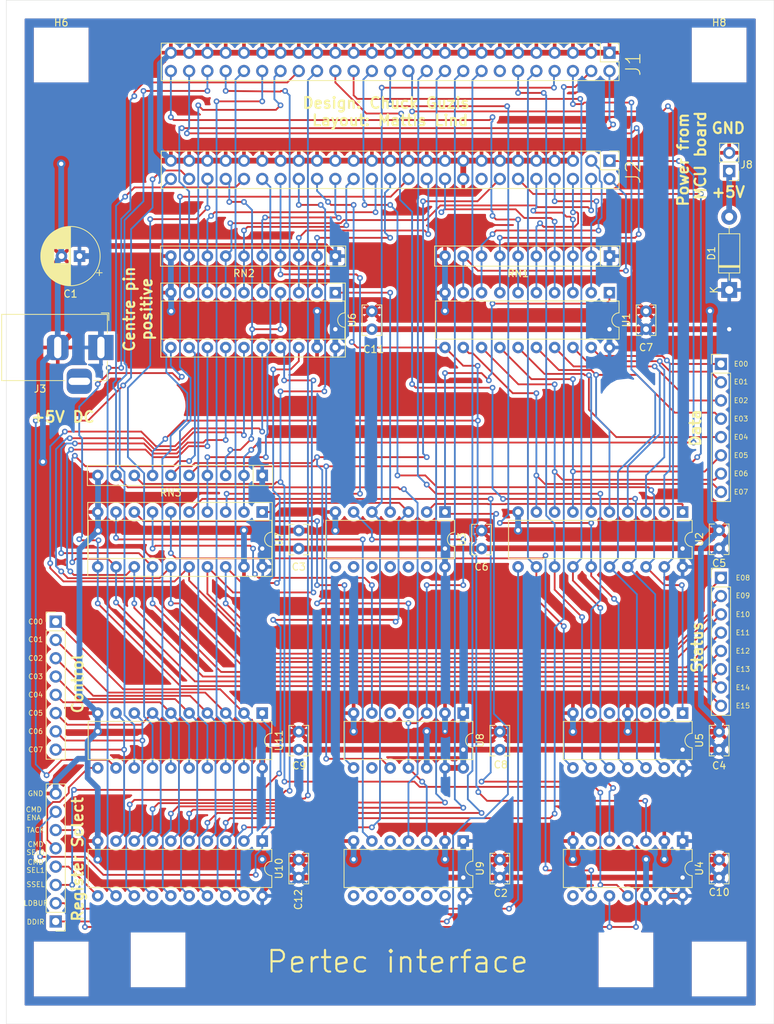
<source format=kicad_pcb>
(kicad_pcb (version 20211014) (generator pcbnew)
  (layers (0 "F.Cu" signal) (31 "B.Cu" signal) (34 "B.Paste" user) (35 "F.Paste" user) (36 "B.SilkS" user "B.Silkscreen") (37 "F.SilkS" user "F.Silkscreen") (38 "B.Mask" user) (39 "F.Mask" user) (44 "Edge.Cuts" user))
  (net 0 "")
  (net 1 "VCC")
  (net 2 "GND")
  (net 3 "IFBY")
  (net 4 "ILWD")
  (net 5 "IW4")
  (net 6 "IGO")
  (net 7 "IW0")
  (net 8 "IW1")
  (net 9 "ILOL")
  (net 10 "IREV")
  (net 11 "IREW")
  (net 12 "IWP")
  (net 13 "IW7")
  (net 14 "IW3")
  (net 15 "IW6")
  (net 16 "IW2")
  (net 17 "IW5")
  (net 18 "IWRT")
  (net 19 "IRTH2")
  (net 20 "IEDIT")
  (net 21 "IERASE")
  (net 22 "IWFM")
  (net 23 "IRTH1")
  (net 24 "ITAD0")
  (net 25 "IR2")
  (net 26 "IR3")
  (net 27 "IFAD")
  (net 28 "ITAD1")
  (net 29 "IONL")
  (net 30 "ICER")
  (net 31 "IDBY")
  (net 32 "IWSTR")
  (net 33 "IRSTR")
  (net 34 "IFPT")
  (net 35 "IRWD")
  (net 36 "IRDY")
  (net 37 "IRWU")
  (net 38 "IEOT")
  (net 39 "IR5")
  (net 40 "IFMK")
  (net 41 "IHER")
  (net 42 "IR6")
  (net 43 "IR7")
  (net 44 "IR4")
  (net 45 "ILDP")
  (net 46 "IR1")
  (net 47 "IR0")
  (net 48 "IRP")
  (net 49 "E07")
  (net 50 "E06")
  (net 51 "E05")
  (net 52 "E04")
  (net 53 "E03")
  (net 54 "E02")
  (net 55 "E01")
  (net 56 "E00")
  (net 57 "E08")
  (net 58 "E09")
  (net 59 "E10")
  (net 60 "E11")
  (net 61 "E12")
  (net 62 "E13")
  (net 63 "E14")
  (net 64 "E15")
  (net 65 "C07")
  (net 66 "C06")
  (net 67 "C05")
  (net 68 "C04")
  (net 69 "C03")
  (net 70 "C02")
  (net 71 "C01")
  (net 72 "C00")
  (net 73 "DDIR")
  (net 74 "LDBUF")
  (net 75 "SSEL")
  (net 76 "CMDSEL0")
  (net 77 "CMDSEL1")
  (net 78 "TACK")
  (net 79 "Net-(U2-Pad1)")
  (net 80 "Net-(U3-Pad4)")
  (net 81 "NIGO")
  (net 82 "WDEMPTY")
  (net 83 "RDAVAIL")
  (net 84 "ISPEED")
  (net 85 "IRNZ")
  (net 86 "Net-(U7-Pad9)")
  (net 87 "Net-(U7-Pad8)")
  (net 88 "Net-(U7-Pad7)")
  (net 89 "IHSP")
  (net 90 "CMDENA")
  (net 91 "Net-(D1-Pad2)")
  (footprint "Capacitor_THT:C_Rect_L4.0mm_W2.5mm_P2.50mm" (layer "F.Cu") (at 121.92 116.84 90)
    (fp_text reference "C4")
    (fp_text value "104")
  )
  (footprint "Capacitor_THT:C_Rect_L4.0mm_W2.5mm_P2.50mm" (layer "F.Cu") (at 91.44 116.84 90)
    (fp_text reference "C8")
    (fp_text value "104")
  )
  (footprint "Capacitor_THT:C_Rect_L4.0mm_W2.5mm_P2.50mm" (layer "F.Cu") (at 121.92 134.62 90)
    (fp_text reference "C10")
    (fp_text value "104")
  )
  (footprint "Connector_PinHeader_2.54mm:PinHeader_2x25_P2.54mm_Vertical" (layer "F.Cu") (at 106.68 20 -90)
    (fp_text reference "J1")
    (fp_text value "Conn_02x25_Odd_Even")
  )
  (footprint "Connector_PinHeader_2.54mm:PinHeader_2x25_P2.54mm_Vertical" (layer "F.Cu") (at 106.68 35 -90)
    (fp_text reference "J2")
    (fp_text value "Conn_02x25_Odd_Even")
  )
  (footprint "Connector_BarrelJack:BarrelJack_Horizontal" (layer "F.Cu") (at 36 60.96)
    (fp_text reference "J3")
    (fp_text value "+5 VDC")
  )
  (footprint "Connector_PinHeader_2.54mm:PinHeader_1x08_P2.54mm_Vertical" (layer "F.Cu") (at 122.174 92.964)
    (fp_text reference "J5" hide)
    (fp_text value "Status 0:7")
  )
  (footprint "Connector_PinHeader_2.54mm:PinHeader_1x08_P2.54mm_Vertical" (layer "F.Cu") (at 29.718 99.06)
    (fp_text reference "J6" hide)
    (fp_text value "Control")
  )
  (footprint "Connector_PinHeader_2.54mm:PinHeader_1x08_P2.54mm_Vertical" (layer "F.Cu") (at 29.718 140.716 180)
    (fp_text reference "J7" hide)
    (fp_text value "Register Select")
  )
  (footprint "Resistor_THT:R_Array_SIP10" (layer "F.Cu") (at 68.58 48.26 180)
    (fp_text reference "RN2")
    (fp_text value "220/330")
  )
  (footprint "Resistor_THT:R_Array_SIP10" (layer "F.Cu") (at 106.68 48.26 180)
    (fp_text reference "RN1")
    (fp_text value "220/330")
  )
  (footprint "Package_DIP:DIP-20_W7.62mm" (layer "F.Cu") (at 116.84 83.82 -90)
    (fp_text reference "U2")
    (fp_text value "74LS574")
  )
  (footprint "Package_DIP:DIP-14_W7.62mm" (layer "F.Cu") (at 86.36 111.76 -90)
    (fp_text reference "U8")
    (fp_text value "74LS74")
  )
  (footprint "Package_DIP:DIP-20_W7.62mm" (layer "F.Cu") (at 58.42 111.76 -90)
    (fp_text reference "U11")
    (fp_text value "74LS574")
  )
  (footprint "Capacitor_THT:C_Rect_L4.0mm_W2.5mm_P2.50mm" (layer "F.Cu") (at 63.5 116.84 90)
    (fp_text reference "C9")
    (fp_text value "104")
  )
  (footprint "Capacitor_THT:C_Rect_L4.0mm_W2.5mm_P2.50mm" (layer "F.Cu") (at 121.92 88.86 90)
    (fp_text reference "C5")
    (fp_text value "104")
  )
  (footprint "Package_DIP:DIP-20_W7.62mm" (layer "F.Cu") (at 106.68 53.34 -90)
    (fp_text reference "U1")
    (fp_text value "74LS574")
  )
  (footprint "Package_DIP:DIP-20_W7.62mm_Socket" (layer "F.Cu") (at 58.42 83.82 -90)
    (fp_text reference "U7")
    (fp_text value "74LS541")
  )
  (footprint "Capacitor_THT:C_Rect_L4.0mm_W2.5mm_P2.50mm" (layer "F.Cu") (at 63.5 134.62 90)
    (fp_text reference "C12")
    (fp_text value "104")
  )
  (footprint "Package_DIP:DIP-20_W7.62mm" (layer "F.Cu") (at 58.42 129.54 -90)
    (fp_text reference "U10")
    (fp_text value "74LS574")
  )
  (footprint "Capacitor_THT:CP_Radial_D8.0mm_P2.50mm" (layer "F.Cu") (at 33.02 48.26 180)
    (fp_text reference "C1")
    (fp_text value "470/16")
  )
  (footprint "Capacitor_THT:C_Rect_L4.0mm_W2.5mm_P2.50mm" (layer "F.Cu") (at 111.76 58.42 90)
    (fp_text reference "C7")
    (fp_text value "104")
  )
  (footprint "Package_DIP:DIP-14_W7.62mm" (layer "F.Cu") (at 83.82 83.82 -90)
    (fp_text reference "U3")
    (fp_text value "74LS04")
  )
  (footprint "Capacitor_THT:C_Rect_L4.0mm_W2.5mm_P2.50mm" (layer "F.Cu") (at 91.44 134.62 90)
    (fp_text reference "C2")
    (fp_text value "104")
  )
  (footprint "Capacitor_THT:C_Rect_L4.0mm_W2.5mm_P2.50mm" (layer "F.Cu") (at 63.5 88.9 90)
    (fp_text reference "C3")
    (fp_text value "104")
  )
  (footprint "Capacitor_THT:C_Rect_L4.0mm_W2.5mm_P2.50mm" (layer "F.Cu") (at 88.9 88.9 90)
    (fp_text reference "C6")
    (fp_text value "104")
  )
  (footprint "Package_DIP:DIP-14_W7.62mm" (layer "F.Cu") (at 116.84 129.54 -90)
    (fp_text reference "U4")
    (fp_text value "74LS74")
  )
  (footprint "Capacitor_THT:C_Rect_L4.0mm_W2.5mm_P2.50mm" (layer "F.Cu") (at 73.66 58.42 90)
    (fp_text reference "C11")
    (fp_text value "104")
  )
  (footprint "Package_DIP:DIP-20_W7.62mm_Socket" (layer "F.Cu") (at 68.58 53.34 -90)
    (fp_text reference "U6")
    (fp_text value "74LS541")
  )
  (footprint "Package_DIP:DIP-14_W7.62mm" (layer "F.Cu") (at 86.36 129.54 -90)
    (fp_text reference "U9")
    (fp_text value "74LS74")
  )
  (footprint "MountingHole:MountingHole_3.5mm" (layer "F.Cu") (at 121.92 20.32)
    (fp_text reference "H8")
    (fp_text value "MountingHole")
  )
  (footprint "MountingHole:MountingHole_3.5mm" (layer "F.Cu") (at 44 146)
    (fp_text reference "H7" hide)
    (fp_text value "MountingHole")
  )
  (footprint "MountingHole:MountingHole_3.5mm" (layer "F.Cu") (at 30.48 20.32)
    (fp_text reference "H6")
    (fp_text value "MountingHole")
  )
  (footprint "MountingHole:MountingHole_3.5mm" (layer "F.Cu") (at 109 146)
    (fp_text reference "H5" hide)
    (fp_text value "MountingHole")
  )
  (footprint "MountingHole:MountingHole_3.5mm" (layer "F.Cu") (at 121.92 147.32)
    (fp_text reference "H3" hide)
    (fp_text value "MountingHole")
  )
  (footprint "MountingHole:MountingHole_3.5mm" (layer "F.Cu") (at 109 69)
    (fp_text reference "H2" hide)
    (fp_text value "MountingHole")
  )
  (footprint "MountingHole:MountingHole_3.5mm" (layer "F.Cu") (at 30.48 147.32)
    (fp_text reference "H1" hide)
    (fp_text value "MountingHole")
  )
  (footprint "MountingHole:MountingHole_3.5mm" (layer "F.Cu") (at 44 69)
    (fp_text reference "H4" hide)
    (fp_text value "MountingHole")
  )
  (footprint "Package_DIP:DIP-14_W7.62mm" (layer "F.Cu") (at 116.84 111.76 -90)
    (fp_text reference "U5")
    (fp_text value "74LS280")
  )
  (footprint "Connector_PinHeader_2.54mm:PinHeader_1x08_P2.54mm_Vertical" (layer "F.Cu") (at 122.174 63.246)
    (fp_text reference "J4" hide)
    (fp_text value "Data 0:7")
  )
  (footprint "Resistor_THT:R_Array_SIP10" (layer "F.Cu") (at 58.42 78.74 180)
    (fp_text reference "RN3")
    (fp_text value "220/330")
  )
  (footprint "Diode_THT:D_DO-41_SOD81_P10.16mm_Horizontal" (layer "F.Cu") (at 123.317 52.959 90)
    (fp_text reference "D1")
    (fp_text value "1N5817")
  )
  (footprint "Connector_PinHeader_2.54mm:PinHeader_1x02_P2.54mm_Vertical" (layer "F.Cu") (at 123.317 36.449 180)
    (fp_text reference "J8")
    (fp_text value "MCU Power")
  )
  (gr_rect (start 22.86 12.7) (end 129.54 154.94) (layer "Edge.Cuts") (width 0.05) (fill none))
  (gr_text "TACK" (at 26.924 128.016) (layer "F.SilkS") (effects (font (size 0.7 0.7) (thickness 0.1))))
  (gr_text "CMD\nSEL0" (at 26.924 130.556) (layer "F.SilkS") (effects (font (size 0.7 0.7) (thickness 0.1))))
  (gr_text "CMD\nSEL1\n" (at 26.924 133.0325) (layer "F.SilkS") (effects (font (size 0.7 0.7) (thickness 0.1))))
  (gr_text "SSEL" (at 26.924 135.5725) (layer "F.SilkS") (effects (font (size 0.7 0.7) (thickness 0.1))))
  (gr_text "LDBUF" (at 26.924 138.176) (layer "F.SilkS") (effects (font (size 0.7 0.7) (thickness 0.1))))
  (gr_text "DDIR" (at 26.924 140.7795) (layer "F.SilkS") (effects (font (size 0.7 0.7) (thickness 0.1))))
  (gr_text "C00\n" (at 26.924 99.06) (layer "F.SilkS") (effects (font (size 0.7 0.7) (thickness 0.1))))
  (gr_text "C01" (at 26.924 101.5365) (layer "F.SilkS") (effects (font (size 0.7 0.7) (thickness 0.1))))
  (gr_text "C02" (at 26.924 104.14) (layer "F.SilkS") (effects (font (size 0.7 0.7) (thickness 0.1))))
  (gr_text "C03" (at 26.924 106.68) (layer "F.SilkS") (effects (font (size 0.7 0.7) (thickness 0.1))))
  (gr_text "C04" (at 26.924 109.22) (layer "F.SilkS") (effects (font (size 0.7 0.7) (thickness 0.1))))
  (gr_text "C05" (at 26.924 111.76) (layer "F.SilkS") (effects (font (size 0.7 0.7) (thickness 0.1))))
  (gr_text "C07\n" (at 26.924 116.84) (layer "F.SilkS") (effects (font (size 0.7 0.7) (thickness 0.1))))
  (gr_text "C06" (at 26.924 114.3) (layer "F.SilkS") (effects (font (size 0.7 0.7) (thickness 0.1))))
  (gr_text "E05" (at 124.968 75.946) (layer "F.SilkS") (effects (font (size 0.7 0.7) (thickness 0.1))))
  (gr_text "E01" (at 124.968 65.7225) (layer "F.SilkS") (effects (font (size 0.7 0.7) (thickness 0.1))))
  (gr_text "E03" (at 124.968 70.866) (layer "F.SilkS") (effects (font (size 0.7 0.7) (thickness 0.1))))
  (gr_text "E00\n" (at 124.968 63.246) (layer "F.SilkS") (effects (font (size 0.7 0.7) (thickness 0.1))))
  (gr_text "E07\n" (at 124.968 81.026) (layer "F.SilkS") (effects (font (size 0.7 0.7) (thickness 0.1))))
  (gr_text "E04" (at 124.968 73.406) (layer "F.SilkS") (effects (font (size 0.7 0.7) (thickness 0.1))))
  (gr_text "E02" (at 124.968 68.326) (layer "F.SilkS") (effects (font (size 0.7 0.7) (thickness 0.1))))
  (gr_text "E06" (at 124.968 78.486) (layer "F.SilkS") (effects (font (size 0.7 0.7) (thickness 0.1))))
  (gr_text "E12" (at 125.222 103.124) (layer "F.SilkS") (effects (font (size 0.7 0.7) (thickness 0.1))))
  (gr_text "E10" (at 125.222 98.044) (layer "F.SilkS") (effects (font (size 0.7 0.7) (thickness 0.1))))
  (gr_text "E08\n" (at 125.222 92.964) (layer "F.SilkS") (effects (font (size 0.7 0.7) (thickness 0.1))))
  (gr_text "E11\n" (at 125.222 100.584) (layer "F.SilkS") (effects (font (size 0.7 0.7) (thickness 0.1))))
  (gr_text "E13" (at 125.222 105.664) (layer "F.SilkS") (effects (font (size 0.7 0.7) (thickness 0.1))))
  (gr_text "E15\n" (at 125.222 110.744) (layer "F.SilkS") (effects (font (size 0.7 0.7) (thickness 0.1))))
  (gr_text "E09" (at 125.222 95.4405) (layer "F.SilkS") (effects (font (size 0.7 0.7) (thickness 0.1))))
  (gr_text "E14" (at 125.222 108.204) (layer "F.SilkS") (effects (font (size 0.7 0.7) (thickness 0.1))))
  (gr_text "Status" (at 118.872 102.616 90) (layer "F.SilkS") (effects (font (size 1.5 1.5) (thickness 0.3))))
  (gr_text "Data" (at 118.618 72.136 90) (layer "F.SilkS") (effects (font (size 1.5 1.5) (thickness 0.3))))
  (gr_text "Control" (at 32.766 107.696 90) (layer "F.SilkS") (effects (font (size 1.5 1.5) (thickness 0.3))))
  (gr_text "Register Select" (at 32.766 132.08 90) (layer "F.SilkS") (effects (font (size 1.5 1.5) (thickness 0.3))))
  (gr_text "CMD\nENA" (at 26.67 125.73) (layer "F.SilkS") (effects (font (size 0.7 0.7) (thickness 0.1))))
  (gr_text "Power from \nMCU board" (at 118.11 34.29 90) (layer "F.SilkS") (effects (font (size 1.5 1.5) (thickness 0.3))))
  (gr_text "Pertec interface" (at 77.216 146.304) (layer "F.SilkS") (effects (font (size 3 3) (thickness 0.3))))
  (gr_text "+5V" (at 123.19 39.37) (layer "F.SilkS") (effects (font (size 1.5 1.5) (thickness 0.3))))
  (gr_text "+5V DC" (at 30.734 70.612) (layer "F.SilkS") (effects (font (size 1.5 1.5) (thickness 0.3))))
  (gr_text "Design: Chuck Guzis \nLayout: Mattis Lind" (at 76.2 28.194) (layer "F.SilkS") (effects (font (size 1.5 1.5) (thickness 0.3))))
  (gr_text "GND" (at 26.924 122.936) (layer "F.SilkS") (effects (font (size 0.7 0.7) (thickness 0.1))))
  (gr_text "GND" (at 123.19 30.48) (layer "F.SilkS") (effects (font (size 1.5 1.5) (thickness 0.3))))
  (gr_text "Centre pin\npositive" (at 41.148 55.626 90) (layer "F.SilkS") (effects (font (size 1.5 1.5) (thickness 0.3))))
  (segment (start 116.84 137.16) (end 114.3 137.16) (width 0.8) (layer "F.Cu") (net 1))
  (segment (start 58.42 116.84) (end 58.42 119.38) (width 0.8) (layer "F.Cu") (net 1))
  (segment (start 73.66 58.42) (end 68.58 58.42) (width 0.8) (layer "F.Cu") (net 1))
  (segment (start 36.020001 46.859999) (end 34.62 48.26) (width 0.8) (layer "F.Cu") (net 1))
  (segment (start 106.68 58.42) (end 73.66 58.42) (width 0.8) (layer "F.Cu") (net 1))
  (segment (start 111.76 58.42) (end 106.68 58.42) (width 0.8) (layer "F.Cu") (net 1))
  (segment (start 88.9 88.9) (end 63.5 88.9) (width 0.8) (layer "F.Cu") (net 1))
  (segment (start 67.179999 46.859999) (end 36.020001 46.859999) (width 0.8) (layer "F.Cu") (net 1))
  (segment (start 68.58 48.26) (end 67.179999 46.859999) (width 0.8) (layer "F.Cu") (net 1))
  (segment (start 83.82 119.38) (end 86.36 119.38) (width 0.8) (layer "F.Cu") (net 1))
  (segment (start 60.325 134.62) (end 121.92 134.62) (width 0.8) (layer "F.Cu") (net 1))
  (segment (start 123.320001 58.42) (end 111.76 58.42) (width 0.8) (layer "F.Cu") (net 1))
  (segment (start 34.62 48.26) (end 33.02 48.26) (width 0.8) (layer "F.Cu") (net 1))
  (segment (start 121.92 88.86) (end 88.94 88.86) (width 0.8) (layer "F.Cu") (net 1))
  (segment (start 88.94 88.86) (end 88.9 88.9) (width 0.8) (layer "F.Cu") (net 1))
  (segment (start 63.5 88.9) (end 58.42 88.9) (width 0.8) (layer "F.Cu") (net 1))
  (segment (start 58.42 137.16) (end 58.42 136.525) (width 0.8) (layer "F.Cu") (net 1))
  (segment (start 58.42 136.525) (end 60.325 134.62) (width 0.8) (layer "F.Cu") (net 1))
  (segment (start 121.92 116.84) (end 58.42 116.84) (width 0.8) (layer "F.Cu") (net 1))
  (via (at 116.84 116.84) (size 1.2) (drill 0.6) (layers "F.Cu" "B.Cu") (net 1))
  (via (at 106.68 58.42) (size 1.2) (drill 0.6) (layers "F.Cu" "B.Cu") (net 1))
  (via (at 58.42 88.9) (size 1.2) (drill 0.6) (layers "F.Cu" "B.Cu") (net 1))
  (via (at 86.36 116.84) (size 1.2) (drill 0.6) (layers "F.Cu" "B.Cu") (net 1))
  (via (at 83.82 88.9) (size 1.2) (drill 0.6) (layers "F.Cu" "B.Cu") (net 1))
  (via (at 116.84 88.9) (size 1.2) (drill 0.6) (layers "F.Cu" "B.Cu") (net 1))
  (via (at 123.320001 58.42) (size 1.2) (drill 0.6) (layers "F.Cu" "B.Cu") (net 1))
  (via (at 68.58 58.42) (size 1.2) (drill 0.6) (layers "F.Cu" "B.Cu") (net 1))
  (via (at 86.36 134.62) (size 1.2) (drill 0.6) (layers "F.Cu" "B.Cu") (net 1))
  (via (at 116.84 134.62) (size 1.2) (drill 0.6) (layers "F.Cu" "B.Cu") (net 1))
  (segment (start 124.46 132.08) (end 124.46 119.38) (width 0.8) (layer "B.Cu") (net 1))
  (segment (start 116.84 129.54) (end 116.84 134.62) (width 0.8) (layer "B.Cu") (net 1))
  (segment (start 123.320001 90.260001) (end 122.719999 89.659999) (width 0.8) (layer "B.Cu") (net 1))
  (segment (start 116.84 119.38) (end 116.84 116.84) (width 0.8) (layer "B.Cu") (net 1))
  (segment (start 122.719999 117.639999) (end 121.92 116.84) (width 0.8) (layer "B.Cu") (net 1))
  (segment (start 121.92 88.86) (end 123.624001 87.155999) (width 0.8) (layer "B.Cu") (net 1))
  (segment (start 86.36 111.76) (end 86.36 112.395) (width 0.8) (layer "B.Cu") (net 1))
  (segment (start 68.58 58.42) (end 69.980001 57.019999) (width 0.8) (layer "B.Cu") (net 1))
  (segment (start 86.26999 116.74999) (end 86.36 116.84) (width 0.8) (layer "B.Cu") (net 1))
  (segment (start 116.84 137.16) (end 116.84 134.62) (width 0.8) (layer "B.Cu") (net 1))
  (segment (start 123.320001 59.268528) (end 123.320001 58.42) (width 0.8) (layer "B.Cu") (net 1))
  (segment (start 106.68 60.96) (end 106.68 58.42) (width 0.8) (layer "B.Cu") (net 1))
  (segment (start 68.58 60.96) (end 68.58 58.42) (width 0.8) (layer "B.Cu") (net 1))
  (segment (start 108.080001 57.019999) (end 108.080001 51.260001) (width 0.8) (layer "B.Cu") (net 1))
  (segment (start 122.719999 89.659999) (end 121.92 88.86) (width 0.8) (layer "B.Cu") (net 1))
  (segment (start 58.42 80.34) (end 58.42 78.74) (width 0.8) (layer "B.Cu") (net 1))
  (segment (start 124.46 119.38) (end 122.719999 117.639999) (width 0.8) (layer "B.Cu") (net 1))
  (segment (start 121.92 134.62) (end 124.46 132.08) (width 0.8) (layer "B.Cu") (net 1))
  (segment (start 123.624001 59.572528) (end 123.320001 59.268528) (width 0.8) (layer "B.Cu") (net 1))
  (segment (start 108.080001 51.260001) (end 106.68 49.86) (width 0.8) (layer "B.Cu") (net 1))
  (segment (start 69.980001 57.019999) (end 69.980001 51.260001) (width 0.8) (layer "B.Cu") (net 1))
  (segment (start 59.820001 81.740001) (end 58.42 80.34) (width 0.8) (layer "B.Cu") (net 1))
  (segment (start 36 49.64) (end 34.62 48.26) (width 0.8) (layer "B.Cu") (net 1))
  (segment (start 123.624001 87.155999) (end 123.624001 59.572528) (width 0.8) (layer "B.Cu") (net 1))
  (segment (start 121.92 116.84) (end 123.624001 115.135999) (width 0.8) (layer "B.Cu") (net 1))
  (segment (start 59.820001 87.499999) (end 59.820001 81.740001) (width 0.8) (layer "B.Cu") (net 1))
  (segment (start 83.82 91.44) (end 83.82 88.9) (width 0.8) (layer "B.Cu") (net 1))
  (segment (start 86.36 129.54) (end 86.36 134.62) (width 0.8) (layer "B.Cu") (net 1))
  (segment (start 86.36 112.395) (end 86.26999 112.48501) (width 0.8) (layer "B.Cu") (net 1))
  (segment (start 36 60.96) (end 36 49.64) (width 0.8) (layer "B.Cu") (net 1))
  (segment (start 86.36 119.38) (end 86.36 116.84) (width 0.8) (layer "B.Cu") (net 1))
  (segment (start 86.36 137.16) (end 86.36 134.62) (width 0.8) (layer "B.Cu") (net 1))
  (segment (start 68.58 49.86) (end 68.58 48.26) (width 0.8) (layer "B.Cu") (net 1))
  (segment (start 58.42 91.44) (end 58.42 88.9) (width 0.8) (layer "B.Cu") (net 1))
  (segment (start 69.980001 51.260001) (end 68.58 49.86) (width 0.8) (layer "B.Cu") (net 1))
  (segment (start 34.62 48.26) (end 33.02 48.26) (width 0.8) (layer "B.Cu") (net 1))
  (segment (start 116.84 91.44) (end 116.84 88.9) (width 0.8) (layer "B.Cu") (net 1))
  (segment (start 106.68 49.86) (end 106.68 48.26) (width 0.8) (layer "B.Cu") (net 1))
  (segment (start 121.92 116.84) (end 123.320001 115.439999) (width 0.8) (layer "B.Cu") (net 1))
  (segment (start 123.624001 90.564001) (end 122.719999 89.659999) (width 0.8) (layer "B.Cu") (net 1))
  (segment (start 58.42 88.9) (end 59.820001 87.499999) (width 0.8) (layer "B.Cu") (net 1))
  (segment (start 123.624001 115.135999) (end 123.624001 90.564001) (width 0.8) (layer "B.Cu") (net 1))
  (segment (start 106.68 58.42) (end 108.080001 57.019999) (width 0.8) (layer "B.Cu") (net 1))
  (segment (start 86.26999 112.48501) (end 86.26999 116.74999) (width 0.8) (layer "B.Cu") (net 1))
  (segment (start 71.12 114.34) (end 71.12 114.3) (width 0.8) (layer "F.Cu") (net 2))
  (segment (start 63.5 86.4) (end 35.6 86.4) (width 0.8) (layer "F.Cu") (net 2))
  (segment (start 121.92 114.34) (end 101.6 114.34) (width 0.8) (layer "F.Cu") (net 2))
  (segment (start 35.6 86.4) (end 35.56 86.36) (width 0.8) (layer "F.Cu") (net 2))
  (segment (start 35.56 78.74) (end 29.845016 78.74) (width 0.8) (layer "F.Cu") (net 2))
  (segment (start 83.82 55.92) (end 73.7 55.92) (width 0.8) (layer "F.Cu") (net 2))
  (segment (start 35.6 114.34) (end 35.56 114.3) (width 0.8) (layer "F.Cu") (net 2))
  (segment (start 35.04 55.92) (end 30 60.96) (width 0.8) (layer "F.Cu") (net 2))
  (segment (start 45.76 55.92) (end 35.04 55.92) (width 0.8) (layer "F.Cu") (net 2))
  (segment (start 88.9 86.4) (end 68.58 86.4) (width 0.8) (layer "F.Cu") (net 2))
  (segment (start 83.82 55.92) (end 83.82 55.88) (width 0.8) (layer "F.Cu") (net 2))
  (segment (start 68.58 86.4) (end 63.5 86.4) (width 0.8) (layer "F.Cu") (net 2))
  (segment (start 86.36 37.54) (end 86.36 35) (width 0.8) (layer "F.Cu") (net 2))
  (segment (start 111.8 55.88) (end 111.76 55.92) (width 0.8) (layer "F.Cu") (net 2))
  (segment (start 121.92 86.36) (end 88.94 86.36) (width 0.8) (layer "F.Cu") (net 2))
  (segment (start 58.42 114.34) (end 35.6 114.34) (width 0.8) (layer "F.Cu") (net 2))
  (segment (start 29.845016 78.74) (end 28.540015 77.434999) (width 0.8) (layer "F.Cu") (net 2))
  (segment (start 30.919999 35) (end 30.48 35.439999) (width 0.8) (layer "F.Cu") (net 2))
  (segment (start 71.12 114.34) (end 58.42 114.34) (width 0.8) (layer "F.Cu") (net 2))
  (segment (start 66.04 55.92) (end 45.76 55.92) (width 0.8) (layer "F.Cu") (net 2))
  (segment (start 111.76 55.92) (end 83.82 55.92) (width 0.8) (layer "F.Cu") (net 2))
  (segment (start 28.540015 77.434999) (end 27.940016 76.835) (width 0.8) (layer "F.Cu") (net 2))
  (segment (start 45.72 20) (end 106.68 20) (width 0.8) (layer "F.Cu") (net 2))
  (segment (start 35.6 132.12) (end 35.56 132.08) (width 0.8) (layer "F.Cu") (net 2))
  (segment (start 88.94 86.36) (end 88.9 86.4) (width 0.8) (layer "F.Cu") (net 2))
  (segment (start 45.72 35) (end 101.6 35) (width 0.8) (layer "F.Cu") (net 2))
  (segment (start 101.6 114.34) (end 71.12 114.34) (width 0.8) (layer "F.Cu") (net 2))
  (segment (start 120.65 55.88) (end 111.8 55.88) (width 0.8) (layer "F.Cu") (net 2))
  (segment (start 121.92 132.12) (end 35.6 132.12) (width 0.8) (layer "F.Cu") (net 2))
  (segment (start 73.66 55.92) (end 66.04 55.92) (width 0.8) (layer "F.Cu") (net 2))
  (segment (start 45.72 35) (end 30.919999 35) (width 0.8) (layer "F.Cu") (net 2))
  (via (at 58.42 132.08) (size 1.2) (drill 0.6) (layers "F.Cu" "B.Cu") (net 2))
  (via (at 45.76 55.92) (size 1.2) (drill 0.6) (layers "F.Cu" "B.Cu") (net 2))
  (via (at 111.76 132.08) (size 1.2) (drill 0.6) (layers "F.Cu" "B.Cu") (net 2))
  (via (at 101.6 132.08) (size 1.2) (drill 0.6) (layers "F.Cu" "B.Cu") (net 2))
  (via (at 109.22 114.3) (size 1.2) (drill 0.6) (layers "F.Cu" "B.Cu") (net 2))
  (via (at 101.6 114.34) (size 1.2) (drill 0.6) (layers "F.Cu" "B.Cu") (net 2))
  (via (at 71.12 132.08) (size 1.2) (drill 0.6) (layers "F.Cu" "B.Cu") (net 2))
  (via (at 66.04 55.92) (size 1.2) (drill 0.6) (layers "F.Cu" "B.Cu") (net 2))
  (via (at 83.82 114.3) (size 0.8) (drill 0.4) (layers "F.Cu" "B.Cu") (net 2))
  (via (at 68.58 86.4) (size 1.2) (drill 0.6) (layers "F.Cu" "B.Cu") (net 2))
  (via (at 35.56 114.3) (size 1.2) (drill 0.6) (layers "F.Cu" "B.Cu") (net 2))
  (via (at 83.82 132.08) (size 1.2) (drill 0.6) (layers "F.Cu" "B.Cu") (net 2))
  (via (at 35.56 132.08) (size 1.2) (drill 0.6) (layers "F.Cu" "B.Cu") (net 2))
  (via (at 27.940016 76.835) (size 1.2) (drill 0.6) (layers "F.Cu" "B.Cu") (net 2))
  (via (at 114.3 132.08) (size 1.2) (drill 0.6) (layers "F.Cu" "B.Cu") (net 2))
  (via (at 81.28 114.3) (size 1.2) (drill 0.6) (layers "F.Cu" "B.Cu") (net 2))
  (via (at 71.12 114.3) (size 1.2) (drill 0.6) (layers "F.Cu" "B.Cu") (net 2))
  (via (at 30.48 35.439999) (size 1.2) (drill 0.6) (layers "F.Cu" "B.Cu") (net 2))
  (via (at 35.6 86.4) (size 1.2) (drill 0.6) (layers "F.Cu" "B.Cu") (net 2))
  (via (at 120.65 55.88) (size 1.2) (drill 0.6) (layers "F.Cu" "B.Cu") (net 2))
  (via (at 93.98 86.36) (size 1.2) (drill 0.6) (layers "F.Cu" "B.Cu") (net 2))
  (via (at 55.88 86.36) (size 1.2) (drill 0.6) (layers "F.Cu" "B.Cu") (net 2))
  (via (at 83.82 55.88) (size 1.2) (drill 0.6) (layers "F.Cu" "B.Cu") (net 2))
  (segment (start 93.98 83.82) (end 93.98 86.36) (width 0.8) (layer "B.Cu") (net 2))
  (segment (start 34.159999 118.11) (end 34.159999 115.700001) (width 0.8) (layer "B.Cu") (net 2))
  (segment (start 66.04 60.96) (end 66.04 55.92) (width 0.8) (layer "B.Cu") (net 2))
  (segment (start 119.38 88.9) (end 121.120001 87.159999) (width 0.8) (layer "B.Cu") (net 2))
  (segment (start 29.718 122.936) (end 29.718 121.201998) (width 0.8) (layer "B.Cu") (net 2))
  (segment (start 83.82 53.34) (end 83.82 48.26) (width 0.8) (layer "B.Cu") (net 2))
  (segment (start 109.22 111.76) (end 109.22 112.89137) (width 0.8) (layer "B.Cu") (net 2))
  (segment (start 68.58 83.82) (end 68.58 86.4) (width 0.8) (layer "B.Cu") (net 2))
  (segment (start 32.809998 118.11) (end 34.159999 118.11) (width 0.8) (layer "B.Cu") (net 2))
  (segment (start 120.65 85.09) (end 120.65 81.648002) (width 0.8) (layer "B.Cu") (net 2))
  (segment (start 111.76 137.16) (end 111.76 132.08) (width 0.8) (layer "B.Cu") (net 2))
  (segment (start 35.6 86.4) (end 35.6 78.78) (width 0.8) (layer "B.Cu") (net 2))
  (segment (start 44.870001 20.849999) (end 45.72 20) (width 0.8) (layer "B.Cu") (net 2))
  (segment (start 45.72 53.34) (end 45.72 48.26) (width 0.8) (layer "B.Cu") (net 2))
  (segment (start 35.56 132.08) (end 35.56 129.54) (width 0.8) (layer "B.Cu") (net 2))
  (segment (start 30 60.96) (end 30 48.78) (width 0.8) (layer "B.Cu") (net 2))
  (segment (start 45.76 53.38) (end 45.72 53.34) (width 0.8) (layer "B.Cu") (net 2))
  (segment (start 30 60.96) (end 27.940016 63.019984) (width 0.8) (layer "B.Cu") (net 2))
  (segment (start 34.960001 114.899999) (end 35.56 114.3) (width 0.8) (layer "B.Cu") (net 2))
  (segment (start 119.38 110.66863) (end 119.38 88.9) (width 0.8) (layer "B.Cu") (net 2))
  (segment (start 33.02 109.22) (end 33.02 88.98) (width 0.8) (layer "B.Cu") (net 2))
  (segment (start 101.6 114.34) (end 101.6 111.76) (width 0.8) (layer "B.Cu") (net 2))
  (segment (start 121.120001 87.159999) (end 121.92 86.36) (width 0.8) (layer "B.Cu") (net 2))
  (segment (start 101.6 129.54) (end 101.6 132.08) (width 0.8) (layer "B.Cu") (net 2))
  (segment (start 114.3 129.54) (end 114.3 132.08) (width 0.8) (layer "B.Cu") (net 2))
  (segment (start 30 48.78) (end 30.52 48.26) (width 0.8) (layer "B.Cu") (net 2))
  (segment (start 35.56 129.54) (end 35.56 122.16468) (width 0.8) (layer "B.Cu") (net 2))
  (segment (start 35.6 78.78) (end 35.56 78.74) (width 0.8) (layer "B.Cu") (net 2))
  (segment (start 120.65 81.648002) (end 120.65 55.88) (width 0.8) (layer "B.Cu") (net 2))
  (segment (start 45.72 35) (end 44.196 33.476) (width 0.8) (layer "B.Cu") (net 2))
  (segment (start 121.92 114.34) (end 121.92 113.20863) (width 0.8) (layer "B.Cu") (net 2))
  (segment (start 81.28 119.38) (end 81.28 114.3) (width 0.8) (layer "B.Cu") (net 2))
  (segment (start 34.159999 115.700001) (end 34.960001 114.899999) (width 0.8) (layer "B.Cu") (net 2))
  (segment (start 34.159999 120.764679) (end 34.159999 118.11) (width 0.8) (layer "B.Cu") (net 2))
  (segment (start 27.940016 75.986472) (end 27.940016 76.835) (width 0.8) (layer "B.Cu") (net 2))
  (segment (start 109.22 112.89137) (end 109.22 114.3) (width 0.8) (layer "B.Cu") (net 2))
  (segment (start 44.196 21.524) (end 44.870001 20.849999) (width 0.8) (layer "B.Cu") (net 2))
  (segment (start 35.56 111.76) (end 33.02 109.22) (width 0.8) (layer "B.Cu") (net 2))
  (segment (start 121.92 113.20863) (end 119.38 110.66863) (width 0.8) (layer "B.Cu") (net 2))
  (segment (start 71.12 114.3) (end 71.12 111.76) (width 0.8) (layer "B.Cu") (net 2))
  (segment (start 35.56 122.16468) (end 34.159999 120.764679) (width 0.8) (layer "B.Cu") (net 2))
  (segment (start 35.56 114.3) (end 35.56 111.76) (width 0.8) (layer "B.Cu") (net 2))
  (segment (start 44.196 33.476) (end 44.196 21.524) (width 0.8) (layer "B.Cu") (net 2))
  (segment (start 27.940016 63.019984) (end 27.940016 75.986472) (width 0.8) (layer "B.Cu") (net 2))
  (segment (start 35.000001 86.999999) (end 35.6 86.4) (width 0.8) (layer "B.Cu") (net 2))
  (segment (start 83.82 129.54) (end 83.82 132.08) (width 0.8) (layer "B.Cu") (net 2))
  (segment (start 33.02 88.98) (end 35.000001 86.999999) (width 0.8) (layer "B.Cu") (net 2))
  (segment (start 71.12 129.54) (end 71.12 132.08) (width 0.8) (layer "B.Cu") (net 2))
  (segment (start 29.718 121.201998) (end 32.809998 118.11) (width 0.8) (layer "B.Cu") (net 2))
  (segment (start 45.76 55.92) (end 45.76 53.38) (width 0.8) (layer "B.Cu") (net 2))
  (segment (start 83.82 111.76) (end 83.82 114.3) (width 0.8) (layer "B.Cu") (net 2))
  (segment (start 30.48 48.22) (end 30.52 48.26) (width 0.8) (layer "B.Cu") (net 2))
  (segment (start 55.88 91.44) (end 55.88 86.36) (width 0.8) (layer "B.Cu") (net 2))
  (segment (start 121.92 86.36) (end 120.65 85.09) (width 0.8) (layer "B.Cu") (net 2))
  (segment (start 83.82 55.88) (end 83.82 53.34) (width 0.8) (layer "B.Cu") (net 2))
  (segment (start 30.48 35.439999) (end 30.48 48.22) (width 0.8) (layer "B.Cu") (net 2))
  (segment (start 106.68 30.48) (end 107.188 29.972) (width 0.25) (layer "F.Cu") (net 3))
  (segment (start 47.244 30.48) (end 106.68 30.48) (width 0.25) (layer "F.Cu") (net 3))
  (via (at 47.244 30.48) (size 0.8) (drill 0.4) (layers "F.Cu" "B.Cu") (net 3))
  (via (at 107.188 29.972) (size 0.8) (drill 0.4) (layers "F.Cu" "B.Cu") (net 3))
  (segment (start 46.895001 30.320999) (end 47.054002 30.48) (width 0.25) (layer "B.Cu") (net 3))
  (segment (start 106.68 29.464) (end 106.68 22.54) (width 0.25) (layer "B.Cu") (net 3))
  (segment (start 48.26 39.279002) (end 46.895001 37.914003) (width 0.25) (layer "B.Cu") (net 3))
  (segment (start 46.895001 37.914003) (end 46.895001 30.320999) (width 0.25) (layer "B.Cu") (net 3))
  (segment (start 47.054002 30.48) (end 47.244 30.48) (width 0.25) (layer "B.Cu") (net 3))
  (segment (start 48.26 53.34) (end 48.26 48.26) (width 0.25) (layer "B.Cu") (net 3))
  (segment (start 107.188 29.972) (end 106.68 29.464) (width 0.25) (layer "B.Cu") (net 3))
  (segment (start 48.26 48.26) (end 48.26 39.279002) (width 0.25) (layer "B.Cu") (net 3))
  (segment (start 53.34 127) (end 53.974986 126.365014) (width 0.25) (layer "F.Cu") (net 4))
  (segment (start 98.660001 126.129999) (end 99.06 125.73) (width 0.25) (layer "F.Cu") (net 4))
  (segment (start 103.740001 22.940005) (end 104.14 22.540006) (width 0.25) (layer "F.Cu") (net 4))
  (segment (start 100.33 24.765) (end 101.915006 24.765) (width 0.25) (layer "F.Cu") (net 4))
  (segment (start 53.974986 126.365014) (end 98.424986 126.365014) (width 0.25) (layer "F.Cu") (net 4))
  (segment (start 101.915006 24.765) (end 103.740001 22.940005) (width 0.25) (layer "F.Cu") (net 4))
  (segment (start 98.424986 126.365014) (end 98.660001 126.129999) (width 0.25) (layer "F.Cu") (net 4))
  (via (at 104.14 22.540006) (size 0.8) (drill 0.4) (layers "F.Cu" "B.Cu") (net 4))
  (via (at 53.34 127) (size 0.8) (drill 0.4) (layers "F.Cu" "B.Cu") (net 4))
  (via (at 100.33 24.765) (size 0.8) (drill 0.4) (layers "F.Cu" "B.Cu") (net 4))
  (via (at 99.06 125.73) (size 0.8) (drill 0.4) (layers "F.Cu" "B.Cu") (net 4))
  (segment (start 99.06 99.891996) (end 99.06 125.164315) (width 0.25) (layer "B.Cu") (net 4))
  (segment (start 100.33 24.765) (end 100.33 98.621996) (width 0.25) (layer "B.Cu") (net 4))
  (segment (start 99.06 125.164315) (end 99.06 125.73) (width 0.25) (layer "B.Cu") (net 4))
  (segment (start 100.33 98.621996) (end 99.06 99.891996) (width 0.25) (layer "B.Cu") (net 4))
  (segment (start 53.34 137.16) (end 52.214999 136.034999) (width 0.25) (layer "B.Cu") (net 4))
  (segment (start 104.14 22.54) (end 104.14 22.540006) (width 0.25) (layer "B.Cu") (net 4))
  (segment (start 53.34 127.874998) (end 53.34 127) (width 0.25) (layer "B.Cu") (net 4))
  (segment (start 52.214999 128.999999) (end 53.34 127.874998) (width 0.25) (layer "B.Cu") (net 4))
  (segment (start 52.214999 136.034999) (end 52.214999 128.999999) (width 0.25) (layer "B.Cu") (net 4))
  (segment (start 103.181002 26.924) (end 102.964002 27.141) (width 0.25) (layer "F.Cu") (net 5))
  (segment (start 109.728 26.924) (end 103.181002 26.924) (width 0.25) (layer "F.Cu") (net 5))
  (segment (start 102.964002 27.141) (end 101.6 27.141) (width 0.25) (layer "F.Cu") (net 5))
  (via (at 109.728 26.924) (size 0.8) (drill 0.4) (layers "F.Cu" "B.Cu") (net 5))
  (via (at 101.6 27.141) (size 0.8) (drill 0.4) (layers "F.Cu" "B.Cu") (net 5))
  (segment (start 113.03751 72.99349) (end 113.03751 67.302374) (width 0.25) (layer "B.Cu") (net 5))
  (segment (start 107.855001 90.264999) (end 107.855001 78.175999) (width 0.25) (layer "B.Cu") (net 5))
  (segment (start 110.49 118.11) (end 110.49 95.25) (width 0.25) (layer "B.Cu") (net 5))
  (segment (start 101.6 27.141) (end 101.6 22.54) (width 0.25) (layer "B.Cu") (net 5))
  (segment (start 107.855001 78.175999) (end 113.03751 72.99349) (width 0.25) (layer "B.Cu") (net 5))
  (segment (start 109.728 63.992864) (end 109.728 26.924) (width 0.25) (layer "B.Cu") (net 5))
  (segment (start 110.49 95.25) (end 106.68 91.44) (width 0.25) (layer "B.Cu") (net 5))
  (segment (start 113.03751 67.302374) (end 109.728 63.992864) (width 0.25) (layer "B.Cu") (net 5))
  (segment (start 106.68 91.44) (end 107.855001 90.264999) (width 0.25) (layer "B.Cu") (net 5))
  (segment (start 111.76 119.38) (end 110.49 118.11) (width 0.25) (layer "B.Cu") (net 5))
  (segment (start 75.024999 24.859999) (end 98.965001 24.859999) (width 0.25) (layer "F.Cu") (net 6))
  (segment (start 55.88 127.635) (end 73.66 127.635) (width 0.25) (layer "F.Cu") (net 6))
  (via (at 98.965001 24.859999) (size 0.8) (drill 0.4) (layers "F.Cu" "B.Cu") (net 6))
  (via (at 75.024999 24.859999) (size 0.8) (drill 0.4) (layers "F.Cu" "B.Cu") (net 6))
  (via (at 73.66 127.635) (size 0.8) (drill 0.4) (layers "F.Cu" "B.Cu") (net 6))
  (via (at 55.88 127.635) (size 0.8) (drill 0.4) (layers "F.Cu" "B.Cu") (net 6))
  (segment (start 54.754999 128.999999) (end 55.88 127.874998) (width 0.25) (layer "B.Cu") (net 6))
  (segment (start 73.66 83.82) (end 75.024999 82.455001) (width 0.25) (layer "B.Cu") (net 6))
  (segment (start 74.459999 84.619999) (end 73.66 83.82) (width 0.25) (layer "B.Cu") (net 6))
  (segment (start 98.965001 24.859999) (end 98.965001 22.634999) (width 0.25) (layer "B.Cu") (net 6))
  (segment (start 74.785001 84.945001) (end 74.459999 84.619999) (width 0.25) (layer "B.Cu") (net 6))
  (segment (start 98.965001 22.634999) (end 99.06 22.54) (width 0.25) (layer "B.Cu") (net 6))
  (segment (start 55.88 137.16) (end 54.754999 136.034999) (width 0.25) (layer "B.Cu") (net 6))
  (segment (start 74.785001 126.509999) (end 74.785001 84.945001) (width 0.25) (layer "B.Cu") (net 6))
  (segment (start 55.88 127.874998) (end 55.88 127.635) (width 0.25) (layer "B.Cu") (net 6))
  (segment (start 54.754999 136.034999) (end 54.754999 128.999999) (width 0.25) (layer "B.Cu") (net 6))
  (segment (start 73.66 127.635) (end 74.785001 126.509999) (width 0.25) (layer "B.Cu") (net 6))
  (segment (start 75.024999 82.455001) (end 75.024999 24.859999) (width 0.25) (layer "B.Cu") (net 6))
  (segment (start 96.52 95.885) (end 96.52 92.005693) (width 0.25) (layer "F.Cu") (net 7))
  (segment (start 100.33 99.695) (end 96.52 95.885) (width 0.25) (layer "F.Cu") (net 7))
  (segment (start 96.52 92.005693) (end 96.52 91.440008) (width 0.25) (layer "F.Cu") (net 7))
  (via (at 100.33 99.695) (size 0.8) (drill 0.4) (layers "F.Cu" "B.Cu") (net 7))
  (segment (start 95.344999 23.715001) (end 95.670001 23.389999) (width 0.25) (layer "B.Cu") (net 7))
  (segment (start 100.33 100.260685) (end 100.33 99.695) (width 0.25) (layer "B.Cu") (net 7))
  (segment (start 101.6 119.38) (end 100.33 118.11) (width 0.25) (layer "B.Cu") (net 7))
  (segment (start 100.33 118.11) (end 100.33 100.260685) (width 0.25) (layer "B.Cu") (net 7))
  (segment (start 95.670001 23.389999) (end 96.52 22.54) (width 0.25) (layer "B.Cu") (net 7))
  (segment (start 96.52 91.44) (end 95.344999 90.264999) (width 0.25) (layer "B.Cu") (net 7))
  (segment (start 96.52 91.44) (end 96.52 91.440008) (width 0.25) (layer "B.Cu") (net 7))
  (segment (start 95.344999 90.264999) (end 95.344999 23.715001) (width 0.25) (layer "B.Cu") (net 7))
  (segment (start 99.06 94.615) (end 99.06 92.005677) (width 0.25) (layer "F.Cu") (net 8))
  (segment (start 99.06 92.005677) (end 99.06 91.439992) (width 0.25) (layer "F.Cu") (net 8))
  (segment (start 97.536 25.584999) (end 93.98 25.584999) (width 0.25) (layer "F.Cu") (net 8))
  (segment (start 102.87 98.425) (end 99.06 94.615) (width 0.25) (layer "F.Cu") (net 8))
  (via (at 102.87 98.425) (size 0.8) (drill 0.4) (layers "F.Cu" "B.Cu") (net 8))
  (via (at 93.98 25.584999) (size 0.8) (drill 0.4) (layers "F.Cu" "B.Cu") (net 8))
  (via (at 97.536 25.584999) (size 0.8) (drill 0.4) (layers "F.Cu" "B.Cu") (net 8))
  (segment (start 99.06 91.44) (end 99.06 91.439992) (width 0.25) (layer "B.Cu") (net 8))
  (segment (start 97.884999 84.310001) (end 97.884999 25.933998) (width 0.25) (layer "B.Cu") (net 8))
  (segment (start 97.884999 25.933998) (end 97.536 25.584999) (width 0.25) (layer "B.Cu") (net 8))
  (segment (start 102.87 98.990685) (end 102.87 98.425) (width 0.25) (layer "B.Cu") (net 8))
  (segment (start 99.06 91.44) (end 99.06 85.485002) (width 0.25) (layer "B.Cu") (net 8))
  (segment (start 104.14 119.38) (end 102.87 118.11) (width 0.25) (layer "B.Cu") (net 8))
  (segment (start 93.98 25.584999) (end 93.98 22.54) (width 0.25) (layer "B.Cu") (net 8))
  (segment (start 102.87 118.11) (end 102.87 98.990685) (width 0.25) (layer "B.Cu") (net 8))
  (segment (start 99.06 85.485002) (end 97.884999 84.310001) (width 0.25) (layer "B.Cu") (net 8))
  (segment (start 52.16 125.64) (end 88.9 125.64) (width 0.25) (layer "F.Cu") (net 9))
  (segment (start 50.8 127) (end 52.16 125.64) (width 0.25) (layer "F.Cu") (net 9))
  (via (at 50.8 127) (size 0.8) (drill 0.4) (layers "F.Cu" "B.Cu") (net 9))
  (via (at 88.9 125.64) (size 0.8) (drill 0.4) (layers "F.Cu" "B.Cu") (net 9))
  (segment (start 50.8 127.874998) (end 50.8 127) (width 0.25) (layer "B.Cu") (net 9))
  (segment (start 86.995 120.410002) (end 87.63 119.775002) (width 0.25) (layer "B.Cu") (net 9))
  (segment (start 87.63 119.775002) (end 87.63 89.931412) (width 0.25) (layer "B.Cu") (net 9))
  (segment (start 88.050001 23.389999) (end 88.9 22.54) (width 0.25) (layer "B.Cu") (net 9))
  (segment (start 87.63 87.431412) (end 87.324988 87.126401) (width 0.25) (layer "B.Cu") (net 9))
  (segment (start 87.63 85.368588) (end 87.63 23.81) (width 0.25) (layer "B.Cu") (net 9))
  (segment (start 87.63 23.81) (end 88.050001 23.389999) (width 0.25) (layer "B.Cu") (net 9))
  (segment (start 87.324988 89.626401) (end 87.324988 88.173599) (width 0.25) (layer "B.Cu") (net 9))
  (segment (start 87.324988 85.673599) (end 87.63 85.368588) (width 0.25) (layer "B.Cu") (net 9))
  (segment (start 49.674999 136.034999) (end 49.674999 128.999999) (width 0.25) (layer "B.Cu") (net 9))
  (segment (start 87.324988 87.126401) (end 87.324988 85.673599) (width 0.25) (layer "B.Cu") (net 9))
  (segment (start 87.63 89.931412) (end 87.324988 89.626401) (width 0.25) (layer "B.Cu") (net 9))
  (segment (start 87.324988 88.173599) (end 87.63 87.868588) (width 0.25) (layer "B.Cu") (net 9))
  (segment (start 49.674999 128.999999) (end 50.8 127.874998) (width 0.25) (layer "B.Cu") (net 9))
  (segment (start 86.995 123.735) (end 86.995 120.410002) (width 0.25) (layer "B.Cu") (net 9))
  (segment (start 88.9 125.64) (end 86.995 123.735) (width 0.25) (layer "B.Cu") (net 9))
  (segment (start 50.8 137.16) (end 49.674999 136.034999) (width 0.25) (layer "B.Cu") (net 9))
  (segment (start 87.63 87.868588) (end 87.63 87.431412) (width 0.25) (layer "B.Cu") (net 9))
  (segment (start 60.953515 125.175033) (end 61.213548 124.915) (width 0.25) (layer "F.Cu") (net 10))
  (segment (start 48.26 125.73) (end 48.814967 125.175033) (width 0.25) (layer "F.Cu") (net 10))
  (segment (start 85.794315 124.915) (end 86.36 124.915) (width 0.25) (layer "F.Cu") (net 10))
  (segment (start 61.213548 124.915) (end 85.794315 124.915) (width 0.25) (layer "F.Cu") (net 10))
  (segment (start 48.814967 125.175033) (end 60.953515 125.175033) (width 0.25) (layer "F.Cu") (net 10))
  (via (at 48.26 125.73) (size 0.8) (drill 0.4) (layers "F.Cu" "B.Cu") (net 10))
  (via (at 86.36 124.915) (size 0.8) (drill 0.4) (layers "F.Cu" "B.Cu") (net 10))
  (segment (start 85.510001 23.389999) (end 86.36 22.54) (width 0.25) (layer "B.Cu") (net 10))
  (segment (start 86.36 124.915) (end 85.184999 123.739999) (width 0.25) (layer "B.Cu") (net 10))
  (segment (start 48.26 127.874998) (end 48.26 125.73) (width 0.25) (layer "B.Cu") (net 10))
  (segment (start 47.134999 128.999999) (end 48.26 127.874998) (width 0.25) (layer "B.Cu") (net 10))
  (segment (start 85.184999 23.715001) (end 85.510001 23.389999) (width 0.25) (layer "B.Cu") (net 10))
  (segment (start 47.134999 136.034999) (end 47.134999 128.999999) (width 0.25) (layer "B.Cu") (net 10))
  (segment (start 85.184999 123.739999) (end 85.184999 23.715001) (width 0.25) (layer "B.Cu") (net 10))
  (segment (start 48.26 137.16) (end 47.134999 136.034999) (width 0.25) (layer "B.Cu") (net 10))
  (segment (start 61.302137 124.19) (end 83.254315 124.19) (width 0.25) (layer "F.Cu") (net 11))
  (segment (start 46.724978 124.725022) (end 60.767115 124.725022) (width 0.25) (layer "F.Cu") (net 11))
  (segment (start 60.767115 124.725022) (end 61.302137 124.19) (width 0.25) (layer "F.Cu") (net 11))
  (segment (start 45.72 125.73) (end 46.724978 124.725022) (width 0.25) (layer "F.Cu") (net 11))
  (segment (start 83.254315 124.19) (end 83.82 124.19) (width 0.25) (layer "F.Cu") (net 11))
  (via (at 83.82 124.19) (size 0.8) (drill 0.4) (layers "F.Cu" "B.Cu") (net 11))
  (via (at 45.72 125.73) (size 0.8) (drill 0.4) (layers "F.Cu" "B.Cu") (net 11))
  (segment (start 82.970001 23.389999) (end 83.82 22.54) (width 0.25) (layer "B.Cu") (net 11))
  (segment (start 45.72 137.16) (end 44.594999 136.034999) (width 0.25) (layer "B.Cu") (net 11))
  (segment (start 45.72 127.874998) (end 45.72 125.73) (width 0.25) (layer "B.Cu") (net 11))
  (segment (start 82.586999 41.815999) (end 82.644999 41.757999) (width 0.25) (layer "B.Cu") (net 11))
  (segment (start 83.82 124.19) (end 82.586999 122.956999) (width 0.25) (layer "B.Cu") (net 11))
  (segment (start 44.594999 136.034999) (end 44.594999 128.999999) (width 0.25) (layer "B.Cu") (net 11))
  (segment (start 82.644999 23.715001) (end 82.970001 23.389999) (width 0.25) (layer "B.Cu") (net 11))
  (segment (start 82.586999 122.956999) (end 82.586999 41.815999) (width 0.25) (layer "B.Cu") (net 11))
  (segment (start 82.644999 41.757999) (end 82.644999 23.715001) (width 0.25) (layer "B.Cu") (net 11))
  (segment (start 44.594999 128.999999) (end 45.72 127.874998) (width 0.25) (layer "B.Cu") (net 11))
  (segment (start 105.41 81.28) (end 82.55 81.28) (width 0.25) (layer "F.Cu") (net 12))
  (segment (start 82.55 81.28) (end 81.28 80.01) (width 0.25) (layer "F.Cu") (net 12))
  (via (at 81.28 80.01) (size 0.8) (drill 0.4) (layers "F.Cu" "B.Cu") (net 12))
  (via (at 105.41 81.28) (size 0.8) (drill 0.4) (layers "F.Cu" "B.Cu") (net 12))
  (segment (start 104.14 111.76) (end 104.14 97.351996) (width 0.25) (layer "B.Cu") (net 12))
  (segment (start 105.41 81.845685) (end 105.41 81.28) (width 0.25) (layer "B.Cu") (net 12))
  (segment (start 104.14 97.351996) (end 105.41 96.081996) (width 0.25) (layer "B.Cu") (net 12))
  (segment (start 105.41 96.081996) (end 105.41 81.845685) (width 0.25) (layer "B.Cu") (net 12))
  (segment (start 80.430001 23.389999) (end 81.28 22.54) (width 0.25) (layer "B.Cu") (net 12))
  (segment (start 80.104999 40.233999) (end 80.104999 23.715001) (width 0.25) (layer "B.Cu") (net 12))
  (segment (start 80.104999 23.715001) (end 80.430001 23.389999) (width 0.25) (layer "B.Cu") (net 12))
  (segment (start 80.046999 78.776999) (end 80.046999 40.291999) (width 0.25) (layer "B.Cu") (net 12))
  (segment (start 81.28 80.01) (end 80.046999 78.776999) (width 0.25) (layer "B.Cu") (net 12))
  (segment (start 80.046999 40.291999) (end 80.104999 40.233999) (width 0.25) (layer "B.Cu") (net 12))
  (segment (start 114.808 27.432) (end 114.083 28.157) (width 0.25) (layer "F.Cu") (net 13))
  (segment (start 114.083 28.157) (end 79.248 28.157) (width 0.25) (layer "F.Cu") (net 13))
  (via (at 79.248 28.157) (size 0.8) (drill 0.4) (layers "F.Cu" "B.Cu") (net 13))
  (via (at 114.808 27.432) (size 0.8) (drill 0.4) (layers "F.Cu" "B.Cu") (net 13))
  (segment (start 114.3 111.76) (end 114.3 91.44) (width 0.25) (layer "B.Cu") (net 13))
  (segment (start 115.50986 90.23014) (end 115.50986 28.13386) (width 0.25) (layer "B.Cu") (net 13))
  (segment (start 79.248 23.048) (end 78.74 22.54) (width 0.25) (layer "B.Cu") (net 13))
  (segment (start 114.3 91.44) (end 115.50986 90.23014) (width 0.25) (layer "B.Cu") (net 13))
  (segment (start 79.248 28.157) (end 79.248 23.048) (width 0.25) (layer "B.Cu") (net 13))
  (segment (start 115.50986 28.13386) (end 114.808 27.432) (width 0.25) (layer "B.Cu") (net 13))
  (segment (start 107.314998 95.885) (end 104.14 92.71) (width 0.25) (layer "F.Cu") (net 14))
  (segment (start 104.14 92.71) (end 104.14 92.005695) (width 0.25) (layer "F.Cu") (net 14))
  (segment (start 76.491 27.432) (end 76.2 27.141) (width 0.25) (layer "F.Cu") (net 14))
  (segment (start 104.14 85.344) (end 91.44 85.344) (width 0.25) (layer "F.Cu") (net 14))
  (segment (start 104.14 92.005695) (end 104.14 91.44001) (width 0.25) (layer "F.Cu") (net 14))
  (segment (start 92.456 27.432) (end 76.491 27.432) (width 0.25) (layer "F.Cu") (net 14))
  (via (at 91.44 85.344) (size 0.8) (drill 0.4) (layers "F.Cu" "B.Cu") (net 14))
  (via (at 104.14 85.344) (size 0.8) (drill 0.4) (layers "F.Cu" "B.Cu") (net 14))
  (via (at 76.2 27.141) (size 0.8) (drill 0.4) (layers "F.Cu" "B.Cu") (net 14))
  (via (at 92.456 27.432) (size 0.8) (drill 0.4) (layers "F.Cu" "B.Cu") (net 14))
  (via (at 107.314998 95.885) (size 0.8) (drill 0.4) (layers "F.Cu" "B.Cu") (net 14))
  (segment (start 107.95 96.520002) (end 107.714997 96.284999) (width 0.25) (layer "B.Cu") (net 14))
  (segment (start 107.714997 96.284999) (end 107.314998 95.885) (width 0.25) (layer "B.Cu") (net 14))
  (segment (start 91.44 85.344) (end 92.615001 84.168999) (width 0.25) (layer "B.Cu") (net 14))
  (segment (start 76.2 27.141) (end 76.2 22.54) (width 0.25) (layer "B.Cu") (net 14))
  (segment (start 107.95 118.11) (end 107.95 96.520002) (width 0.25) (layer "B.Cu") (net 14))
  (segment (start 92.615001 84.168999) (end 92.615001 27.591001) (width 0.25) (layer "B.Cu") (net 14))
  (segment (start 92.615001 27.591001) (end 92.456 27.432) (width 0.25) (layer "B.Cu") (net 14))
  (segment (start 104.14 91.44) (end 104.14 85.344) (width 0.25) (layer "B.Cu") (net 14))
  (segment (start 109.22 119.38) (end 107.95 118.11) (width 0.25) (layer "B.Cu") (net 14))
  (segment (start 104.14 91.44) (end 104.14 91.44001) (width 0.25) (layer "B.Cu") (net 14))
  (segment (start 76.2 41.148) (end 76.200001 41.148001) (width 0.25) (layer "F.Cu") (net 15))
  (segment (start 114.299988 93.98) (end 112.159999 91.840011) (width 0.25) (layer "F.Cu") (net 15))
  (segment (start 112.159999 91.840011) (end 111.76 91.440012) (width 0.25) (layer "F.Cu") (net 15))
  (segment (start 82.715003 80.372001) (end 81.083002 78.74) (width 0.25) (layer "F.Cu") (net 15))
  (segment (start 116.72899 93.98) (end 114.299988 93.98) (width 0.25) (layer "F.Cu") (net 15))
  (segment (start 112.485 80.772) (end 112.085001 80.372001) (width 0.25) (layer "F.Cu") (net 15))
  (segment (start 112.085001 80.372001) (end 82.715003 80.372001) (width 0.25) (layer "F.Cu") (net 15))
  (segment (start 72.644 41.148) (end 76.2 41.148) (width 0.25) (layer "F.Cu") (net 15))
  (segment (start 81.083002 78.74) (end 77.216 78.74) (width 0.25) (layer "F.Cu") (net 15))
  (via (at 112.485 80.772) (size 0.8) (drill 0.4) (layers "F.Cu" "B.Cu") (net 15))
  (via (at 116.72899 93.98) (size 0.8) (drill 0.4) (layers "F.Cu" "B.Cu") (net 15))
  (via (at 76.200001 41.148001) (size 0.8) (drill 0.4) (layers "F.Cu" "B.Cu") (net 15))
  (via (at 77.216 78.74) (size 0.8) (drill 0.4) (layers "F.Cu" "B.Cu") (net 15))
  (via (at 72.644 41.148) (size 0.8) (drill 0.4) (layers "F.Cu" "B.Cu") (net 15))
  (segment (start 116.84 111.76) (end 116.84 94.09101) (width 0.25) (layer "B.Cu") (net 15))
  (segment (start 77.216 42.164) (end 76.6 41.548) (width 0.25) (layer "B.Cu") (net 15))
  (segment (start 112.21001 80.772) (end 112.485 80.772) (width 0.25) (layer "B.Cu") (net 15))
  (segment (start 77.216 78.74) (end 77.216 42.164) (width 0.25) (layer "B.Cu") (net 15))
  (segment (start 76.6 41.548) (end 76.200001 41.148001) (width 0.25) (layer "B.Cu") (net 15))
  (segment (start 111.76 91.44) (end 111.76 91.440012) (width 0.25) (layer "B.Cu") (net 15))
  (segment (start 72.810001 23.389999) (end 73.66 22.54) (width 0.25) (layer "B.Cu") (net 15))
  (segment (start 72.644 40.582315) (end 72.484999 40.423314) (width 0.25) (layer "B.Cu") (net 15))
  (segment (start 112.885001 81.446991) (end 112.21001 80.772) (width 0.25) (layer "B.Cu") (net 15))
  (segment (start 72.484999 40.423314) (end 72.484999 23.715001) (width 0.25) (layer "B.Cu") (net 15))
  (segment (start 72.484999 23.715001) (end 72.810001 23.389999) (width 0.25) (layer "B.Cu") (net 15))
  (segment (start 112.885001 90.314999) (end 112.885001 81.446991) (width 0.25) (layer "B.Cu") (net 15))
  (segment (start 72.644 41.148) (end 72.644 40.582315) (width 0.25) (layer "B.Cu") (net 15))
  (segment (start 111.76 91.44) (end 112.885001 90.314999) (width 0.25) (layer "B.Cu") (net 15))
  (segment (start 116.84 94.09101) (end 116.72899 93.98) (width 0.25) (layer "B.Cu") (net 15))
  (segment (start 101.6 93.345) (end 101.6 92.005663) (width 0.25) (layer "F.Cu") (net 16))
  (segment (start 102.616 26.416) (end 71.628 26.416) (width 0.25) (layer "F.Cu") (net 16))
  (segment (start 71.628 26.416) (end 71.12 25.908) (width 0.25) (layer "F.Cu") (net 16))
  (segment (start 71.12 25.908) (end 71.12 22.54) (width 0.25) (layer "F.Cu") (net 16))
  (segment (start 105.41 97.155) (end 101.6 93.345) (width 0.25) (layer "F.Cu") (net 16))
  (segment (start 101.6 92.005663) (end 101.6 91.439978) (width 0.25) (layer "F.Cu") (net 16))
  (via (at 102.616 26.416) (size 0.8) (drill 0.4) (layers "F.Cu" "B.Cu") (net 16))
  (via (at 105.41 97.155) (size 0.8) (drill 0.4) (layers "F.Cu" "B.Cu") (net 16))
  (via (at 101.6 91.439978) (size 0.8) (drill 0.4) (layers "F.Cu" "B.Cu") (net 16))
  (segment (start 101.6 91.44) (end 101.6 91.439978) (width 0.25) (layer "B.Cu") (net 16))
  (segment (start 102.775001 90.264999) (end 102.775001 26.575001) (width 0.25) (layer "B.Cu") (net 16))
  (segment (start 105.41 118.11) (end 105.41 97.720685) (width 0.25) (layer "B.Cu") (net 16))
  (segment (start 102.775001 26.575001) (end 102.616 26.416) (width 0.25) (layer "B.Cu") (net 16))
  (segment (start 105.41 97.720685) (end 105.41 97.155) (width 0.25) (layer "B.Cu") (net 16))
  (segment (start 101.6 91.44) (end 102.775001 90.264999) (width 0.25) (layer "B.Cu") (net 16))
  (segment (start 106.68 119.38) (end 105.41 118.11) (width 0.25) (layer "B.Cu") (net 16))
  (segment (start 77.724 28.448) (end 72.898 28.448) (width 0.25) (layer "F.Cu") (net 17))
  (segment (start 109.635304 82.00501) (end 92.455686 82.00501) (width 0.25) (layer "F.Cu") (net 17))
  (segment (start 72.898 28.448) (end 68.579992 24.129992) (width 0.25) (layer "F.Cu") (net 17))
  (segment (start 68.579992 24.129992) (end 68.579992 23.105693) (width 0.25) (layer "F.Cu") (net 17))
  (segment (start 92.455686 82.00501) (end 91.890001 82.00501) (width 0.25) (layer "F.Cu") (net 17))
  (segment (start 90.424 66.548) (end 79.756 66.548) (width 0.25) (layer "F.Cu") (net 17))
  (segment (start 110.236 81.969999) (end 109.670315 81.969999) (width 0.25) (layer "F.Cu") (net 17))
  (segment (start 79.756 66.548) (end 79.248 66.04) (width 0.25) (layer "F.Cu") (net 17))
  (segment (start 109.670315 81.969999) (end 109.635304 82.00501) (width 0.25) (layer "F.Cu") (net 17))
  (segment (start 68.579992 23.105693) (end 68.579992 22.540008) (width 0.25) (layer "F.Cu") (net 17))
  (via (at 77.724 28.448) (size 0.8) (drill 0.4) (layers "F.Cu" "B.Cu") (net 17))
  (via (at 91.890001 82.00501) (size 0.8) (drill 0.4) (layers "F.Cu" "B.Cu") (net 17))
  (via (at 110.236 81.969999) (size 0.8) (drill 0.4) (layers "F.Cu" "B.Cu") (net 17))
  (via (at 79.248 66.04) (size 0.8) (drill 0.4) (layers "F.Cu" "B.Cu") (net 17))
  (via (at 90.424 66.548) (size 0.8) (drill 0.4) (layers "F.Cu" "B.Cu") (net 17))
  (segment (start 77.564999 40.423997) (end 77.564999 29.172686) (width 0.25) (layer "B.Cu") (net 17))
  (segment (start 77.724 29.013685) (end 77.724 28.448) (width 0.25) (layer "B.Cu") (net 17))
  (segment (start 68.58 22.54) (end 68.579992 22.540008) (width 0.25) (layer "B.Cu") (net 17))
  (segment (start 77.564999 29.172686) (end 77.724 29.013685) (width 0.25) (layer "B.Cu") (net 17))
  (segment (start 79.248 66.04) (end 79.248 42.106998) (width 0.25) (layer "B.Cu") (net 17))
  (segment (start 90.424 80.539009) (end 91.490002 81.605011) (width 0.25) (layer "B.Cu") (net 17))
  (segment (start 110.345001 82.079) (end 110.236 81.969999) (width 0.25) (layer "B.Cu") (net 17))
  (segment (start 109.22 91.44) (end 110.345001 90.314999) (width 0.25) (layer "B.Cu") (net 17))
  (segment (start 91.490002 81.605011) (end 91.890001 82.00501) (width 0.25) (layer "B.Cu") (net 17))
  (segment (start 90.424 66.548) (end 90.424 80.539009) (width 0.25) (layer "B.Cu") (net 17))
  (segment (start 110.345001 90.314999) (end 110.345001 82.079) (width 0.25) (layer "B.Cu") (net 17))
  (segment (start 114.3 119.38) (end 113.03 118.11) (width 0.25) (layer "B.Cu") (net 17))
  (segment (start 113.03 95.25) (end 109.22 91.44) (width 0.25) (layer "B.Cu") (net 17))
  (segment (start 113.03 118.11) (end 113.03 95.25) (width 0.25) (layer "B.Cu") (net 17))
  (segment (start 79.248 42.106998) (end 77.564999 40.423997) (width 0.25) (layer "B.Cu") (net 17))
  (segment (start 64.370001 123.589999) (end 64.77 123.19) (width 0.25) (layer "F.Cu") (net 18))
  (segment (start 64.319989 123.640011) (end 64.370001 123.589999) (width 0.25) (layer "F.Cu") (net 18))
  (segment (start 43.999995 124.275011) (end 60.580715 124.275011) (width 0.25) (layer "F.Cu") (net 18))
  (segment (start 60.580715 124.275011) (end 61.215714 123.640011) (width 0.25) (layer "F.Cu") (net 18))
  (segment (start 43.18 125.095006) (end 43.999995 124.275011) (width 0.25) (layer "F.Cu") (net 18))
  (segment (start 61.215714 123.640011) (end 64.319989 123.640011) (width 0.25) (layer "F.Cu") (net 18))
  (via (at 64.77 123.19) (size 0.8) (drill 0.4) (layers "F.Cu" "B.Cu") (net 18))
  (via (at 43.18 125.095006) (size 0.8) (drill 0.4) (layers "F.Cu" "B.Cu") (net 18))
  (segment (start 64.77 23.81) (end 64.77 122.624315) (width 0.25) (layer "B.Cu") (net 18))
  (segment (start 42.054999 136.034999) (end 42.054999 128.999999) (width 0.25) (layer "B.Cu") (net 18))
  (segment (start 43.18 127.874998) (end 43.18 125.660691) (width 0.25) (layer "B.Cu") (net 18))
  (segment (start 64.77 122.624315) (end 64.77 123.19) (width 0.25) (layer "B.Cu") (net 18))
  (segment (start 43.18 137.16) (end 42.054999 136.034999) (width 0.25) (layer "B.Cu") (net 18))
  (segment (start 66.04 22.54) (end 64.77 23.81) (width 0.25) (layer "B.Cu") (net 18))
  (segment (start 42.054999 128.999999) (end 43.18 127.874998) (width 0.25) (layer "B.Cu") (net 18))
  (segment (start 43.18 125.660691) (end 43.18 125.095006) (width 0.25) (layer "B.Cu") (net 18))
  (segment (start 40.64 25.469315) (end 41.979315 24.13) (width 0.25) (layer "F.Cu") (net 19))
  (segment (start 63.100001 22.939987) (end 63.5 22.539988) (width 0.25) (layer "F.Cu") (net 19))
  (segment (start 61.909988 24.13) (end 63.100001 22.939987) (width 0.25) (layer "F.Cu") (net 19))
  (segment (start 37.086815 63.79099) (end 38.825 63.79099) (width 0.25) (layer "F.Cu") (net 19))
  (segment (start 41.979315 24.13) (end 61.909988 24.13) (width 0.25) (layer "F.Cu") (net 19))
  (segment (start 40.64 26.035) (end 40.64 25.469315) (width 0.25) (layer "F.Cu") (net 19))
  (via (at 40.64 26.035) (size 0.8) (drill 0.4) (layers "F.Cu" "B.Cu") (net 19))
  (via (at 38.825 63.79099) (size 0.8) (drill 0.4) (layers "F.Cu" "B.Cu") (net 19))
  (via (at 37.086815 63.79099) (size 0.8) (drill 0.4) (layers "F.Cu" "B.Cu") (net 19))
  (segment (start 63.5 22.54) (end 63.5 22.539988) (width 0.25) (layer "B.Cu") (net 19))
  (segment (start 38.825 63.225305) (end 38.825 63.79099) (width 0.25) (layer "B.Cu") (net 19))
  (segment (start 40.095001 41.817178) (end 38.825 43.087179) (width 0.25) (layer "B.Cu") (net 19))
  (segment (start 36.924999 135.984999) (end 36.924999 64.518491) (width 0.25) (layer "B.Cu") (net 19))
  (segment (start 38.825 43.087179) (end 38.825 63.225305) (width 0.25) (layer "B.Cu") (net 19))
  (segment (start 40.64 26.035) (end 40.095001 26.579999) (width 0.25) (layer "B.Cu") (net 19))
  (segment (start 40.095001 26.579999) (end 40.095001 41.817178) (width 0.25) (layer "B.Cu") (net 19))
  (segment (start 37.086815 64.356675) (end 37.086815 63.79099) (width 0.25) (layer "B.Cu") (net 19))
  (segment (start 38.1 137.16) (end 36.924999 135.984999) (width 0.25) (layer "B.Cu") (net 19))
  (segment (start 36.924999 64.518491) (end 37.086815 64.356675) (width 0.25) (layer "B.Cu") (net 19))
  (segment (start 49.53 27.305) (end 50.165 27.94) (width 0.25) (layer "F.Cu") (net 20))
  (segment (start 60.325 27.94) (end 60.96 27.305) (width 0.25) (layer "F.Cu") (net 20))
  (segment (start 50.165 27.94) (end 60.325 27.94) (width 0.25) (layer "F.Cu") (net 20))
  (via (at 49.53 27.305) (size 0.8) (drill 0.4) (layers "F.Cu" "B.Cu") (net 20))
  (via (at 60.96 27.305) (size 0.8) (drill 0.4) (layers "F.Cu" "B.Cu") (net 20))
  (segment (start 60.110001 23.389999) (end 60.96 22.54) (width 0.25) (layer "B.Cu") (net 20))
  (segment (start 49.53 112.155002) (end 49.53 27.305) (width 0.25) (layer "B.Cu") (net 20))
  (segment (start 50.8 119.38) (end 50.8 113.425002) (width 0.25) (layer "B.Cu") (net 20))
  (segment (start 50.8 113.425002) (end 49.53 112.155002) (width 0.25) (layer "B.Cu") (net 20))
  (segment (start 60.96 27.305) (end 60.110001 26.455001) (width 0.25) (layer "B.Cu") (net 20))
  (segment (start 60.110001 26.455001) (end 60.110001 23.389999) (width 0.25) (layer "B.Cu") (net 20))
  (segment (start 52.07 26.76) (end 58.42 26.76) (width 0.25) (layer "F.Cu") (net 21))
  (via (at 52.07 26.76) (size 0.8) (drill 0.4) (layers "F.Cu" "B.Cu") (net 21))
  (via (at 58.42 26.76) (size 0.8) (drill 0.4) (layers "F.Cu" "B.Cu") (net 21))
  (segment (start 58.42 26.76) (end 58.42 22.54) (width 0.25) (layer "B.Cu") (net 21))
  (segment (start 53.34 119.38) (end 53.34 113.425002) (width 0.25) (layer "B.Cu") (net 21))
  (segment (start 53.34 113.425002) (end 52.07 112.155002) (width 0.25) (layer "B.Cu") (net 21))
  (segment (start 52.07 112.155002) (end 52.07 26.76) (width 0.25) (layer "B.Cu") (net 21))
  (segment (start 55.88 113.425002) (end 54.704999 112.250001) (width 0.25) (layer "B.Cu") (net 22))
  (segment (start 54.704999 112.250001) (end 54.704999 23.715001) (width 0.25) (layer "B.Cu") (net 22))
  (segment (start 55.030001 23.389999) (end 55.88 22.54) (width 0.25) (layer "B.Cu") (net 22))
  (segment (start 55.88 119.38) (end 55.88 113.425002) (width 0.25) (layer "B.Cu") (net 22))
  (segment (start 54.704999 23.715001) (end 55.030001 23.389999) (width 0.25) (layer "B.Cu") (net 22))
  (segment (start 61.595 25.31) (end 61.029315 25.31) (width 0.25) (layer "F.Cu") (net 23))
  (segment (start 60.394315 123.825) (end 61.664315 122.555) (width 0.25) (layer "F.Cu") (net 23))
  (segment (start 53.34 25.4) (end 53.34 25.31) (width 0.25) (layer "F.Cu") (net 23))
  (segment (start 40.64001 123.825) (end 60.394315 123.825) (width 0.25) (layer "F.Cu") (net 23))
  (segment (start 40.005 124.46001) (end 40.64001 123.825) (width 0.25) (layer "F.Cu") (net 23))
  (segment (start 60.939315 25.4) (end 53.34 25.31) (width 0.25) (layer "F.Cu") (net 23))
  (segment (start 61.664315 122.555) (end 62.23 122.555) (width 0.25) (layer "F.Cu") (net 23))
  (segment (start 61.029315 25.31) (end 60.939315 25.4) (width 0.25) (layer "F.Cu") (net 23))
  (via (at 61.595 25.31) (size 0.8) (drill 0.4) (layers "F.Cu" "B.Cu") (net 23))
  (via (at 53.34 25.31) (size 0.8) (drill 0.4) (layers "F.Cu" "B.Cu") (net 23))
  (via (at 40.005 124.46001) (size 0.8) (drill 0.4) (layers "F.Cu" "B.Cu") (net 23))
  (via (at 62.23 122.555) (size 0.8) (drill 0.4) (layers "F.Cu" "B.Cu") (net 23))
  (segment (start 39.514999 128.999999) (end 40.005 128.509998) (width 0.25) (layer "B.Cu") (net 23))
  (segment (start 39.514999 136.034999) (end 39.514999 128.999999) (width 0.25) (layer "B.Cu") (net 23))
  (segment (start 40.005 125.025695) (end 40.005 124.46001) (width 0.25) (layer "B.Cu") (net 23))
  (segment (start 62.23 121.989315) (end 62.23 122.555) (width 0.25) (layer "B.Cu") (net 23))
  (segment (start 53.34 25.31) (end 53.34 22.54) (width 0.25) (layer "B.Cu") (net 23))
  (segment (start 40.64 137.16) (end 39.514999 136.034999) (width 0.25) (layer "B.Cu") (net 23))
  (segment (start 62.23 25.945) (end 62.23 121.989315) (width 0.25) (layer "B.Cu") (net 23))
  (segment (start 40.005 128.509998) (end 40.005 125.025695) (width 0.25) (layer "B.Cu") (net 23))
  (segment (start 61.595 25.31) (end 62.23 25.945) (width 0.25) (layer "B.Cu") (net 23))
  (segment (start 41.91 25.31) (end 50.8 25.31) (width 0.25) (layer "F.Cu") (net 24))
  (via (at 41.91 25.31) (size 0.8) (drill 0.4) (layers "F.Cu" "B.Cu") (net 24))
  (via (at 50.8 25.31) (size 0.8) (drill 0.4) (layers "F.Cu" "B.Cu") (net 24))
  (segment (start 40.64 119.38) (end 40.64 113.425002) (width 0.25) (layer "B.Cu") (net 24))
  (segment (start 41.91 25.875685) (end 41.91 25.31) (width 0.25) (layer "B.Cu") (net 24))
  (segment (start 39.275001 112.060003) (end 39.275001 78.249999) (width 0.25) (layer "B.Cu") (net 24))
  (segment (start 39.275001 78.249999) (end 38.608 77.582998) (width 0.25) (layer "B.Cu") (net 24))
  (segment (start 38.608 77.582998) (end 38.608 66.819064) (width 0.25) (layer "B.Cu") (net 24))
  (segment (start 39.550001 63.442989) (end 39.27501 63.167998) (width 0.25) (layer "B.Cu") (net 24))
  (segment (start 39.27501 63.167998) (end 39.27501 43.273579) (width 0.25) (layer "B.Cu") (net 24))
  (segment (start 38.372459 65.887519) (end 39.550001 64.709977) (width 0.25) (layer "B.Cu") (net 24))
  (segment (start 38.608 66.819064) (end 38.372459 66.583523) (width 0.25) (layer "B.Cu") (net 24))
  (segment (start 39.550001 64.709977) (end 39.550001 63.442989) (width 0.25) (layer "B.Cu") (net 24))
  (segment (start 39.27501 43.273579) (end 41.91 40.63859) (width 0.25) (layer "B.Cu") (net 24))
  (segment (start 38.372459 66.583523) (end 38.372459 65.887519) (width 0.25) (layer "B.Cu") (net 24))
  (segment (start 50.8 25.31) (end 50.8 22.54) (width 0.25) (layer "B.Cu") (net 24))
  (segment (start 41.91 40.63859) (end 41.91 25.875685) (width 0.25) (layer "B.Cu") (net 24))
  (segment (start 40.64 113.425002) (end 39.275001 112.060003) (width 0.25) (layer "B.Cu") (net 24))
  (segment (start 110.453 30.48) (end 109.728 31.205) (width 0.25) (layer "F.Cu") (net 25))
  (segment (start 109.728 31.205) (end 47.951108 31.205) (width 0.25) (layer "F.Cu") (net 25))
  (segment (start 92.005685 45.720016) (end 91.44 45.720016) (width 0.25) (layer "F.Cu") (net 25))
  (segment (start 110.744 45.212) (end 110.235984 45.720016) (width 0.25) (layer "F.Cu") (net 25))
  (segment (start 110.235984 45.720016) (end 92.005685 45.720016) (width 0.25) (layer "F.Cu") (net 25))
  (via (at 91.44 45.720016) (size 0.8) (drill 0.4) (layers "F.Cu" "B.Cu") (net 25))
  (via (at 110.744 45.212) (size 0.8) (drill 0.4) (layers "F.Cu" "B.Cu") (net 25))
  (via (at 47.951108 31.205) (size 0.8) (drill 0.4) (layers "F.Cu" "B.Cu") (net 25))
  (via (at 110.453 30.48) (size 0.8) (drill 0.4) (layers "F.Cu" "B.Cu") (net 25))
  (segment (start 47.951108 30.845894) (end 48.26 30.537002) (width 0.25) (layer "B.Cu") (net 25))
  (segment (start 47.951108 31.205) (end 47.951108 30.845894) (width 0.25) (layer "B.Cu") (net 25))
  (segment (start 91.44 48.26) (end 91.44 45.720016) (width 0.25) (layer "B.Cu") (net 25))
  (segment (start 48.26 23.742081) (end 48.26 22.54) (width 0.25) (layer "B.Cu") (net 25))
  (segment (start 48.26 30.537002) (end 48.26 23.742081) (width 0.25) (layer "B.Cu") (net 25))
  (segment (start 110.744 30.771) (end 110.453 30.48) (width 0.25) (layer "B.Cu") (net 25))
  (segment (start 110.744 45.212) (end 110.744 30.771) (width 0.25) (layer "B.Cu") (net 25))
  (segment (start 91.44 53.34) (end 91.44 48.26) (width 0.25) (layer "B.Cu") (net 25))
  (segment (start 90.424 42.672) (end 90.932 43.18) (width 0.25) (layer "F.Cu") (net 26))
  (segment (start 90.424 28.956) (end 90.024001 29.355999) (width 0.25) (layer "F.Cu") (net 26))
  (segment (start 46.119999 29.355999) (end 45.72 28.956) (width 0.25) (layer "F.Cu") (net 26))
  (segment (start 90.932 43.18) (end 93.414315 43.18) (width 0.25) (layer "F.Cu") (net 26))
  (segment (start 90.024001 29.355999) (end 46.119999 29.355999) (width 0.25) (layer "F.Cu") (net 26))
  (segment (start 93.414315 43.18) (end 93.98 43.18) (width 0.25) (layer "F.Cu") (net 26))
  (via (at 90.424 28.956) (size 0.8) (drill 0.4) (layers "F.Cu" "B.Cu") (net 26))
  (via (at 45.72 28.956) (size 0.8) (drill 0.4) (layers "F.Cu" "B.Cu") (net 26))
  (via (at 93.98 43.18) (size 0.8) (drill 0.4) (layers "F.Cu" "B.Cu") (net 26))
  (via (at 90.424 42.672) (size 0.8) (drill 0.4) (layers "F.Cu" "B.Cu") (net 26))
  (segment (start 90.424 29.521685) (end 90.264999 29.680686) (width 0.25) (layer "B.Cu") (net 26))
  (segment (start 90.424 28.956) (end 90.424 29.521685) (width 0.25) (layer "B.Cu") (net 26))
  (segment (start 90.424 42.106315) (end 90.424 42.672) (width 0.25) (layer "B.Cu") (net 26))
  (segment (start 93.98 53.34) (end 93.98 48.26) (width 0.25) (layer "B.Cu") (net 26))
  (segment (start 90.264999 41.947314) (end 90.424 42.106315) (width 0.25) (layer "B.Cu") (net 26))
  (segment (start 93.98 48.26) (end 93.98 43.18) (width 0.25) (layer "B.Cu") (net 26))
  (segment (start 90.264999 29.680686) (end 90.264999 41.947314) (width 0.25) (layer "B.Cu") (net 26))
  (segment (start 45.72 28.956) (end 45.72 22.54) (width 0.25) (layer "B.Cu") (net 26))
  (segment (start 43.18 37.592) (end 44.407001 36.364999) (width 0.25) (layer "F.Cu") (net 27))
  (segment (start 44.407001 36.364999) (end 47.084999 36.364999) (width 0.25) (layer "F.Cu") (net 27))
  (segment (start 36.974999 118.254999) (end 30.589001 118.254999) (width 0.25) (layer "F.Cu") (net 27))
  (segment (start 38.697462 66.63552) (end 39.097461 66.235521) (width 0.25) (layer "F.Cu") (net 27))
  (segment (start 47.410001 36.690001) (end 48.26 37.54) (width 0.25) (layer "F.Cu") (net 27))
  (segment (start 38.1 119.38) (end 36.974999 118.254999) (width 0.25) (layer "F.Cu") (net 27))
  (segment (start 26.940016 71.12) (end 34.212982 71.12) (width 0.25) (layer "F.Cu") (net 27))
  (segment (start 30.589001 118.254999) (end 28.448 120.396) (width 0.25) (layer "F.Cu") (net 27))
  (segment (start 34.212982 71.12) (end 38.697462 66.63552) (width 0.25) (layer "F.Cu") (net 27))
  (segment (start 47.084999 36.364999) (end 47.410001 36.690001) (width 0.25) (layer "F.Cu") (net 27))
  (via (at 26.940016 71.12) (size 0.8) (drill 0.4) (layers "F.Cu" "B.Cu") (net 27))
  (via (at 39.097461 66.235521) (size 0.8) (drill 0.4) (layers "F.Cu" "B.Cu") (net 27))
  (via (at 28.448 120.396) (size 0.8) (drill 0.4) (layers "F.Cu" "B.Cu") (net 27))
  (via (at 43.18 37.592) (size 0.8) (drill 0.4) (layers "F.Cu" "B.Cu") (net 27))
  (segment (start 26.940016 118.888016) (end 26.940016 71.12) (width 0.25) (layer "B.Cu") (net 27))
  (segment (start 43.18 41.527589) (end 40.189989 44.5176) (width 0.25) (layer "B.Cu") (net 27))
  (segment (start 28.448 120.396) (end 26.940016 118.888016) (width 0.25) (layer "B.Cu") (net 27))
  (segment (start 40.189989 44.5176) (end 40.189989 65.142993) (width 0.25) (layer "B.Cu") (net 27))
  (segment (start 40.189989 65.142993) (end 39.49746 65.835522) (width 0.25) (layer "B.Cu") (net 27))
  (segment (start 39.49746 65.835522) (end 39.097461 66.235521) (width 0.25) (layer "B.Cu") (net 27))
  (segment (start 43.18 37.592) (end 43.18 41.527589) (width 0.25) (layer "B.Cu") (net 27))
  (segment (start 42.85 43.13) (end 49.24 43.13) (width 0.25) (layer "F.Cu") (net 28))
  (segment (start 49.24 43.13) (end 50.81 41.56) (width 0.25) (layer "F.Cu") (net 28))
  (via (at 42.85 43.13) (size 0.8) (drill 0.4) (layers "F.Cu" "B.Cu") (net 28))
  (via (at 50.81 41.56) (size 0.8) (drill 0.4) (layers "F.Cu" "B.Cu") (net 28))
  (segment (start 43.18 113.425002) (end 42.004999 112.250001) (width 0.25) (layer "B.Cu") (net 28))
  (segment (start 42.004999 112.250001) (end 42.004999 78.439997) (width 0.25) (layer "B.Cu") (net 28))
  (segment (start 39.751 76.185998) (end 39.751 66.54941) (width 0.25) (layer "B.Cu") (net 28))
  (segment (start 50.81 41.56) (end 50.81 37.55) (width 0.25) (layer "B.Cu") (net 28))
  (segment (start 42.004999 78.439997) (end 39.751 76.185998) (width 0.25) (layer "B.Cu") (net 28))
  (segment (start 39.751 66.54941) (end 42.85 63.45041) (width 0.25) (layer "B.Cu") (net 28))
  (segment (start 50.81 37.55) (end 50.8 37.54) (width 0.25) (layer "B.Cu") (net 28))
  (segment (start 43.18 119.38) (end 43.18 113.425002) (width 0.25) (layer "B.Cu") (net 28))
  (segment (start 42.85 63.45041) (end 42.85 43.13) (width 0.25) (layer "B.Cu") (net 28))
  (segment (start 56.496001 74.059999) (end 56.896 73.66) (width 0.25) (layer "F.Cu") (net 29))
  (segment (start 55.372 75.184) (end 56.496001 74.059999) (width 0.25) (layer "F.Cu") (net 29))
  (segment (start 53.979999 75.184) (end 55.372 75.184) (width 0.25) (layer "F.Cu") (net 29))
  (segment (start 60.96 58.42) (end 57.15 58.42) (width 0.25) (layer "F.Cu") (net 29))
  (segment (start 55.88 40.73) (end 53.848 40.73) (width 0.25) (layer "F.Cu") (net 29))
  (via (at 57.023 58.42) (size 0.8) (drill 0.4) (layers "F.Cu" "B.Cu") (net 29))
  (via (at 56.896 73.66) (size 0.8) (drill 0.4) (layers "F.Cu" "B.Cu") (net 29))
  (via (at 53.979999 75.184) (size 0.8) (drill 0.4) (layers "F.Cu" "B.Cu") (net 29))
  (via (at 60.96 58.42) (size 0.8) (drill 0.4) (layers "F.Cu" "B.Cu") (net 29))
  (via (at 53.848 40.73) (size 0.8) (drill 0.4) (layers "F.Cu" "B.Cu") (net 29))
  (via (at 55.88 40.73) (size 0.8) (drill 0.4) (layers "F.Cu" "B.Cu") (net 29))
  (segment (start 57.005001 72.985314) (end 56.896 73.094315) (width 0.25) (layer "B.Cu") (net 29))
  (segment (start 53.848 40.73) (end 53.848 38.048) (width 0.25) (layer "B.Cu") (net 29))
  (segment (start 60.96 53.34) (end 60.96 58.42) (width 0.25) (layer "B.Cu") (net 29))
  (segment (start 57.005001 41.855001) (end 57.005001 72.985314) (width 0.25) (layer "B.Cu") (net 29))
  (segment (start 55.88 40.73) (end 57.005001 41.855001) (width 0.25) (layer "B.Cu") (net 29))
  (segment (start 56.896 73.094315) (end 56.896 73.66) (width 0.25) (layer "B.Cu") (net 29))
  (segment (start 53.979999 75.560001) (end 53.979999 75.184) (width 0.25) (layer "B.Cu") (net 29))
  (segment (start 53.34 76.2) (end 53.979999 75.560001) (width 0.25) (layer "B.Cu") (net 29))
  (segment (start 53.34 78.74) (end 53.34 76.2) (width 0.25) (layer "B.Cu") (net 29))
  (segment (start 53.848 38.048) (end 53.34 37.54) (width 0.25) (layer "B.Cu") (net 29))
  (segment (start 77.285315 80.391) (end 77.539315 80.645) (width 0.25) (layer "F.Cu") (net 30))
  (segment (start 54.704999 38.715001) (end 55.030001 38.389999) (width 0.25) (layer "F.Cu") (net 30))
  (segment (start 39.751 80.391) (end 77.285315 80.391) (width 0.25) (layer "F.Cu") (net 30))
  (segment (start 38.1 78.74) (end 39.751 80.391) (width 0.25) (layer "F.Cu") (net 30))
  (segment (start 55.030001 38.389999) (end 55.88 37.54) (width 0.25) (layer "F.Cu") (net 30))
  (segment (start 39.37 40.005) (end 40.659999 38.715001) (width 0.25) (layer "F.Cu") (net 30))
  (segment (start 40.659999 38.715001) (end 54.704999 38.715001) (width 0.25) (layer "F.Cu") (net 30))
  (segment (start 77.539315 80.645) (end 78.105 80.645) (width 0.25) (layer "F.Cu") (net 30))
  (via (at 39.37 40.005) (size 0.8) (drill 0.4) (layers "F.Cu" "B.Cu") (net 30))
  (via (at 78.105 80.645) (size 0.8) (drill 0.4) (layers "F.Cu" "B.Cu") (net 30))
  (segment (start 80.01 120.211996) (end 80.01 82.55) (width 0.25) (layer "B.Cu") (net 30))
  (segment (start 78.74 129.54) (end 78.74 121.481996) (width 0.25) (layer "B.Cu") (net 30))
  (segment (start 38.1 41.275) (end 38.970001 40.404999) (width 0.25) (layer "B.Cu") (net 30))
  (segment (start 78.504999 81.044999) (end 78.105 80.645) (width 0.25) (layer "B.Cu") (net 30))
  (segment (start 37.719 65.904567) (end 38.1 65.523567) (width 0.25) (layer "B.Cu") (net 30))
  (segment (start 37.719 66.566475) (end 37.719 65.904567) (width 0.25) (layer "B.Cu") (net 30))
  (segment (start 38.1 65.523567) (end 38.1 41.275) (width 0.25) (layer "B.Cu") (net 30))
  (segment (start 38.1 78.74) (end 38.1 66.947475) (width 0.25) (layer "B.Cu") (net 30))
  (segment (start 80.01 82.55) (end 78.504999 81.044999) (width 0.25) (layer "B.Cu") (net 30))
  (segment (start 78.74 121.481996) (end 80.01 120.211996) (width 0.25) (layer "B.Cu") (net 30))
  (segment (start 38.1 66.947475) (end 37.719 66.566475) (width 0.25) (layer "B.Cu") (net 30))
  (segment (start 38.970001 40.404999) (end 39.37 40.005) (width 0.25) (layer "B.Cu") (net 30))
  (segment (start 53.46701 81.28001) (end 53.467 81.28) (width 0.25) (layer "F.Cu") (net 31))
  (segment (start 72.009 81.28001) (end 53.46701 81.28001) (width 0.25) (layer "F.Cu") (net 31))
  (segment (start 60.96 50.8) (end 71.501 50.8) (width 0.25) (layer "F.Cu") (net 31))
  (segment (start 71.501 50.8) (end 72.009 51.308) (width 0.25) (layer "F.Cu") (net 31))
  (via (at 72.009 51.308) (size 0.8) (drill 0.4) (layers "F.Cu" "B.Cu") (net 31))
  (via (at 72.009 81.28001) (size 0.8) (drill 0.4) (layers "F.Cu" "B.Cu") (net 31))
  (via (at 53.467 81.28) (size 0.8) (drill 0.4) (layers "F.Cu" "B.Cu") (net 31))
  (via (at 60.96 50.8) (size 0.8) (drill 0.4) (layers "F.Cu" "B.Cu") (net 31))
  (segment (start 60.96 48.26) (end 60.96 50.8) (width 0.25) (layer "B.Cu") (net 31))
  (segment (start 72.009 51.308) (end 72.009 81.28001) (width 0.25) (layer "B.Cu") (net 31))
  (segment (start 60.96 48.26) (end 60.96 37.54) (width 0.25) (layer "B.Cu") (net 31))
  (segment (start 53.467 81.28) (end 53.467 83.693) (width 0.25) (layer "B.Cu") (net 31))
  (segment (start 53.467 83.693) (end 53.34 83.82) (width 0.25) (layer "B.Cu") (net 31))
  (segment (start 105.41 135.636) (end 107.696 135.636) (width 0.25) (layer "F.Cu") (net 32))
  (segment (start 41.82 79.92) (end 60.140305 79.92) (width 0.25) (layer "F.Cu") (net 32))
  (segment (start 104.611007 122.010007) (end 105.010001 122.409001) (width 0.25) (layer "F.Cu") (net 32))
  (segment (start 79.571992 121.285) (end 80.296999 122.010007) (width 0.25) (layer "F.Cu") (net 32))
  (segment (start 61.505 121.285) (end 79.571992 121.285) (width 0.25) (layer "F.Cu") (net 32))
  (segment (start 40.64 78.74) (end 41.82 79.92) (width 0.25) (layer "F.Cu") (net 32))
  (segment (start 60.394315 79.66599) (end 60.96 79.66599) (width 0.25) (layer "F.Cu") (net 32))
  (segment (start 105.010001 122.409001) (end 105.41 122.809) (width 0.25) (layer "F.Cu") (net 32))
  (segment (start 60.140305 79.92) (end 60.394315 79.66599) (width 0.25) (layer "F.Cu") (net 32))
  (segment (start 60.96 67.056) (end 67.056 67.056) (width 0.25) (layer "F.Cu") (net 32))
  (segment (start 80.296999 122.010007) (end 104.611007 122.010007) (width 0.25) (layer "F.Cu") (net 32))
  (segment (start 66.548 41.148) (end 63.5 41.148) (width 0.25) (layer "F.Cu") (net 32))
  (segment (start 107.696 135.636) (end 109.22 137.16) (width 0.25) (layer "F.Cu") (net 32))
  (via (at 67.056 67.056) (size 0.8) (drill 0.4) (layers "F.Cu" "B.Cu") (net 32))
  (via (at 63.5 41.148) (size 0.8) (drill 0.4) (layers "F.Cu" "B.Cu") (net 32))
  (via (at 60.96 67.056) (size 0.8) (drill 0.4) (layers "F.Cu" "B.Cu") (net 32))
  (via (at 105.41 122.809) (size 0.8) (drill 0.4) (layers "F.Cu" "B.Cu") (net 32))
  (via (at 61.505 121.285) (size 0.8) (drill 0.4) (layers "F.Cu" "B.Cu") (net 32))
  (via (at 105.41 135.636) (size 0.8) (drill 0.4) (layers "F.Cu" "B.Cu") (net 32))
  (via (at 66.548 41.148) (size 0.8) (drill 0.4) (layers "F.Cu" "B.Cu") (net 32))
  (via (at 60.96 79.66599) (size 0.8) (drill 0.4) (layers "F.Cu" "B.Cu") (net 32))
  (segment (start 67.165001 41.765001) (end 66.548 41.148) (width 0.25) (layer "B.Cu") (net 32))
  (segment (start 63.5 41.148) (end 63.5 37.54) (width 0.25) (layer "B.Cu") (net 32))
  (segment (start 67.056 66.490315) (end 67.165001 66.381314) (width 0.25) (layer "B.Cu") (net 32))
  (segment (start 67.056 67.056) (end 67.056 66.490315) (width 0.25) (layer "B.Cu") (net 32))
  (segment (start 61.359999 80.065989) (end 60.96 79.66599) (width 0.25) (layer "B.Cu") (net 32))
  (segment (start 61.505 80.21099) (end 61.359999 80.065989) (width 0.25) (layer "B.Cu") (net 32))
  (segment (start 105.41 135.636) (end 105.41 122.809) (width 0.25) (layer "B.Cu") (net 32))
  (segment (start 60.96 67.056) (end 60.96 79.66599) (width 0.25) (layer "B.Cu") (net 32))
  (segment (start 67.165001 66.381314) (end 67.165001 41.765001) (width 0.25) (layer "B.Cu") (net 32))
  (segment (start 61.505 121.285) (end 61.505 80.21099) (width 0.25) (layer "B.Cu") (net 32))
  (segment (start 71.265999 60.597999) (end 70.866 60.198) (width 0.25) (layer "F.Cu") (net 33))
  (segment (start 83.82 60.96) (end 71.628 60.96) (width 0.25) (layer "F.Cu") (net 33))
  (segment (start 71.12 41.148) (end 67.982 41.148) (width 0.25) (layer "F.Cu") (net 33))
  (segment (start 45.357999 73.259989) (end 44.958 73.659988) (width 0.25) (layer "F.Cu") (net 33))
  (segment (start 86.36 63.5) (end 87.789325 63.5) (width 0.25) (layer "F.Cu") (net 33))
  (segment (start 87.789325 63.5) (end 88.35501 63.5) (width 0.25) (layer "F.Cu") (net 33))
  (segment (start 71.628 60.96) (end 71.265999 60.597999) (width 0.25) (layer "F.Cu") (net 33))
  (segment (start 111.067315 123.952) (end 111.633 123.952) (width 0.25) (layer "F.Cu") (net 33))
  (segment (start 88.392 71.12) (end 47.497988 71.12) (width 0.25) (layer "F.Cu") (net 33))
  (segment (start 89.666992 123.952) (end 111.067315 123.952) (width 0.25) (layer "F.Cu") (net 33))
  (segment (start 47.497988 71.12) (end 45.357999 73.259989) (width 0.25) (layer "F.Cu") (net 33))
  (segment (start 67.982 41.148) (end 67.564 40.73) (width 0.25) (layer "F.Cu") (net 33))
  (segment (start 88.449999 122.735007) (end 89.666992 123.952) (width 0.25) (layer "F.Cu") (net 33))
  (segment (start 83.82 60.96) (end 86.36 63.5) (width 0.25) (layer "F.Cu") (net 33))
  (via (at 44.958 73.659988) (size 0.8) (drill 0.4) (layers "F.Cu" "B.Cu") (net 33))
  (via (at 88.35501 63.5) (size 0.8) (drill 0.4) (layers "F.Cu" "B.Cu") (net 33))
  (via (at 88.449999 122.735007) (size 0.8) (drill 0.4) (layers "F.Cu" "B.Cu") (net 33))
  (via (at 111.633 123.952) (size 0.8) (drill 0.4) (layers "F.Cu" "B.Cu") (net 33))
  (via (at 88.392 71.12) (size 0.8) (drill 0.4) (layers "F.Cu" "B.Cu") (net 33))
  (via (at 71.12 41.148) (size 0.8) (drill 0.4) (layers "F.Cu" "B.Cu") (net 33))
  (via (at 67.564 40.73) (size 0.8) (drill 0.4) (layers "F.Cu" "B.Cu") (net 33))
  (via (at 70.866 60.198) (size 0.8) (drill 0.4) (layers "F.Cu" "B.Cu") (net 33))
  (segment (start 88.35501 85.279988) (end 88.35501 64.065685) (width 0.25) (layer "B.Cu") (net 33))
  (segment (start 88.080011 87.245013) (end 87.774999 86.940001) (width 0.25) (layer "B.Cu") (net 33))
  (segment (start 43.18 78.74) (end 43.18 75.437988) (width 0.25) (layer "B.Cu") (net 33))
  (segment (start 87.774999 88.359999) (end 88.080011 88.054987) (width 0.25) (layer "B.Cu") (net 33))
  (segment (start 88.174999 89.840001) (end 87.774999 89.440001) (width 0.25) (layer "B.Cu") (net 33))
  (segment (start 44.558001 74.059987) (end 44.958 73.659988) (width 0.25) (layer "B.Cu") (net 33))
  (segment (start 88.449999 122.169322) (end 88.174999 121.894322) (width 0.25) (layer "B.Cu") (net 33))
  (segment (start 88.080011 88.054987) (end 88.080011 87.245013) (width 0.25) (layer "B.Cu") (net 33))
  (segment (start 111.76 129.54) (end 111.76 124.079) (width 0.25) (layer "B.Cu") (net 33))
  (segment (start 87.774999 86.940001) (end 87.774999 85.859999) (width 0.25) (layer "B.Cu") (net 33))
  (segment (start 87.774999 89.440001) (end 87.774999 88.359999) (width 0.25) (layer "B.Cu") (net 33))
  (segment (start 88.35501 64.065685) (end 88.35501 63.5) (width 0.25) (layer "B.Cu") (net 33))
  (segment (start 66.04 39.206) (end 66.04 37.54) (width 0.25) (layer "B.Cu") (net 33))
  (segment (start 71.12 59.944) (end 70.866 60.198) (width 0.25) (layer "B.Cu") (net 33))
  (segment (start 43.18 75.437988) (end 44.558001 74.059987) (width 0.25) (layer "B.Cu") (net 33))
  (segment (start 88.174999 121.894322) (end 88.174999 89.840001) (width 0.25) (layer "B.Cu") (net 33))
  (segment (start 67.564 40.73) (end 66.04 39.206) (width 0.25) (layer "B.Cu") (net 33))
  (segment (start 87.774999 85.859999) (end 88.35501 85.279988) (width 0.25) (layer "B.Cu") (net 33))
  (segment (start 71.12 41.148) (end 71.12 59.944) (width 0.25) (layer "B.Cu") (net 33))
  (segment (start 111.76 124.079) (end 111.633 123.952) (width 0.25) (layer "B.Cu") (net 33))
  (segment (start 88.449999 122.735007) (end 88.449999 122.169322) (width 0.25) (layer "B.Cu") (net 33))
  (segment (start 69.01401 42.889) (end 69.054838 42.929828) (width 0.25) (layer "F.Cu") (net 34))
  (segment (start 58.820001 42.889) (end 69.01401 42.889) (width 0.25) (layer "F.Cu") (net 34))
  (via (at 58.820001 42.889) (size 0.8) (drill 0.4) (layers "F.Cu" "B.Cu") (net 34))
  (via (at 69.054838 42.929828) (size 0.8) (drill 0.4) (layers "F.Cu" "B.Cu") (net 34))
  (segment (start 68.58 37.54) (end 68.58 42.45499) (width 0.25) (layer "B.Cu") (net 34))
  (segment (start 58.42 43.289001) (end 58.820001 42.889) (width 0.25) (layer "B.Cu") (net 34))
  (segment (start 68.58 42.45499) (end 68.654839 42.529829) (width 0.25) (layer "B.Cu") (net 34))
  (segment (start 58.42 48.26) (end 58.42 43.289001) (width 0.25) (layer "B.Cu") (net 34))
  (segment (start 68.654839 42.529829) (end 69.054838 42.929828) (width 0.25) (layer "B.Cu") (net 34))
  (segment (start 58.42 53.34) (end 58.42 48.26) (width 0.25) (layer "B.Cu") (net 34))
  (segment (start 55.88 44.704) (end 56.388 44.196) (width 0.25) (layer "F.Cu") (net 35))
  (segment (start 69.88699 44.196) (end 70.104 43.97899) (width 0.25) (layer "F.Cu") (net 35))
  (segment (start 56.388 44.196) (end 69.88699 44.196) (width 0.25) (layer "F.Cu") (net 35))
  (via (at 70.104 43.97899) (size 0.8) (drill 0.4) (layers "F.Cu" "B.Cu") (net 35))
  (via (at 55.88 44.704) (size 0.8) (drill 0.4) (layers "F.Cu" "B.Cu") (net 35))
  (segment (start 55.88 53.34) (end 55.88 48.26) (width 0.25) (layer "B.Cu") (net 35))
  (segment (start 70.104 38.556) (end 70.104 43.413305) (width 0.25) (layer "B.Cu") (net 35))
  (segment (start 55.88 48.26) (end 55.88 44.704) (width 0.25) (layer "B.Cu") (net 35))
  (segment (start 70.104 43.413305) (end 70.104 43.97899) (width 0.25) (layer "B.Cu") (net 35))
  (segment (start 71.12 37.54) (end 70.104 38.556) (width 0.25) (layer "B.Cu") (net 35))
  (segment (start 51.308 42.672) (end 51.816 42.164) (width 0.25) (layer "F.Cu") (net 36))
  (segment (start 51.816 42.164) (end 74.168 42.164) (width 0.25) (layer "F.Cu") (net 36))
  (via (at 74.168 42.164) (size 0.8) (drill 0.4) (layers "F.Cu" "B.Cu") (net 36))
  (via (at 51.308 42.672) (size 0.8) (drill 0.4) (layers "F.Cu" "B.Cu") (net 36))
  (segment (start 50.8 43.18) (end 51.308 42.672) (width 0.25) (layer "B.Cu") (net 36))
  (segment (start 74.168 38.048) (end 73.66 37.54) (width 0.25) (layer "B.Cu") (net 36))
  (segment (start 50.8 48.26) (end 50.8 43.18) (width 0.25) (layer "B.Cu") (net 36))
  (segment (start 50.8 53.34) (end 50.8 48.26) (width 0.25) (layer "B.Cu") (net 36))
  (segment (start 74.168 42.164) (end 74.168 38.048) (width 0.25) (layer "B.Cu") (net 36))
  (segment (start 76.275012 40.005) (end 78.340001 37.940011) (width 0.25) (layer "F.Cu") (net 37))
  (segment (start 78.340001 37.940011) (end 78.74 37.540012) (width 0.25) (layer "F.Cu") (net 37))
  (segment (start 46.99 40.005) (end 76.275012 40.005) (width 0.25) (layer "F.Cu") (net 37))
  (via (at 46.99 40.005) (size 0.8) (drill 0.4) (layers "F.Cu" "B.Cu") (net 37))
  (segment (start 46.99 40.570685) (end 46.99 40.005) (width 0.25) (layer "B.Cu") (net 37))
  (segment (start 48.456011 71.109404) (end 48.456011 65.163007) (width 0.25) (layer "B.Cu") (net 37))
  (segment (start 48.26 119.38) (end 48.26 113.425002) (width 0.25) (layer "B.Cu") (net 37))
  (segment (start 46.99 72.575415) (end 48.456011 71.109404) (width 0.25) (layer "B.Cu") (net 37))
  (segment (start 78.74 37.54) (end 78.74 37.540012) (width 0.25) (layer "B.Cu") (net 37))
  (segment (start 48.456011 65.163007) (end 46.99 63.696996) (width 0.25) (layer "B.Cu") (net 37))
  (segment (start 46.99 112.155002) (end 46.99 72.575415) (width 0.25) (layer "B.Cu") (net 37))
  (segment (start 46.99 63.696996) (end 46.99 40.570685) (width 0.25) (layer "B.Cu") (net 37))
  (segment (start 48.26 113.425002) (end 46.99 112.155002) (width 0.25) (layer "B.Cu") (net 37))
  (segment (start 64.516 44.704) (end 80.989 44.704) (width 0.25) (layer "F.Cu") (net 38))
  (segment (start 63.5 45.72) (end 64.516 44.704) (width 0.25) (layer "F.Cu") (net 38))
  (segment (start 80.989 44.704) (end 81.497 45.212) (width 0.25) (layer "F.Cu") (net 38))
  (via (at 81.497 45.212) (size 0.8) (drill 0.4) (layers "F.Cu" "B.Cu") (net 38))
  (via (at 63.5 45.72) (size 0.8) (drill 0.4) (layers "F.Cu" "B.Cu") (net 38))
  (segment (start 81.497 45.212) (end 81.497 37.757) (width 0.25) (layer "B.Cu") (net 38))
  (segment (start 63.5 48.26) (end 63.5 45.72) (width 0.25) (layer "B.Cu") (net 38))
  (segment (start 81.497 37.757) (end 81.28 37.54) (width 0.25) (layer "B.Cu") (net 38))
  (segment (start 63.5 53.34) (end 63.5 48.26) (width 0.25) (layer "B.Cu") (net 38))
  (segment (start 98.660001 43.070991) (end 99.06 43.47099) (width 0.25) (layer "F.Cu") (net 39))
  (segment (start 94.836001 42.962999) (end 98.552009 42.962999) (width 0.25) (layer "F.Cu") (net 39))
  (segment (start 98.552009 42.962999) (end 98.660001 43.070991) (width 0.25) (layer "F.Cu") (net 39))
  (segment (start 93.637003 41.764001) (end 94.836001 42.962999) (width 0.25) (layer "F.Cu") (net 39))
  (segment (start 83.711999 41.764001) (end 93.637003 41.764001) (width 0.25) (layer "F.Cu") (net 39))
  (segment (start 83.312 42.164) (end 83.711999 41.764001) (width 0.25) (layer "F.Cu") (net 39))
  (via (at 83.312 42.164) (size 0.8) (drill 0.4) (layers "F.Cu" "B.Cu") (net 39))
  (via (at 99.06 43.47099) (size 0.8) (drill 0.4) (layers "F.Cu" "B.Cu") (net 39))
  (segment (start 99.06 48.26) (end 99.06 43.47099) (width 0.25) (layer "B.Cu") (net 39))
  (segment (start 99.06 53.34) (end 99.06 48.26) (width 0.25) (layer "B.Cu") (net 39))
  (segment (start 83.82 41.656) (end 83.711999 41.764001) (width 0.25) (layer "B.Cu") (net 39))
  (segment (start 83.82 37.54) (end 83.82 41.656) (width 0.25) (layer "B.Cu") (net 39))
  (segment (start 83.711999 41.764001) (end 83.312 42.164) (width 0.25) (layer "B.Cu") (net 39))
  (segment (start 66.04 76.2) (end 65.224988 77.015012) (width 0.25) (layer "F.Cu") (net 40))
  (segment (start 49.058013 77.015012) (end 48.608002 77.465023) (width 0.25) (layer "F.Cu") (net 40))
  (segment (start 91.44 37.54) (end 88.340002 40.639998) (width 0.25) (layer "F.Cu") (net 40))
  (segment (start 46.994977 77.465023) (end 46.519999 77.940001) (width 0.25) (layer "F.Cu") (net 40))
  (segment (start 88.340002 40.639998) (end 81.337685 40.639998) (width 0.25) (layer "F.Cu") (net 40))
  (segment (start 81.337685 40.639998) (end 80.772 40.639998) (width 0.25) (layer "F.Cu") (net 40))
  (segment (start 48.608002 77.465023) (end 46.994977 77.465023) (width 0.25) (layer "F.Cu") (net 40))
  (segment (start 65.224988 77.015012) (end 49.058013 77.015012) (width 0.25) (layer "F.Cu") (net 40))
  (segment (start 66.04 76.2) (end 81.28 76.2) (width 0.25) (layer "F.Cu") (net 40))
  (segment (start 78.74 96.52) (end 66.04 96.52) (width 0.25) (layer "F.Cu") (net 40))
  (segment (start 46.519999 77.940001) (end 45.72 78.74) (width 0.25) (layer "F.Cu") (net 40))
  (via (at 66.04 96.52) (size 0.8) (drill 0.4) (layers "F.Cu" "B.Cu") (net 40))
  (via (at 66.04 76.2) (size 0.8) (drill 0.4) (layers "F.Cu" "B.Cu") (net 40))
  (via (at 80.772 40.639998) (size 0.8) (drill 0.4) (layers "F.Cu" "B.Cu") (net 40))
  (via (at 78.74 96.52) (size 0.8) (drill 0.4) (layers "F.Cu" "B.Cu") (net 40))
  (via (at 81.28 76.2) (size 0.8) (drill 0.4) (layers "F.Cu" "B.Cu") (net 40))
  (segment (start 66.765001 77.998003) (end 66.04 77.273002) (width 0.25) (layer "B.Cu") (net 40))
  (segment (start 81.28 76.2) (end 80.772 75.692) (width 0.25) (layer "B.Cu") (net 40))
  (segment (start 66.765001 95.794999) (end 66.765001 77.998003) (width 0.25) (layer "B.Cu") (net 40))
  (segment (start 66.04 77.273002) (end 66.04 76.2) (width 0.25) (layer "B.Cu") (net 40))
  (segment (start 80.772 75.692) (end 80.772 41.205683) (width 0.25) (layer "B.Cu") (net 40))
  (segment (start 66.04 96.52) (end 66.765001 95.794999) (width 0.25) (layer "B.Cu") (net 40))
  (segment (start 80.772 41.205683) (end 80.772 40.639998) (width 0.25) (layer "B.Cu") (net 40))
  (segment (start 78.74 111.76) (end 78.74 96.52) (width 0.25) (layer "B.Cu") (net 40))
  (segment (start 76.2 119.38) (end 74.93 118.11) (width 0.25) (layer "F.Cu") (net 41))
  (segment (start 67.31 77.47) (end 49.53 77.47) (width 0.25) (layer "F.Cu") (net 41))
  (segment (start 49.53 77.47) (end 48.26 78.74) (width 0.25) (layer "F.Cu") (net 41))
  (segment (start 117.602 77.47) (end 118.872 76.2) (width 0.25) (layer "F.Cu") (net 41))
  (segment (start 96.064 39.624) (end 93.98 37.54) (width 0.25) (layer "F.Cu") (net 41))
  (segment (start 119.38 39.624) (end 96.064 39.624) (width 0.25) (layer "F.Cu") (net 41))
  (segment (start 67.31 77.47) (end 117.602 77.47) (width 0.25) (layer "F.Cu") (net 41))
  (segment (start 74.93 118.11) (end 67.31 118.11) (width 0.25) (layer "F.Cu") (net 41))
  (via (at 119.38 39.624) (size 0.8) (drill 0.4) (layers "F.Cu" "B.Cu") (net 41))
  (via (at 118.872 76.2) (size 0.8) (drill 0.4) (layers "F.Cu" "B.Cu") (net 41))
  (via (at 67.31 77.47) (size 0.8) (drill 0.4) (layers "F.Cu" "B.Cu") (net 41))
  (via (at 67.31 118.11) (size 0.8) (drill 0.4) (layers "F.Cu" "B.Cu") (net 41))
  (segment (start 118.872 76.2) (end 119.38 75.692) (width 0.25) (layer "B.Cu") (net 41))
  (segment (start 119.38 75.692) (end 119.38 39.624) (width 0.25) (layer "B.Cu") (net 41))
  (segment (start 67.31 118.11) (end 67.31 77.47) (width 0.25) (layer "B.Cu") (net 41))
  (segment (start 101.200001 42.780001) (end 101.6 43.18) (width 0.25) (layer "F.Cu") (net 42))
  (segment (start 100.692001 42.780001) (end 101.200001 42.780001) (width 0.25) (layer "F.Cu") (net 42))
  (segment (start 96.366985 42.221989) (end 100.133989 42.221989) (width 0.25) (layer "F.Cu") (net 42))
  (segment (start 96.091986 41.94699) (end 96.366985 42.221989) (width 0.25) (layer "F.Cu") (net 42))
  (segment (start 100.133989 42.221989) (end 100.692001 42.780001) (width 0.25) (layer "F.Cu") (net 42))
  (via (at 101.6 43.18) (size 0.8) (drill 0.4) (layers "F.Cu" "B.Cu") (net 42))
  (via (at 96.091986 41.94699) (size 0.8) (drill 0.4) (layers "F.Cu" "B.Cu") (net 42))
  (segment (start 101.6 48.26) (end 101.6 43.18) (width 0.25) (layer "B.Cu") (net 42))
  (segment (start 96.52 37.54) (end 96.52 41.518976) (width 0.25) (layer "B.Cu") (net 42))
  (segment (start 96.52 41.518976) (end 96.491985 41.546991) (width 0.25) (layer "B.Cu") (net 42))
  (segment (start 96.491985 41.546991) (end 96.091986 41.94699) (width 0.25) (layer "B.Cu") (net 42))
  (segment (start 101.6 53.34) (end 101.6 48.26) (width 0.25) (layer "B.Cu") (net 42))
  (segment (start 104.865 40.64) (end 99.06 40.64) (width 0.25) (layer "F.Cu") (net 43))
  (via (at 99.06 40.64) (size 0.8) (drill 0.4) (layers "F.Cu" "B.Cu") (net 43))
  (via (at 104.865 40.64) (size 0.8) (drill 0.4) (layers "F.Cu" "B.Cu") (net 43))
  (segment (start 104.14 53.34) (end 104.14 48.26) (width 0.25) (layer "B.Cu") (net 43))
  (segment (start 99.06 40.64) (end 99.06 37.54) (width 0.25) (layer "B.Cu") (net 43))
  (segment (start 104.14 48.26) (end 104.14 43.745002) (width 0.25) (layer "B.Cu") (net 43))
  (segment (start 104.14 43.745002) (end 104.865 43.020002) (width 0.25) (layer "B.Cu") (net 43))
  (segment (start 104.865 43.020002) (end 104.865 40.64) (width 0.25) (layer "B.Cu") (net 43))
  (segment (start 101.817001 44.196) (end 97.536 44.196) (width 0.25) (layer "F.Cu") (net 44))
  (segment (start 97.427999 44.087999) (end 97.028 43.688) (width 0.25) (layer "F.Cu") (net 44))
  (segment (start 97.536 44.196) (end 97.427999 44.087999) (width 0.25) (layer "F.Cu") (net 44))
  (segment (start 102.325001 43.688) (end 101.817001 44.196) (width 0.25) (layer "F.Cu") (net 44))
  (segment (start 102.325001 42.330257) (end 102.325001 43.688) (width 0.25) (layer "F.Cu") (net 44))
  (segment (start 101.609089 42.18003) (end 102.174774 42.18003) (width 0.25) (layer "F.Cu") (net 44))
  (segment (start 102.174774 42.18003) (end 102.325001 42.330257) (width 0.25) (layer "F.Cu") (net 44))
  (via (at 97.028 43.688) (size 0.8) (drill 0.4) (layers "F.Cu" "B.Cu") (net 44))
  (via (at 101.609089 42.18003) (size 0.8) (drill 0.4) (layers "F.Cu" "B.Cu") (net 44))
  (segment (start 101.6 42.170941) (end 101.609089 42.18003) (width 0.25) (layer "B.Cu") (net 44))
  (segment (start 96.52 53.34) (end 96.52 52.20863) (width 0.25) (layer "B.Cu") (net 44))
  (segment (start 96.52 52.20863) (end 96.52 48.26) (width 0.25) (layer "B.Cu") (net 44))
  (segment (start 101.6 37.54) (end 101.6 42.170941) (width 0.25) (layer "B.Cu") (net 44))
  (segment (start 96.628001 44.087999) (end 97.028 43.688) (width 0.25) (layer "B.Cu") (net 44))
  (segment (start 96.52 44.196) (end 96.628001 44.087999) (width 0.25) (layer "B.Cu") (net 44))
  (segment (start 96.52 48.26) (end 96.52 44.196) (width 0.25) (layer "B.Cu") (net 44))
  (segment (start 96.673029 41.455029) (end 103.685029 41.455029) (width 0.25) (layer "F.Cu") (net 45))
  (segment (start 53.979999 43.688) (end 69.321986 43.688) (width 0.25) (layer "F.Cu") (net 45))
  (segment (start 96.439988 41.221988) (end 96.673029 41.455029) (width 0.25) (layer "F.Cu") (net 45))
  (segment (start 83.181008 41.221988) (end 96.439988 41.221988) (width 0.25) (layer "F.Cu") (net 45))
  (segment (start 69.755998 43.253988) (end 81.149008 43.253988) (width 0.25) (layer "F.Cu") (net 45))
  (segment (start 103.685029 41.455029) (end 103.740001 41.510001) (width 0.25) (layer "F.Cu") (net 45))
  (segment (start 69.321986 43.688) (end 69.755998 43.253988) (width 0.25) (layer "F.Cu") (net 45))
  (segment (start 103.740001 41.510001) (end 104.14 41.91) (width 0.25) (layer "F.Cu") (net 45))
  (segment (start 81.149008 43.253988) (end 83.181008 41.221988) (width 0.25) (layer "F.Cu") (net 45))
  (via (at 104.14 41.91) (size 0.8) (drill 0.4) (layers "F.Cu" "B.Cu") (net 45))
  (via (at 53.979999 43.688) (size 0.8) (drill 0.4) (layers "F.Cu" "B.Cu") (net 45))
  (segment (start 53.979999 43.744001) (end 53.979999 43.688) (width 0.25) (layer "B.Cu") (net 45))
  (segment (start 54.139999 47.460001) (end 54.139999 43.904001) (width 0.25) (layer "B.Cu") (net 45))
  (segment (start 54.139999 43.904001) (end 53.979999 43.744001) (width 0.25) (layer "B.Cu") (net 45))
  (segment (start 53.34 48.26) (end 54.139999 47.460001) (width 0.25) (layer "B.Cu") (net 45))
  (segment (start 53.34 53.34) (end 53.34 48.26) (width 0.25) (layer "B.Cu") (net 45))
  (segment (start 104.14 37.54) (end 104.14 41.91) (width 0.25) (layer "B.Cu") (net 45))
  (segment (start 90.932 44.704) (end 105.156 44.704) (width 0.25) (layer "F.Cu") (net 46))
  (segment (start 90.424 45.212) (end 90.932 44.704) (width 0.25) (layer "F.Cu") (net 46))
  (via (at 90.424 45.212) (size 0.8) (drill 0.4) (layers "F.Cu" "B.Cu") (net 46))
  (via (at 105.156 44.704) (size 0.8) (drill 0.4) (layers "F.Cu" "B.Cu") (net 46))
  (segment (start 88.9 52.20863) (end 88.9 48.26) (width 0.25) (layer "B.Cu") (net 46))
  (segment (start 105.315001 36.175001) (end 104.989999 35.849999) (width 0.25) (layer "B.Cu") (net 46))
  (segment (start 105.590001 42.931411) (end 105.590001 38.026001) (width 0.25) (layer "B.Cu") (net 46))
  (segment (start 88.9 48.26) (end 88.9 46.736) (width 0.25) (layer "B.Cu") (net 46))
  (segment (start 104.989999 35.849999) (end 104.14 35) (width 0.25) (layer "B.Cu") (net 46))
  (segment (start 105.315001 37.751001) (end 105.315001 36.175001) (width 0.25) (layer "B.Cu") (net 46))
  (segment (start 88.9 53.34) (end 88.9 52.20863) (width 0.25) (layer "B.Cu") (net 46))
  (segment (start 105.156 44.704) (end 105.156 43.365412) (width 0.25) (layer "B.Cu") (net 46))
  (segment (start 105.156 43.365412) (end 105.590001 42.931411) (width 0.25) (layer "B.Cu") (net 46))
  (segment (start 88.9 46.736) (end 90.424 45.212) (width 0.25) (layer "B.Cu") (net 46))
  (segment (start 105.590001 38.026001) (end 105.315001 37.751001) (width 0.25) (layer "B.Cu") (net 46))
  (segment (start 86.36 48.26) (end 88.392 50.292) (width 0.25) (layer "F.Cu") (net 47))
  (segment (start 89.266998 50.292) (end 108.966 50.292) (width 0.25) (layer "F.Cu") (net 47))
  (segment (start 88.392 50.292) (end 89.266998 50.292) (width 0.25) (layer "F.Cu") (net 47))
  (via (at 108.966 50.292) (size 0.8) (drill 0.4) (layers "F.Cu" "B.Cu") (net 47))
  (segment (start 108.966 50.292) (end 108.966 39.826) (width 0.25) (layer "B.Cu") (net 47))
  (segment (start 108.966 39.826) (end 106.68 37.54) (width 0.25) (layer "B.Cu") (net 47))
  (segment (start 86.36 53.34) (end 86.36 48.26) (width 0.25) (layer "B.Cu") (net 47))
  (segment (start 116.332 35.052) (end 106.732 35.052) (width 0.25) (layer "F.Cu") (net 48))
  (segment (start 56.896 75.184) (end 57.912 74.168) (width 0.25) (layer "F.Cu") (net 48))
  (segment (start 106.732 35.052) (end 106.68 35) (width 0.25) (layer "F.Cu") (net 48))
  (segment (start 57.912 74.168) (end 118.364 74.168) (width 0.25) (layer "F.Cu") (net 48))
  (via (at 118.364 74.168) (size 0.8) (drill 0.4) (layers "F.Cu" "B.Cu") (net 48))
  (via (at 116.332 35.052) (size 0.8) (drill 0.4) (layers "F.Cu" "B.Cu") (net 48))
  (via (at 56.896 75.184) (size 0.8) (drill 0.4) (layers "F.Cu" "B.Cu") (net 48))
  (segment (start 55.88 78.74) (end 55.88 76.2) (width 0.25) (layer "B.Cu") (net 48))
  (segment (start 55.88 76.2) (end 56.896 75.184) (width 0.25) (layer "B.Cu") (net 48))
  (segment (start 118.364 74.168) (end 118.364 37.084) (width 0.25) (layer "B.Cu") (net 48))
  (segment (start 55.88 83.82) (end 55.88 78.74) (width 0.25) (layer "B.Cu") (net 48))
  (segment (start 118.364 37.084) (end 116.332 35.052) (width 0.25) (layer "B.Cu") (net 48))
  (segment (start 96.52 67.31) (end 93.238014 67.31) (width 0.25) (layer "F.Cu") (net 49))
  (segment (start 87.159999 61.759999) (end 86.36 60.96) (width 0.25) (layer "F.Cu") (net 49))
  (segment (start 87.688013 61.759999) (end 87.159999 61.759999) (width 0.25) (layer "F.Cu") (net 49))
  (segment (start 97.701991 79.921991) (end 96.52 78.74) (width 0.25) (layer "F.Cu") (net 49))
  (segment (start 122.174 81.026) (end 121.069991 79.921991) (width 0.25) (layer "F.Cu") (net 49))
  (segment (start 121.069991 79.921991) (end 97.701991 79.921991) (width 0.25) (layer "F.Cu") (net 49))
  (segment (start 93.238014 67.31) (end 87.688013 61.759999) (width 0.25) (layer "F.Cu") (net 49))
  (via (at 96.52 78.74) (size 0.8) (drill 0.4) (layers "F.Cu" "B.Cu") (net 49))
  (via (at 96.52 67.31) (size 0.8) (drill 0.4) (layers "F.Cu" "B.Cu") (net 49))
  (segment (start 96.52 78.74) (end 96.52 67.31) (width 0.25) (layer "B.Cu") (net 49))
  (segment (start 96.52 78.74) (end 96.52 83.82) (width 0.25) (layer "B.Cu") (net 49))
  (segment (start 99.06 66.08107) (end 94.02107 66.08107) (width 0.25) (layer "F.Cu") (net 50))
  (segment (start 122.174 78.486) (end 121.324001 79.335999) (width 0.25) (layer "F.Cu") (net 50))
  (segment (start 100.163999 79.335999) (end 99.06 78.232) (width 0.25) (layer "F.Cu") (net 50))
  (segment (start 121.324001 79.335999) (end 100.163999 79.335999) (width 0.25) (layer "F.Cu") (net 50))
  (segment (start 94.02107 66.08107) (end 88.9 60.96) (width 0.25) (layer "F.Cu") (net 50))
  (via (at 99.06 78.232) (size 0.8) (drill 0.4) (layers "F.Cu" "B.Cu") (net 50))
  (via (at 99.06 66.08107) (size 0.8) (drill 0.4) (layers "F.Cu" "B.Cu") (net 50))
  (segment (start 99.06 78.232) (end 99.06 66.08107) (width 0.25) (layer "B.Cu") (net 50))
  (segment (start 99.06 83.82) (end 99.06 78.74) (width 0.25) (layer "B.Cu") (net 50))
  (segment (start 99.06 78.74) (end 99.06 78.232) (width 0.25) (layer "B.Cu") (net 50))
  (segment (start 99.06 66.04) (end 99.06 66.08107) (width 0.25) (layer "B.Cu") (net 50))
  (segment (start 101.034315 65.35607) (end 101.6 65.35607) (width 0.25) (layer "F.Cu") (net 51))
  (segment (start 119.925 78.195) (end 101.6 78.195) (width 0.25) (layer "F.Cu") (net 51))
  (segment (start 91.44 60.96) (end 95.83607 65.35607) (width 0.25) (layer "F.Cu") (net 51))
  (segment (start 95.83607 65.35607) (end 101.034315 65.35607) (width 0.25) (layer "F.Cu") (net 51))
  (segment (start 122.174 75.946) (end 119.925 78.195) (width 0.25) (layer "F.Cu") (net 51))
  (via (at 101.6 78.195) (size 0.8) (drill 0.4) (layers "F.Cu" "B.Cu") (net 51))
  (via (at 101.6 65.35607) (size 0.8) (drill 0.4) (layers "F.Cu" "B.Cu") (net 51))
  (segment (start 101.6 78.195) (end 101.6 65.35607) (width 0.25) (layer "B.Cu") (net 51))
  (segment (start 101.6 78.74) (end 101.6 78.195) (width 0.25) (layer "B.Cu") (net 51))
  (segment (start 101.6 83.82) (end 101.6 78.74) (width 0.25) (layer "B.Cu") (net 51))
  (segment (start 103.819801 65.379435) (end 103.819801 64.81375) (width 0.25) (layer "F.Cu") (net 52))
  (segment (start 103.071435 64.631069) (end 103.254116 64.81375) (width 0.25) (layer "F.Cu") (net 52))
  (segment (start 122.174 73.406) (end 107.617364 73.406) (width 0.25) (layer "F.Cu") (net 52))
  (segment (start 103.254116 64.81375) (end 103.819801 64.81375) (width 0.25) (layer "F.Cu") (net 52))
  (segment (start 97.651069 64.631069) (end 103.071435 64.631069) (width 0.25) (layer "F.Cu") (net 52))
  (segment (start 93.98 60.96) (end 97.651069 64.631069) (width 0.25) (layer "F.Cu") (net 52))
  (segment (start 103.819801 69.608437) (end 103.819801 65.379435) (width 0.25) (layer "F.Cu") (net 52))
  (segment (start 107.617364 73.406) (end 103.819801 69.608437) (width 0.25) (layer "F.Cu") (net 52))
  (via (at 103.819801 64.81375) (size 0.8) (drill 0.4) (layers "F.Cu" "B.Cu") (net 52))
  (segment (start 104.14 83.82) (end 104.14 65.133949) (width 0.25) (layer "B.Cu") (net 52))
  (segment (start 104.14 65.133949) (end 104.049999 65.043948) (width 0.25) (layer "B.Cu") (net 52))
  (segment (start 104.049999 65.043948) (end 103.819801 64.81375) (width 0.25) (layer "B.Cu") (net 52))
  (segment (start 122.174 70.866) (end 121.324001 70.016001) (width 0.25) (layer "F.Cu") (net 53))
  (segment (start 99.648749 64.088749) (end 104.139519 64.088749) (width 0.25) (layer "F.Cu") (net 53))
  (segment (start 104.139519 64.088749) (end 104.418767 64.367997) (width 0.25) (layer "F.Cu") (net 53))
  (segment (start 121.324001 70.016001) (end 115.751137 70.016001) (width 0.25) (layer "F.Cu") (net 53))
  (segment (start 115.751137 70.016001) (end 110.503132 64.767996) (width 0.25) (layer "F.Cu") (net 53))
  (segment (start 105.384451 64.767996) (end 104.818766 64.767996) (width 0.25) (layer "F.Cu") (net 53))
  (segment (start 104.418767 64.367997) (end 104.818766 64.767996) (width 0.25) (layer "F.Cu") (net 53))
  (segment (start 110.503132 64.767996) (end 105.384451 64.767996) (width 0.25) (layer "F.Cu") (net 53))
  (segment (start 96.52 60.96) (end 99.648749 64.088749) (width 0.25) (layer "F.Cu") (net 53))
  (via (at 104.818766 64.767996) (size 0.8) (drill 0.4) (layers "F.Cu" "B.Cu") (net 53))
  (segment (start 104.818766 70.607402) (end 104.818766 65.333681) (width 0.25) (layer "B.Cu") (net 53))
  (segment (start 104.818766 65.333681) (end 104.818766 64.767996) (width 0.25) (layer "B.Cu") (net 53))
  (segment (start 106.68 72.468636) (end 104.818766 70.607402) (width 0.25) (layer "B.Cu") (net 53))
  (segment (start 106.68 83.82) (end 106.68 72.468636) (width 0.25) (layer "B.Cu") (net 53))
  (segment (start 117.69313 68.326) (end 112.95713 63.59) (width 0.25) (layer "F.Cu") (net 54))
  (segment (start 112.95713 63.59) (end 101.69 63.59) (width 0.25) (layer "F.Cu") (net 54))
  (segment (start 122.174 68.326) (end 117.69313 68.326) (width 0.25) (layer "F.Cu") (net 54))
  (segment (start 101.69 63.59) (end 99.06 60.96) (width 0.25) (layer "F.Cu") (net 54))
  (via (at 112.95713 63.59) (size 0.8) (drill 0.4) (layers "F.Cu" "B.Cu") (net 54))
  (segment (start 109.22 78.74) (end 109.22 83.82) (width 0.25) (layer "B.Cu") (net 54))
  (segment (start 113.665 73.00241) (end 109.22 77.44741) (width 0.25) (layer "B.Cu") (net 54))
  (segment (start 113.665 64.29787) (end 112.95713 63.59) (width 0.25) (layer "B.Cu") (net 54))
  (segment (start 109.22 77.44741) (end 109.22 78.74) (width 0.25) (layer "B.Cu") (net 54))
  (segment (start 113.665 64.29787) (end 113.665 73.00241) (width 0.25) (layer "B.Cu") (net 54))
  (segment (start 101.6 60.96) (end 103.505 62.865) (width 0.25) (layer "F.Cu") (net 55))
  (segment (start 103.505 62.865) (end 113.099315 62.865) (width 0.25) (layer "F.Cu") (net 55))
  (segment (start 122.174 65.786) (end 120.703001 64.315001) (width 0.25) (layer "F.Cu") (net 55))
  (segment (start 115.115001 64.315001) (end 114.064999 63.264999) (width 0.25) (layer "F.Cu") (net 55))
  (segment (start 120.703001 64.315001) (end 115.115001 64.315001) (width 0.25) (layer "F.Cu") (net 55))
  (segment (start 114.064999 63.264999) (end 113.665 62.865) (width 0.25) (layer "F.Cu") (net 55))
  (segment (start 113.099315 62.865) (end 113.665 62.865) (width 0.25) (layer "F.Cu") (net 55))
  (via (at 113.665 62.865) (size 0.8) (drill 0.4) (layers "F.Cu" "B.Cu") (net 55))
  (segment (start 113.665 63.430685) (end 113.665 62.865) (width 0.25) (layer "B.Cu") (net 55))
  (segment (start 111.76 78.74) (end 111.76 83.82) (width 0.25) (layer "B.Cu") (net 55))
  (segment (start 114.3 64.065685) (end 114.3 76.2) (width 0.25) (layer "B.Cu") (net 55))
  (segment (start 114.3 76.2) (end 111.76 78.74) (width 0.25) (layer "B.Cu") (net 55))
  (segment (start 114.3 64.065685) (end 113.665 63.430685) (width 0.25) (layer "B.Cu") (net 55))
  (segment (start 115.142311 63.246) (end 122.174 63.246) (width 0.25) (layer "F.Cu") (net 56))
  (segment (start 114.036309 62.139998) (end 114.259853 62.363542) (width 0.25) (layer "F.Cu") (net 56))
  (segment (start 104.14 60.96) (end 105.319998 62.139998) (width 0.25) (layer "F.Cu") (net 56))
  (segment (start 114.259853 62.363542) (end 114.659852 62.763541) (width 0.25) (layer "F.Cu") (net 56))
  (segment (start 114.659852 62.763541) (end 115.142311 63.246) (width 0.25) (layer "F.Cu") (net 56))
  (segment (start 105.319998 62.139998) (end 114.036309 62.139998) (width 0.25) (layer "F.Cu") (net 56))
  (via (at 114.659852 62.763541) (size 0.8) (drill 0.4) (layers "F.Cu" "B.Cu") (net 56))
  (segment (start 114.3 83.82) (end 114.3 78.74) (width 0.25) (layer "B.Cu") (net 56))
  (segment (start 115.059851 77.980149) (end 115.059851 63.16354) (width 0.25) (layer "B.Cu") (net 56))
  (segment (start 114.3 78.74) (end 115.059851 77.980149) (width 0.25) (layer "B.Cu") (net 56))
  (segment (start 115.059851 63.16354) (end 114.659852 62.763541) (width 0.25) (layer "B.Cu") (net 56))
  (segment (start 59.944 64.008) (end 62.357 64.008) (width 0.25) (layer "F.Cu") (net 57))
  (segment (start 114.93359 103.505) (end 60.325 103.505) (width 0.25) (layer "F.Cu") (net 57))
  (segment (start 122.174 92.964) (end 122.174 93.091) (width 0.25) (layer "F.Cu") (net 57))
  (segment (start 122.174 93.091) (end 120.548989 94.716011) (width 0.25) (layer "F.Cu") (net 57))
  (segment (start 60.325 103.505) (end 53.34 96.52) (width 0.25) (layer "F.Cu") (net 57))
  (segment (start 55.589 93.689) (end 60.452 93.689) (width 0.25) (layer "F.Cu") (net 57))
  (segment (start 63.5 62.865) (end 63.5 60.95996) (width 0.25) (layer "F.Cu") (net 57))
  (segment (start 120.548989 94.716011) (end 120.548989 97.889601) (width 0.25) (layer "F.Cu") (net 57))
  (segment (start 62.357 64.008) (end 63.5 62.865) (width 0.25) (layer "F.Cu") (net 57))
  (segment (start 120.548989 97.889601) (end 114.93359 103.505) (width 0.25) (layer "F.Cu") (net 57))
  (segment (start 53.34 91.44) (end 55.589 93.689) (width 0.25) (layer "F.Cu") (net 57))
  (via (at 59.944 64.008) (size 0.8) (drill 0.4) (layers "F.Cu" "B.Cu") (net 57))
  (via (at 53.34 96.52) (size 0.8) (drill 0.4) (layers "F.Cu" "B.Cu") (net 57))
  (via (at 60.452 93.689) (size 0.8) (drill 0.4) (layers "F.Cu" "B.Cu") (net 57))
  (segment (start 63.5 60.96) (end 63.5 60.95996) (width 0.25) (layer "B.Cu") (net 57))
  (segment (start 60.851999 93.289001) (end 60.851999 81.746681) (width 0.25) (layer "B.Cu") (net 57))
  (segment (start 59.944 80.838682) (end 59.944 64.008) (width 0.25) (layer "B.Cu") (net 57))
  (segment (start 60.851999 81.746681) (end 59.944 80.838682) (width 0.25) (layer "B.Cu") (net 57))
  (segment (start 53.34 96.52) (end 53.34 91.44) (width 0.25) (layer "B.Cu") (net 57))
  (segment (start 60.452 93.689) (end 60.851999 93.289001) (width 0.25) (layer "B.Cu") (net 57))
  (segment (start 50.8 91.44) (end 54.356 94.996) (width 0.25) (layer "F.Cu") (net 58))
  (segment (start 120.998999 96.679001) (end 120.998999 98.076001) (width 0.25) (layer "F.Cu") (net 58))
  (segment (start 65.532 65.532) (end 61.468 65.532) (width 0.25) (layer "F.Cu") (net 58))
  (segment (start 120.998999 98.076001) (end 114.935 104.14) (width 0.25) (layer "F.Cu") (net 58))
  (segment (start 59.759315 104.14) (end 50.8 95.180685) (width 0.25) (layer "F.Cu") (net 58))
  (segment (start 122.174 95.504) (end 120.998999 96.679001) (width 0.25) (layer "F.Cu") (net 58))
  (segment (start 114.935 104.14) (end 59.759315 104.14) (width 0.25) (layer "F.Cu") (net 58))
  (segment (start 55.230998 94.996) (end 65.532 94.996) (width 0.25) (layer "F.Cu") (net 58))
  (segment (start 50.8 92.005653) (end 50.8 91.439968) (width 0.25) (layer "F.Cu") (net 58))
  (segment (start 50.8 95.180685) (end 50.8 92.005653) (width 0.25) (layer "F.Cu") (net 58))
  (segment (start 54.356 94.996) (end 55.230998 94.996) (width 0.25) (layer "F.Cu") (net 58))
  (via (at 65.532 94.996) (size 0.8) (drill 0.4) (layers "F.Cu" "B.Cu") (net 58))
  (via (at 50.8 91.439968) (size 0.8) (drill 0.4) (layers "F.Cu" "B.Cu") (net 58))
  (via (at 65.532 65.532) (size 0.8) (drill 0.4) (layers "F.Cu" "B.Cu") (net 58))
  (via (at 61.468 65.532) (size 0.8) (drill 0.4) (layers "F.Cu" "B.Cu") (net 58))
  (segment (start 61.468 61.468) (end 60.96 60.96) (width 0.25) (layer "B.Cu") (net 58))
  (segment (start 65.532 94.996) (end 65.314999 94.778999) (width 0.25) (layer "B.Cu") (net 58))
  (segment (start 65.314999 65.749001) (end 65.532 65.532) (width 0.25) (layer "B.Cu") (net 58))
  (segment (start 50.8 91.44) (end 50.8 91.439968) (width 0.25) (layer "B.Cu") (net 58))
  (segment (start 65.314999 94.778999) (end 65.314999 65.749001) (width 0.25) (layer "B.Cu") (net 58))
  (segment (start 61.468 65.532) (end 61.468 61.468) (width 0.25) (layer "B.Cu") (net 58))
  (segment (start 48.26 91.44) (end 46.234981 93.465019) (width 0.25) (layer "F.Cu") (net 59))
  (segment (start 57.969989 72.193989) (end 58.020001 72.244001) (width 0.25) (layer "F.Cu") (net 59))
  (segment (start 30.797017 93.465019) (end 28.956 91.624002) (width 0.25) (layer "F.Cu") (net 59))
  (segment (start 46.234981 93.465019) (end 30.797017 93.465019) (width 0.25) (layer "F.Cu") (net 59))
  (segment (start 58.020001 72.244001) (end 58.42 72.644) (width 0.25) (layer "F.Cu") (net 59))
  (segment (start 115.57 104.648) (end 59.563 104.648) (width 0.25) (layer "F.Cu") (net 59))
  (segment (start 48.26 92.005709) (end 48.26 91.440024) (width 0.25) (layer "F.Cu") (net 59))
  (segment (start 41.598998 72.644) (end 43.630998 74.676) (width 0.25) (layer "F.Cu") (net 59))
  (segment (start 46.285002 74.676) (end 48.767013 72.193989) (width 0.25) (layer "F.Cu") (net 59))
  (segment (start 43.630998 74.676) (end 46.285002 74.676) (width 0.25) (layer "F.Cu") (net 59))
  (segment (start 28.956 91.624002) (end 28.956 90.932) (width 0.25) (layer "F.Cu") (net 59))
  (segment (start 30.988 72.644) (end 41.598998 72.644) (width 0.25) (layer "F.Cu") (net 59))
  (segment (start 122.174 98.044) (end 115.57 104.648) (width 0.25) (layer "F.Cu") (net 59))
  (segment (start 48.767013 72.193989) (end 57.969989 72.193989) (width 0.25) (layer "F.Cu") (net 59))
  (segment (start 59.563 104.648) (end 48.26 93.345) (width 0.25) (layer "F.Cu") (net 59))
  (segment (start 48.26 93.345) (end 48.26 92.005709) (width 0.25) (layer "F.Cu") (net 59))
  (via (at 48.26 91.440024) (size 0.8) (drill 0.4) (layers "F.Cu" "B.Cu") (net 59))
  (via (at 58.42 72.644) (size 0.8) (drill 0.4) (layers "F.Cu" "B.Cu") (net 59))
  (via (at 28.956 90.932) (size 0.8) (drill 0.4) (layers "F.Cu" "B.Cu") (net 59))
  (via (at 30.988 72.644) (size 0.8) (drill 0.4) (layers "F.Cu" "B.Cu") (net 59))
  (segment (start 28.956 90.932) (end 28.956 74.676) (width 0.25) (layer "B.Cu") (net 59))
  (segment (start 28.956 74.676) (end 30.988 72.644) (width 0.25) (layer "B.Cu") (net 59))
  (segment (start 48.26 91.44) (end 48.26 91.440024) (width 0.25) (layer "B.Cu") (net 59))
  (segment (start 58.42 72.644) (end 58.42 60.96) (width 0.25) (layer "B.Cu") (net 59))
  (segment (start 122.174 100.584) (end 117.348 105.41) (width 0.25) (layer "F.Cu") (net 60))
  (segment (start 46.413413 75.184) (end 48.845412 72.752001) (width 0.25) (layer "F.Cu") (net 60))
  (segment (start 31.42001 93.01501) (end 30.48 92.075) (width 0.25) (layer "F.Cu") (net 60))
  (segment (start 31.677129 73.569997) (end 41.888584 73.569997) (width 0.25) (layer "F.Cu") (net 60))
  (segment (start 48.845412 72.752001) (end 55.480001 72.752001) (width 0.25) (layer "F.Cu") (net 60))
  (segment (start 41.888584 73.569997) (end 43.502587 75.184) (width 0.25) (layer "F.Cu") (net 60))
  (segment (start 46.99 96.52) (end 45.72 96.52) (width 0.25) (layer "F.Cu") (net 60))
  (segment (start 43.502587 75.184) (end 46.413413 75.184) (width 0.25) (layer "F.Cu") (net 60))
  (segment (start 44.14499 93.01501) (end 31.42001 93.01501) (width 0.25) (layer "F.Cu") (net 60))
  (segment (start 55.480001 72.752001) (end 55.88 73.152) (width 0.25) (layer "F.Cu") (net 60))
  (segment (start 55.88 105.41) (end 46.99 96.52) (width 0.25) (layer "F.Cu") (net 60))
  (segment (start 45.72 91.44) (end 44.14499 93.01501) (width 0.25) (layer "F.Cu") (net 60))
  (segment (start 117.348 105.41) (end 55.88 105.41) (width 0.25) (layer "F.Cu") (net 60))
  (via (at 30.48 92.075) (size 0.8) (drill 0.4) (layers "F.Cu" "B.Cu") (net 60))
  (via (at 55.88 73.152) (size 0.8) (drill 0.4) (layers "F.Cu" "B.Cu") (net 60))
  (via (at 45.72 96.52) (size 0.8) (drill 0.4) (layers "F.Cu" "B.Cu") (net 60))
  (via (at 31.677129 73.569997) (size 0.8) (drill 0.4) (layers "F.Cu" "B.Cu") (net 60))
  (segment (start 45.72 96.52) (end 45.72 91.44) (width 0.25) (layer "B.Cu") (net 60))
  (segment (start 30.48 92.075) (end 29.754999 91.349999) (width 0.25) (layer "B.Cu") (net 60))
  (segment (start 29.754999 75.087892) (end 31.272894 73.569997) (width 0.25) (layer "B.Cu") (net 60))
  (segment (start 29.754999 91.349999) (end 29.754999 75.087892) (width 0.25) (layer "B.Cu") (net 60))
  (segment (start 31.272894 73.569997) (end 31.677129 73.569997) (width 0.25) (layer "B.Cu") (net 60))
  (segment (start 55.88 60.96) (end 55.88 73.152) (width 0.25) (layer "B.Cu") (net 60))
  (segment (start 43.374176 75.692) (end 46.541824 75.692) (width 0.25) (layer "F.Cu") (net 61))
  (segment (start 52.774315 73.819042) (end 53.34 73.819042) (width 0.25) (layer "F.Cu") (net 61))
  (segment (start 32.385003 74.294997) (end 41.977173 74.294997) (width 0.25) (layer "F.Cu") (net 61))
  (segment (start 52.705 106.045) (end 43.18 96.52) (width 0.25) (layer "F.Cu") (net 61))
  (segment (start 50.583954 73.819042) (end 52.774315 73.819042) (width 0.25) (layer "F.Cu") (net 61))
  (segment (start 46.541824 75.692) (end 48.065824 74.168) (width 0.25) (layer "F.Cu") (net 61))
  (segment (start 40.400002 89.535) (end 30.48 89.535) (width 0.25) (layer "F.Cu") (net 61))
  (segment (start 41.275 89.535) (end 40.400002 89.535) (width 0.25) (layer "F.Cu") (net 61))
  (segment (start 48.065824 74.168) (end 50.234996 74.168) (width 0.25) (layer "F.Cu") (net 61))
  (segment (start 122.174 103.124) (end 119.253 106.045) (width 0.25) (layer "F.Cu") (net 61))
  (segment (start 50.234996 74.168) (end 50.583954 73.819042) (width 0.25) (layer "F.Cu") (net 61))
  (segment (start 119.253 106.045) (end 52.705 106.045) (width 0.25) (layer "F.Cu") (net 61))
  (segment (start 43.18 91.44) (end 41.275 89.535) (width 0.25) (layer "F.Cu") (net 61))
  (segment (start 41.977173 74.294997) (end 43.374176 75.692) (width 0.25) (layer "F.Cu") (net 61))
  (via (at 32.385003 74.294997) (size 0.8) (drill 0.4) (layers "F.Cu" "B.Cu") (net 61))
  (via (at 53.34 73.819042) (size 0.8) (drill 0.4) (layers "F.Cu" "B.Cu") (net 61))
  (via (at 43.18 96.52) (size 0.8) (drill 0.4) (layers "F.Cu" "B.Cu") (net 61))
  (via (at 30.48 89.535) (size 0.8) (drill 0.4) (layers "F.Cu" "B.Cu") (net 61))
  (segment (start 43.18 96.52) (end 43.18 91.44) (width 0.25) (layer "B.Cu") (net 61))
  (segment (start 31.819318 74.294997) (end 32.385003 74.294997) (width 0.25) (layer "B.Cu") (net 61))
  (segment (start 31.184304 74.294997) (end 31.819318 74.294997) (width 0.25) (layer "B.Cu") (net 61))
  (segment (start 53.34 60.96) (end 53.34 73.819042) (width 0.25) (layer "B.Cu") (net 61))
  (segment (start 30.48 89.535) (end 30.48 74.999301) (width 0.25) (layer "B.Cu") (net 61))
  (segment (start 30.48 74.999301) (end 31.184304 74.294997) (width 0.25) (layer "B.Cu") (net 61))
  (segment (start 32.240001 92.565001) (end 31.75 92.075) (width 0.25) (layer "F.Cu") (net 62))
  (segment (start 50.165 106.68) (end 40.64 97.155) (width 0.25) (layer "F.Cu") (net 62))
  (segment (start 39.514999 92.565001) (end 32.240001 92.565001) (width 0.25) (layer "F.Cu") (net 62))
  (segment (start 48.194235 74.676) (end 50.234315 74.676) (width 0.25) (layer "F.Cu") (net 62))
  (segment (start 121.158 106.68) (end 50.165 106.68) (width 0.25) (layer "F.Cu") (net 62))
  (segment (start 46.670235 76.2) (end 48.194235 74.676) (width 0.25) (layer "F.Cu") (net 62))
  (segment (start 43.245765 76.2) (end 46.670235 76.2) (width 0.25) (layer "F.Cu") (net 62))
  (segment (start 40.64 91.44) (end 39.514999 92.565001) (width 0.25) (layer "F.Cu") (net 62))
  (segment (start 42.191998 75.146233) (end 43.245765 76.2) (width 0.25) (layer "F.Cu") (net 62))
  (segment (start 50.234315 74.676) (end 50.8 74.676) (width 0.25) (layer "F.Cu") (net 62))
  (segment (start 40.64 97.155) (end 40.64 96.52) (width 0.25) (layer "F.Cu") (net 62))
  (segment (start 31.860188 75.146233) (end 42.191998 75.146233) (width 0.25) (layer "F.Cu") (net 62))
  (segment (start 122.174 105.664) (end 121.158 106.68) (width 0.25) (layer "F.Cu") (net 62))
  (via (at 31.75 92.075) (size 0.8) (drill 0.4) (layers "F.Cu" "B.Cu") (net 62))
  (via (at 50.8 74.676) (size 0.8) (drill 0.4) (layers "F.Cu" "B.Cu") (net 62))
  (via (at 31.860188 75.146233) (size 0.8) (drill 0.4) (layers "F.Cu" "B.Cu") (net 62))
  (via (at 40.64 96.52) (size 0.8) (drill 0.4) (layers "F.Cu" "B.Cu") (net 62))
  (segment (start 31.460189 75.546232) (end 31.860188 75.146233) (width 0.25) (layer "B.Cu") (net 62))
  (segment (start 40.64 96.52) (end 40.64 91.44) (width 0.25) (layer "B.Cu") (net 62))
  (segment (start 31.75 92.075) (end 31.294999 91.619999) (width 0.25) (layer "B.Cu") (net 62))
  (segment (start 31.294999 91.619999) (end 31.294999 75.711422) (width 0.25) (layer "B.Cu") (net 62))
  (segment (start 31.294999 75.711422) (end 31.460189 75.546232) (width 0.25) (layer "B.Cu") (net 62))
  (segment (start 50.8 60.96) (end 50.8 62.09137) (width 0.25) (layer "B.Cu") (net 62))
  (segment (start 50.8 62.09137) (end 50.8 74.676) (width 0.25) (layer "B.Cu") (net 62))
  (segment (start 46.051601 77.455045) (end 33.834046 77.455045) (width 0.25) (layer "F.Cu") (net 63))
  (segment (start 46.766624 76.740021) (end 46.051601 77.455045) (width 0.25) (layer "F.Cu") (net 63))
  (segment (start 32.510001 90.314999) (end 32.02 90.805) (width 0.25) (layer "F.Cu") (net 63))
  (segment (start 121.324001 107.354001) (end 49.061001 107.354001) (width 0.25) (layer "F.Cu") (net 63))
  (segment (start 32.779706 76.400705) (end 32.379707 76.000706) (width 0.25) (layer "F.Cu") (net 63))
  (segment (start 48.26 76.740021) (end 46.766624 76.740021) (width 0.25) (layer "F.Cu") (net 63))
  (segment (start 38.1 91.44) (end 36.974999 90.314999) (width 0.25) (layer "F.Cu") (net 63))
  (segment (start 36.974999 90.314999) (end 32.510001 90.314999) (width 0.25) (layer "F.Cu") (net 63))
  (segment (start 33.834046 77.455045) (end 32.779706 76.400705) (width 0.25) (layer "F.Cu") (net 63))
  (segment (start 122.174 108.204) (end 121.324001 107.354001) (width 0.25) (layer "F.Cu") (net 63))
  (segment (start 49.061001 107.354001) (end 38.1 96.393) (width 0.25) (layer "F.Cu") (net 63))
  (via (at 32.02 90.805) (size 0.8) (drill 0.4) (layers "F.Cu" "B.Cu") (net 63))
  (via (at 38.1 96.393) (size 0.8) (drill 0.4) (layers "F.Cu" "B.Cu") (net 63))
  (via (at 48.26 76.740021) (size 0.8) (drill 0.4) (layers "F.Cu" "B.Cu") (net 63))
  (via (at 32.379707 76.000706) (size 0.8) (drill 0.4) (layers "F.Cu" "B.Cu") (net 63))
  (segment (start 38.1 96.52) (end 38.1 96.393) (width 0.25) (layer "B.Cu") (net 63))
  (segment (start 48.659999 76.340022) (end 48.26 76.740021) (width 0.25) (layer "B.Cu") (net 63))
  (segment (start 32.02 90.805) (end 32.02 76.360413) (width 0.25) (layer "B.Cu") (net 63))
  (segment (start 32.02 76.360413) (end 32.379707 76.000706) (width 0.25) (layer "B.Cu") (net 63))
  (segment (start 49.059999 75.940022) (end 48.659999 76.340022) (width 0.25) (layer "B.Cu") (net 63))
  (segment (start 38.1 96.393) (end 38.1 91.44) (width 0.25) (layer "B.Cu") (net 63))
  (segment (start 48.26 60.96) (end 49.059999 61.759999) (width 0.25) (layer "B.Cu") (net 63))
  (segment (start 49.059999 61.759999) (end 49.059999 75.940022) (width 0.25) (layer "B.Cu") (net 63))
  (segment (start 47.04799 108.00799) (end 35.56 96.52) (width 0.25) (layer "F.Cu") (net 64))
  (segment (start 37.084 64.516) (end 45.936002 64.516) (width 0.25) (layer "F.Cu") (net 64))
  (segment (start 45.936002 64.516) (end 46.844001 65.423999) (width 0.25) (layer "F.Cu") (net 64))
  (segment (start 46.844001 65.423999) (end 47.244 65.024) (width 0.25) (layer "F.Cu") (net 64))
  (segment (start 35.665584 87.74863) (end 33.13863 87.74863) (width 0.25) (layer "F.Cu") (net 64))
  (segment (start 33.13863 87.74863) (end 32.987893 87.597893) (width 0.25) (layer "F.Cu") (net 64))
  (segment (start 122.174 110.744) (end 119.43799 108.00799) (width 0.25) (layer "F.Cu") (net 64))
  (segment (start 35.56 66.04) (end 37.084 64.516) (width 0.25) (layer "F.Cu") (net 64))
  (segment (start 119.43799 108.00799) (end 47.04799 108.00799) (width 0.25) (layer "F.Cu") (net 64))
  (via (at 35.665584 87.74863) (size 0.8) (drill 0.4) (layers "F.Cu" "B.Cu") (net 64))
  (via (at 32.987893 87.597893) (size 0.8) (drill 0.4) (layers "F.Cu" "B.Cu") (net 64))
  (via (at 35.56 96.52) (size 0.8) (drill 0.4) (layers "F.Cu" "B.Cu") (net 64))
  (via (at 35.56 66.04) (size 0.8) (drill 0.4) (layers "F.Cu" "B.Cu") (net 64))
  (via (at 47.244 65.024) (size 0.8) (drill 0.4) (layers "F.Cu" "B.Cu") (net 64))
  (segment (start 35.56 91.44) (end 35.56 87.854214) (width 0.25) (layer "B.Cu") (net 64))
  (segment (start 32.987893 69.177792) (end 35.56 66.605685) (width 0.25) (layer "B.Cu") (net 64))
  (segment (start 33.387892 73.585853) (end 32.987893 73.185854) (width 0.25) (layer "B.Cu") (net 64))
  (segment (start 35.56 87.854214) (end 35.665584 87.74863) (width 0.25) (layer "B.Cu") (net 64))
  (segment (start 33.387892 87.197894) (end 33.387892 73.585853) (width 0.25) (layer "B.Cu") (net 64))
  (segment (start 45.72 60.96) (end 45.72 63.5) (width 0.25) (layer "B.Cu") (net 64))
  (segment (start 32.987893 87.597893) (end 33.387892 87.197894) (width 0.25) (layer "B.Cu") (net 64))
  (segment (start 45.72 63.5) (end 46.844001 64.624001) (width 0.25) (layer "B.Cu") (net 64))
  (segment (start 35.56 96.52) (end 35.56 91.44) (width 0.25) (layer "B.Cu") (net 64))
  (segment (start 35.56 66.605685) (end 35.56 66.04) (width 0.25) (layer "B.Cu") (net 64))
  (segment (start 46.844001 64.624001) (end 47.244 65.024) (width 0.25) (layer "B.Cu") (net 64))
  (segment (start 32.987893 73.185854) (end 32.987893 69.177792) (width 0.25) (layer "B.Cu") (net 64))
  (segment (start 29.718 116.84) (end 39.225001 116.84) (width 0.25) (layer "F.Cu") (net 65))
  (via (at 39.225001 116.84) (size 0.8) (drill 0.4) (layers "F.Cu" "B.Cu") (net 65))
  (segment (start 39.225001 112.885001) (end 38.899999 112.559999) (width 0.25) (layer "B.Cu") (net 65))
  (segment (start 38.1 129.54) (end 39.225001 128.414999) (width 0.25) (layer "B.Cu") (net 65))
  (segment (start 39.225001 128.414999) (end 39.225001 116.84) (width 0.25) (layer "B.Cu") (net 65))
  (segment (start 38.899999 112.559999) (end 38.1 111.76) (width 0.25) (layer "B.Cu") (net 65))
  (segment (start 39.225001 116.84) (end 39.225001 112.885001) (width 0.25) (layer "B.Cu") (net 65))
  (segment (start 30.988 115.57) (end 35.460998 115.57) (width 0.25) (layer "F.Cu") (net 66))
  (segment (start 29.718 114.3) (end 30.988 115.57) (width 0.25) (layer "F.Cu") (net 66))
  (segment (start 35.460998 115.57) (end 41.765001 115.57) (width 0.25) (layer "F.Cu") (net 66))
  (via (at 41.765001 115.57) (size 0.8) (drill 0.4) (layers "F.Cu" "B.Cu") (net 66))
  (segment (start 41.765001 112.885001) (end 41.439999 112.559999) (width 0.25) (layer "B.Cu") (net 66))
  (segment (start 41.765001 115.57) (end 41.765001 112.885001) (width 0.25) (layer "B.Cu") (net 66))
  (segment (start 40.64 129.54) (end 41.765001 128.414999) (width 0.25) (layer "B.Cu") (net 66))
  (segment (start 41.439999 112.559999) (end 40.64 111.76) (width 0.25) (layer "B.Cu") (net 66))
  (segment (start 41.765001 128.414999) (end 41.765001 115.57) (width 0.25) (layer "B.Cu") (net 66))
  (segment (start 31.332999 113.374999) (end 41.565001 113.374999) (width 0.25) (layer "F.Cu") (net 67))
  (segment (start 42.380001 112.559999) (end 43.18 111.76) (width 0.25) (layer "F.Cu") (net 67))
  (segment (start 29.718 111.76) (end 31.332999 113.374999) (width 0.25) (layer "F.Cu") (net 67))
  (segment (start 41.565001 113.374999) (end 42.380001 112.559999) (width 0.25) (layer "F.Cu") (net 67))
  (segment (start 44.305001 112.885001) (end 43.979999 112.559999) (width 0.25) (layer "B.Cu") (net 67))
  (segment (start 43.979999 112.559999) (end 43.18 111.76) (width 0.25) (layer "B.Cu") (net 67))
  (segment (start 43.18 129.54) (end 44.305001 128.414999) (width 0.25) (layer "B.Cu") (net 67))
  (segment (start 44.305001 128.414999) (end 44.305001 112.885001) (width 0.25) (layer "B.Cu") (net 67))
  (segment (start 30.756044 110.258044) (end 44.218044 110.258044) (width 0.25) (layer "F.Cu") (net 68))
  (segment (start 29.718 109.22) (end 30.756044 110.258044) (width 0.25) (layer "F.Cu") (net 68))
  (segment (start 44.920001 110.960001) (end 45.72 111.76) (width 0.25) (layer "F.Cu") (net 68))
  (segment (start 44.218044 110.258044) (end 44.920001 110.960001) (width 0.25) (layer "F.Cu") (net 68))
  (segment (start 45.72 129.54) (end 46.845001 128.414999) (width 0.25) (layer "B.Cu") (net 68))
  (segment (start 46.845001 128.414999) (end 46.845001 112.885001) (width 0.25) (layer "B.Cu") (net 68))
  (segment (start 46.519999 112.559999) (end 45.72 111.76) (width 0.25) (layer "B.Cu") (net 68))
  (segment (start 46.845001 112.885001) (end 46.519999 112.559999) (width 0.25) (layer "B.Cu") (net 68))
  (segment (start 32.846033 109.808033) (end 46.308033 109.808033) (width 0.25) (layer "F.Cu") (net 69))
  (segment (start 29.718 106.68) (end 32.846033 109.808033) (width 0.25) (layer "F.Cu") (net 69))
  (segment (start 47.460001 110.960001) (end 48.26 111.76) (width 0.25) (layer "F.Cu") (net 69))
  (segment (start 46.308033 109.808033) (end 47.460001 110.960001) (width 0.25) (layer "F.Cu") (net 69))
  (segment (start 48.26 129.54) (end 49.385001 128.414999) (width 0.25) (layer "B.Cu") (net 69))
  (segment (start 49.385001 112.885001) (end 49.059999 112.559999) (width 0.25) (layer "B.Cu") (net 69))
  (segment (start 49.385001 128.414999) (end 49.385001 112.885001) (width 0.25) (layer "B.Cu") (net 69))
  (segment (start 49.059999 112.559999) (end 48.26 111.76) (width 0.25) (layer "B.Cu") (net 69))
  (segment (start 29.718 104.14) (end 34.936022 109.358022) (width 0.25) (layer "F.Cu") (net 70))
  (segment (start 48.398022 109.358022) (end 50.000001 110.960001) (width 0.25) (layer "F.Cu") (net 70))
  (segment (start 50.000001 110.960001) (end 50.8 111.76) (width 0.25) (layer "F.Cu") (net 70))
  (segment (start 34.936022 109.358022) (end 48.398022 109.358022) (width 0.25) (layer "F.Cu") (net 70))
  (segment (start 51.925001 112.885001) (end 51.599999 112.559999) (width 0.25) (layer "B.Cu") (net 70))
  (segment (start 51.599999 112.559999) (end 50.8 111.76) (width 0.25) (layer "B.Cu") (net 70))
  (segment (start 50.8 129.54) (end 51.925001 128.414999) (width 0.25) (layer "B.Cu") (net 70))
  (segment (start 51.925001 128.414999) (end 51.925001 112.885001) (width 0.25) (layer "B.Cu") (net 70))
  (segment (start 52.540001 110.960001) (end 53.34 111.76) (width 0.25) (layer "F.Cu") (net 71))
  (segment (start 37.026011 108.908011) (end 50.488011 108.908011) (width 0.25) (layer "F.Cu") (net 71))
  (segment (start 50.488011 108.908011) (end 52.540001 110.960001) (width 0.25) (layer "F.Cu") (net 71))
  (segment (start 29.718 101.6) (end 37.026011 108.908011) (width 0.25) (layer "F.Cu") (net 71))
  (segment (start 54.139999 112.559999) (end 53.34 111.76) (width 0.25) (layer "B.Cu") (net 71))
  (segment (start 54.465001 128.414999) (end 54.465001 112.885001) (width 0.25) (layer "B.Cu") (net 71))
  (segment (start 53.34 129.54) (end 54.465001 128.414999) (width 0.25) (layer "B.Cu") (net 71))
  (segment (start 54.465001 112.885001) (end 54.139999 112.559999) (width 0.25) (layer "B.Cu") (net 71))
  (segment (start 39.116 108.458) (end 52.578 108.458) (width 0.25) (layer "F.Cu") (net 72))
  (segment (start 29.718 99.06) (end 39.116 108.458) (width 0.25) (layer "F.Cu") (net 72))
  (segment (start 52.578 108.458) (end 55.88 111.76) (width 0.25) (layer "F.Cu") (net 72))
  (segment (start 57.005001 128.414999) (end 57.005001 112.885001) (width 0.25) (layer "B.Cu") (net 72))
  (segment (start 57.005001 112.885001) (end 56.679999 112.559999) (width 0.25) (layer "B.Cu") (net 72))
  (segment (start 56.679999 112.559999) (end 55.88 111.76) (width 0.25) (layer "B.Cu") (net 72))
  (segment (start 55.88 129.54) (end 57.005001 128.414999) (width 0.25) (layer "B.Cu") (net 72))
  (segment (start 90.424 54.864) (end 106.206 54.864) (width 0.25) (layer "F.Cu") (net 73))
  (segment (start 90.932 84.074) (end 84.074 84.074) (width 0.25) (layer "F.Cu") (net 73))
  (segment (start 84.074 84.074) (end 83.82 83.82) (width 0.25) (layer "F.Cu") (net 73))
  (segment (start 29.718 140.716) (end 84.074 140.716) (width 0.25) (layer "F.Cu") (net 73))
  (segment (start 106.68 54.39) (end 106.68 53.34) (width 0.25) (layer "F.Cu") (net 73))
  (segment (start 83.82 64.516) (end 88.9 64.516) (width 0.25) (layer "F.Cu") (net 73))
  (segment (start 88.9 64.516) (end 89.916 65.532) (width 0.25) (layer "F.Cu") (net 73))
  (segment (start 106.206 54.864) (end 106.68 54.39) (width 0.25) (layer "F.Cu") (net 73))
  (via (at 84.074 140.716) (size 0.8) (drill 0.4) (layers "F.Cu" "B.Cu") (net 73))
  (via (at 83.82 64.516) (size 0.8) (drill 0.4) (layers "F.Cu" "B.Cu") (net 73))
  (via (at 89.916 65.532) (size 0.8) (drill 0.4) (layers "F.Cu" "B.Cu") (net 73))
  (via (at 90.424 54.864) (size 0.8) (drill 0.4) (layers "F.Cu" "B.Cu") (net 73))
  (via (at 90.932 84.074) (size 0.8) (drill 0.4) (layers "F.Cu" "B.Cu") (net 73))
  (segment (start 92.565001 113.799999) (end 90.62001 111.855008) (width 0.25) (layer "B.Cu") (net 73))
  (segment (start 90.62001 84.38599) (end 90.932 84.074) (width 0.25) (layer "B.Cu") (net 73))
  (segment (start 83.82 83.82) (end 83.82 64.516) (width 0.25) (layer "B.Cu") (net 73))
  (segment (start 84.945001 128.781407) (end 87.361407 126.365001) (width 0.25) (layer "B.Cu") (net 73))
  (segment (start 90.62001 111.855008) (end 90.62001 84.38599) (width 0.25) (layer "B.Cu") (net 73))
  (segment (start 90.314999 54.973001) (end 90.424 54.864) (width 0.25) (layer "B.Cu") (net 73))
  (segment (start 87.361407 126.365001) (end 89.248001 126.365001) (width 0.25) (layer "B.Cu") (net 73))
  (segment (start 90.314999 64.567316) (end 90.314999 54.973001) (width 0.25) (layer "B.Cu") (net 73))
  (segment (start 89.916 65.532) (end 89.916 64.966315) (width 0.25) (layer "B.Cu") (net 73))
  (segment (start 89.248001 126.365001) (end 92.565001 123.048001) (width 0.25) (layer "B.Cu") (net 73))
  (segment (start 92.565001 123.048001) (end 92.565001 113.799999) (width 0.25) (layer "B.Cu") (net 73))
  (segment (start 89.916 64.966315) (end 90.314999 64.567316) (width 0.25) (layer "B.Cu") (net 73))
  (segment (start 84.074 140.716) (end 84.945001 139.844999) (width 0.25) (layer "B.Cu") (net 73))
  (segment (start 84.945001 139.844999) (end 84.945001 128.781407) (width 0.25) (layer "B.Cu") (net 73))
  (segment (start 31.682081 138.938) (end 92.71 138.938) (width 0.25) (layer "F.Cu") (net 74))
  (segment (start 30.920081 138.176) (end 31.682081 138.938) (width 0.25) (layer "F.Cu") (net 74))
  (segment (start 29.718 138.176) (end 30.920081 138.176) (width 0.25) (layer "F.Cu") (net 74))
  (via (at 92.71 138.938) (size 0.8) (drill 0.4) (layers "F.Cu" "B.Cu") (net 74))
  (segment (start 93.98 91.44) (end 93.98 137.668) (width 0.25) (layer "B.Cu") (net 74))
  (segment (start 93.98 137.668) (end 93.109999 138.538001) (width 0.25) (layer "B.Cu") (net 74))
  (segment (start 93.109999 138.538001) (end 92.71 138.938) (width 0.25) (layer "B.Cu") (net 74))
  (segment (start 77.47 82.55) (end 60.74 82.55) (width 0.25) (layer "F.Cu") (net 75))
  (segment (start 29.718 135.636) (end 32.004 135.636) (width 0.25) (layer "F.Cu") (net 75))
  (segment (start 58.494 122.428) (end 60.78 120.142) (width 0.25) (layer "F.Cu") (net 75))
  (segment (start 59.47 83.82) (end 58.42 83.82) (width 0.25) (layer "F.Cu") (net 75))
  (segment (start 76.708 98.806) (end 76.962 99.06) (width 0.25) (layer "F.Cu") (net 75))
  (segment (start 60.74 82.55) (end 59.47 83.82) (width 0.25) (layer "F.Cu") (net 75))
  (segment (start 32.258 122.428) (end 58.494 122.428) (width 0.25) (layer "F.Cu") (net 75))
  (segment (start 78.74 83.82) (end 77.47 82.55) (width 0.25) (layer "F.Cu") (net 75))
  (segment (start 59.944 98.806) (end 76.708 98.806) (width 0.25) (layer "F.Cu") (net 75))
  (via (at 32.258 122.428) (size 0.8) (drill 0.4) (layers "F.Cu" "B.Cu") (net 75))
  (via (at 76.962 99.06) (size 0.8) (drill 0.4) (layers "F.Cu" "B.Cu") (net 75))
  (via (at 60.78 120.142) (size 0.8) (drill 0.4) (layers "F.Cu" "B.Cu") (net 75))
  (via (at 59.944 98.806) (size 0.8) (drill 0.4) (layers "F.Cu" "B.Cu") (net 75))
  (via (at 32.004 135.636) (size 0.8) (drill 0.4) (layers "F.Cu" "B.Cu") (net 75))
  (segment (start 77.940001 84.619999) (end 78.74 83.82) (width 0.25) (layer "B.Cu") (net 75))
  (segment (start 60.96 99.822) (end 59.944 98.806) (width 0.25) (layer "B.Cu") (net 75))
  (segment (start 60.78 120.142) (end 60.96 119.962) (width 0.25) (layer "B.Cu") (net 75))
  (segment (start 32.004 122.682) (end 32.258 122.428) (width 0.25) (layer "B.Cu") (net 75))
  (segment (start 32.004 135.636) (end 32.004 122.682) (width 0.25) (layer "B.Cu") (net 75))
  (segment (start 77.361999 85.198001) (end 77.940001 84.619999) (width 0.25) (layer "B.Cu") (net 75))
  (segment (start 77.361999 98.660001) (end 77.361999 85.198001) (width 0.25) (layer "B.Cu") (net 75))
  (segment (start 76.962 99.06) (end 77.361999 98.660001) (width 0.25) (layer "B.Cu") (net 75))
  (segment (start 60.96 119.962) (end 60.96 99.822) (width 0.25) (layer "B.Cu") (net 75))
  (segment (start 35.56 137.16) (end 31.496 133.096) (width 0.25) (layer "F.Cu") (net 76))
  (segment (start 31.496 133.096) (end 29.718 133.096) (width 0.25) (layer "F.Cu") (net 76))
  (segment (start 31.532999 122.860003) (end 31.532999 122.079999) (width 0.25) (layer "F.Cu") (net 77))
  (segment (start 31.532999 122.079999) (end 34.232998 119.38) (width 0.25) (layer "F.Cu") (net 77))
  (segment (start 29.343997 124.111001) (end 30.282001 124.111001) (width 0.25) (layer "F.Cu") (net 77))
  (segment (start 29.718 130.556) (end 28.542999 129.380999) (width 0.25) (layer "F.Cu") (net 77))
  (segment (start 30.282001 124.111001) (end 31.532999 122.860003) (width 0.25) (layer "F.Cu") (net 77))
  (segment (start 28.542999 129.380999) (end 28.542999 124.911999) (width 0.25) (layer "F.Cu") (net 77))
  (segment (start 28.542999 124.911999) (end 29.343997 124.111001) (width 0.25) (layer "F.Cu") (net 77))
  (segment (start 34.42863 119.38) (end 35.56 119.38) (width 0.25) (layer "F.Cu") (net 77))
  (segment (start 34.232998 119.38) (end 34.42863 119.38) (width 0.25) (layer "F.Cu") (net 77))
  (segment (start 29.718 128.016) (end 32.512 128.016) (width 0.25) (layer "F.Cu") (net 78))
  (segment (start 104.902 141.478) (end 110.363 141.478) (width 0.25) (layer "F.Cu") (net 78))
  (segment (start 33.782 141.478) (end 104.902 141.478) (width 0.25) (layer "F.Cu") (net 78))
  (segment (start 32.512 128.016) (end 32.766 128.27) (width 0.25) (layer "F.Cu") (net 78))
  (via (at 110.363 141.478) (size 0.8) (drill 0.4) (layers "F.Cu" "B.Cu") (net 78))
  (via (at 33.782 141.478) (size 0.8) (drill 0.4) (layers "F.Cu" "B.Cu") (net 78))
  (via (at 106.68 141.478) (size 0.8) (drill 0.4) (layers "F.Cu" "B.Cu") (net 78))
  (via (at 32.766 128.27) (size 0.8) (drill 0.4) (layers "F.Cu" "B.Cu") (net 78))
  (segment (start 106.68 137.16) (end 106.68 138.29137) (width 0.25) (layer "B.Cu") (net 78))
  (segment (start 106.68 138.29137) (end 106.68 141.478) (width 0.25) (layer "B.Cu") (net 78))
  (segment (start 110.363 130.683) (end 109.22 129.54) (width 0.25) (layer "B.Cu") (net 78))
  (segment (start 110.363 141.478) (end 110.363 130.683) (width 0.25) (layer "B.Cu") (net 78))
  (segment (start 32.766 128.27) (end 33.782 129.286) (width 0.25) (layer "B.Cu") (net 78))
  (segment (start 33.782 129.286) (end 33.782 141.478) (width 0.25) (layer "B.Cu") (net 78))
  (segment (start 82.405001 82.694999) (end 89.786987 82.694999) (width 0.25) (layer "F.Cu") (net 79))
  (segment (start 116.764999 82.694999) (end 116.84 82.77) (width 0.25) (layer "F.Cu") (net 79))
  (segment (start 116.84 82.77) (end 116.84 83.82) (width 0.25) (layer "F.Cu") (net 79))
  (segment (start 92.238003 82.730012) (end 92.273016 82.694999) (width 0.25) (layer "F.Cu") (net 79))
  (segment (start 81.28 83.82) (end 82.405001 82.694999) (width 0.25) (layer "F.Cu") (net 79))
  (segment (start 89.822 82.730012) (end 92.238003 82.730012) (width 0.25) (layer "F.Cu") (net 79))
  (segment (start 92.273016 82.694999) (end 116.764999 82.694999) (width 0.25) (layer "F.Cu") (net 79))
  (segment (start 89.786987 82.694999) (end 89.822 82.730012) (width 0.25) (layer "F.Cu") (net 79))
  (segment (start 76.2 53.34) (end 68.58 53.34) (width 0.25) (layer "F.Cu") (net 80))
  (via (at 76.2 53.34) (size 0.8) (drill 0.4) (layers "F.Cu" "B.Cu") (net 80))
  (segment (start 76.2 83.82) (end 76.2 53.34) (width 0.25) (layer "B.Cu") (net 80))
  (segment (start 79.879997 113.160003) (end 81.28 111.76) (width 0.25) (layer "F.Cu") (net 81))
  (segment (start 86.36 87.63) (end 73.66 87.63) (width 0.25) (layer "F.Cu") (net 81))
  (segment (start 78.74 119.38) (end 80.645 121.285) (width 0.25) (layer "F.Cu") (net 81))
  (segment (start 80.645 121.285) (end 80.645 121.285006) (width 0.25) (layer "F.Cu") (net 81))
  (segment (start 81.28 93.98) (end 86.36 93.98) (width 0.25) (layer "F.Cu") (net 81))
  (segment (start 78.74 113.160003) (end 79.879997 113.160003) (width 0.25) (layer "F.Cu") (net 81))
  (via (at 86.36 93.98) (size 0.8) (drill 0.4) (layers "F.Cu" "B.Cu") (net 81))
  (via (at 73.66 87.63) (size 0.8) (drill 0.4) (layers "F.Cu" "B.Cu") (net 81))
  (via (at 78.74 113.160003) (size 0.8) (drill 0.4) (layers "F.Cu" "B.Cu") (net 81))
  (via (at 86.36 87.63) (size 0.8) (drill 0.4) (layers "F.Cu" "B.Cu") (net 81))
  (via (at 81.28 93.98) (size 0.8) (drill 0.4) (layers "F.Cu" "B.Cu") (net 81))
  (via (at 80.645 121.285006) (size 0.8) (drill 0.4) (layers "F.Cu" "B.Cu") (net 81))
  (segment (start 73.66 86.36) (end 71.12 83.82) (width 0.25) (layer "B.Cu") (net 81))
  (segment (start 81.044999 121.685005) (end 80.645 121.285006) (width 0.25) (layer "B.Cu") (net 81))
  (segment (start 81.28 121.920006) (end 81.044999 121.685005) (width 0.25) (layer "B.Cu") (net 81))
  (segment (start 81.28 111.76) (end 81.28 93.98) (width 0.25) (layer "B.Cu") (net 81))
  (segment (start 86.36 93.98) (end 86.36 87.63) (width 0.25) (layer "B.Cu") (net 81))
  (segment (start 78.74 119.38) (end 78.74 113.160003) (width 0.25) (layer "B.Cu") (net 81))
  (segment (start 73.66 87.63) (end 73.66 86.36) (width 0.25) (layer "B.Cu") (net 81))
  (segment (start 81.28 129.54) (end 81.28 121.920006) (width 0.25) (layer "B.Cu") (net 81))
  (segment (start 98.06 133.62) (end 97.79 133.35) (width 0.25) (layer "F.Cu") (net 82))
  (segment (start 97.390001 90.259999) (end 46.444999 90.259999) (width 0.25) (layer "F.Cu") (net 82))
  (segment (start 46.444999 90.259999) (end 45.72 89.535) (width 0.25) (layer "F.Cu") (net 82))
  (segment (start 97.79 89.86) (end 97.390001 90.259999) (width 0.25) (layer "F.Cu") (net 82))
  (segment (start 104.14 133.62) (end 98.06 133.62) (width 0.25) (layer "F.Cu") (net 82))
  (via (at 97.79 89.86) (size 0.8) (drill 0.4) (layers "F.Cu" "B.Cu") (net 82))
  (via (at 97.79 133.35) (size 0.8) (drill 0.4) (layers "F.Cu" "B.Cu") (net 82))
  (via (at 45.72 89.535) (size 0.8) (drill 0.4) (layers "F.Cu" "B.Cu") (net 82))
  (via (at 104.14 133.62) (size 0.8) (drill 0.4) (layers "F.Cu" "B.Cu") (net 82))
  (segment (start 97.79 133.35) (end 97.79 90.425685) (width 0.25) (layer "B.Cu") (net 82))
  (segment (start 97.79 90.425685) (end 97.79 89.86) (width 0.25) (layer "B.Cu") (net 82))
  (segment (start 104.14 137.16) (end 104.14 133.62) (width 0.25) (layer "B.Cu") (net 82))
  (segment (start 45.72 89.535) (end 45.72 83.82) (width 0.25) (layer "B.Cu") (net 82))
  (segment (start 88.9 121.285) (end 106.299 121.285) (width 0.25) (layer "F.Cu") (net 83))
  (segment (start 50.07499 82.00501) (end 89.604315 82.00501) (width 0.25) (layer "F.Cu") (net 83))
  (segment (start 106.788001 121.774001) (end 107.188 122.174) (width 0.25) (layer "F.Cu") (net 83))
  (segment (start 89.604315 82.00501) (end 90.17 82.00501) (width 0.25) (layer "F.Cu") (net 83))
  (segment (start 48.26 83.82) (end 50.07499 82.00501) (width 0.25) (layer "F.Cu") (net 83))
  (segment (start 106.299 121.285) (end 106.788001 121.774001) (width 0.25) (layer "F.Cu") (net 83))
  (via (at 107.188 122.174) (size 0.8) (drill 0.4) (layers "F.Cu" "B.Cu") (net 83))
  (via (at 88.9 121.285) (size 0.8) (drill 0.4) (layers "F.Cu" "B.Cu") (net 83))
  (via (at 90.17 82.00501) (size 0.8) (drill 0.4) (layers "F.Cu" "B.Cu") (net 83))
  (segment (start 90.17 120.015) (end 90.17 82.570695) (width 0.25) (layer "B.Cu") (net 83))
  (segment (start 90.17 82.570695) (end 90.17 82.00501) (width 0.25) (layer "B.Cu") (net 83))
  (segment (start 106.68 122.682) (end 107.188 122.174) (width 0.25) (layer "B.Cu") (net 83))
  (segment (start 88.9 121.285) (end 90.17 120.015) (width 0.25) (layer "B.Cu") (net 83))
  (segment (start 106.68 129.54) (end 106.68 122.682) (width 0.25) (layer "B.Cu") (net 83))
  (segment (start 50.8 76.2) (end 58.928 76.2) (width 0.25) (layer "F.Cu") (net 84))
  (via (at 50.8 76.2) (size 0.8) (drill 0.4) (layers "F.Cu" "B.Cu") (net 84))
  (via (at 58.928 76.2) (size 0.8) (drill 0.4) (layers "F.Cu" "B.Cu") (net 84))
  (segment (start 50.8 78.74) (end 50.8 76.2) (width 0.25) (layer "B.Cu") (net 84))
  (segment (start 59.145001 61.900001) (end 59.545001 61.500001) (width 0.25) (layer "B.Cu") (net 84))
  (segment (start 59.145001 72.992001) (end 59.145001 61.900001) (width 0.25) (layer "B.Cu") (net 84))
  (segment (start 50.8 83.82) (end 50.8 78.74) (width 0.25) (layer "B.Cu") (net 84))
  (segment (start 59.545001 61.500001) (end 59.545001 38.665001) (width 0.25) (layer "B.Cu") (net 84))
  (segment (start 58.928 73.209002) (end 59.145001 72.992001) (width 0.25) (layer "B.Cu") (net 84))
  (segment (start 58.928 76.2) (end 58.928 73.209002) (width 0.25) (layer "B.Cu") (net 84))
  (segment (start 59.545001 38.665001) (end 59.269999 38.389999) (width 0.25) (layer "B.Cu") (net 84))
  (segment (start 59.269999 38.389999) (end 58.42 37.54) (width 0.25) (layer "B.Cu") (net 84))
  (segment (start 66.04 45.72) (end 76.2 45.72) (width 0.25) (layer "F.Cu") (net 85))
  (via (at 66.04 45.72) (size 0.8) (drill 0.4) (layers "F.Cu" "B.Cu") (net 85))
  (via (at 76.2 45.72) (size 0.8) (drill 0.4) (layers "F.Cu" "B.Cu") (net 85))
  (segment (start 75.475 39.467081) (end 76.2 38.742081) (width 0.25) (layer "B.Cu") (net 85))
  (segment (start 66.04 53.34) (end 66.04 48.26) (width 0.25) (layer "B.Cu") (net 85))
  (segment (start 75.475 44.995) (end 75.475 39.467081) (width 0.25) (layer "B.Cu") (net 85))
  (segment (start 76.2 38.742081) (end 76.2 37.54) (width 0.25) (layer "B.Cu") (net 85))
  (segment (start 66.04 48.26) (end 66.04 45.72) (width 0.25) (layer "B.Cu") (net 85))
  (segment (start 76.2 45.72) (end 75.475 44.995) (width 0.25) (layer "B.Cu") (net 85))
  (segment (start 72.39 87.63) (end 38.33 87.63) (width 0.25) (layer "F.Cu") (net 86))
  (segment (start 38.33 87.63) (end 38.1 87.4) (width 0.25) (layer "F.Cu") (net 86))
  (via (at 38.1 87.4) (size 0.8) (drill 0.4) (layers "F.Cu" "B.Cu") (net 86))
  (via (at 72.39 87.63) (size 0.8) (drill 0.4) (layers "F.Cu" "B.Cu") (net 86))
  (segment (start 73.66 129.54) (end 72.39 128.27) (width 0.25) (layer "B.Cu") (net 86))
  (segment (start 38.1 87.4) (end 38.1 83.82) (width 0.25) (layer "B.Cu") (net 86))
  (segment (start 72.39 127.438002) (end 72.39 87.63) (width 0.25) (layer "B.Cu") (net 86))
  (segment (start 72.39 128.27) (end 72.39 127.438002) (width 0.25) (layer "B.Cu") (net 86))
  (segment (start 41.91 85.09) (end 40.64 83.82) (width 0.25) (layer "F.Cu") (net 87))
  (segment (start 66.04 85.09) (end 41.91 85.09) (width 0.25) (layer "F.Cu") (net 87))
  (segment (start 69.85 93.98) (end 66.04 93.98) (width 0.25) (layer "F.Cu") (net 87))
  (via (at 69.85 93.98) (size 0.8) (drill 0.4) (layers "F.Cu" "B.Cu") (net 87))
  (via (at 66.04 93.98) (size 0.8) (drill 0.4) (layers "F.Cu" "B.Cu") (net 87))
  (via (at 66.04 85.09) (size 0.8) (drill 0.4) (layers "F.Cu" "B.Cu") (net 87))
  (segment (start 69.85 114.399002) (end 69.85 93.98) (width 0.25) (layer "B.Cu") (net 87))
  (segment (start 69.85 118.11) (end 69.85 114.399002) (width 0.25) (layer "B.Cu") (net 87))
  (segment (start 66.04 93.98) (end 66.04 85.09) (width 0.25) (layer "B.Cu") (net 87))
  (segment (start 71.12 119.38) (end 69.85 118.11) (width 0.25) (layer "B.Cu") (net 87))
  (segment (start 56.750001 88.500001) (end 43.579999 88.500001) (width 0.25) (layer "F.Cu") (net 88))
  (segment (start 73.66 93.98) (end 72.644 92.964) (width 0.25) (layer "F.Cu") (net 88))
  (segment (start 57.15 88.9) (end 56.750001 88.500001) (width 0.25) (layer "F.Cu") (net 88))
  (segment (start 57.912 92.964) (end 57.803999 92.855999) (width 0.25) (layer "F.Cu") (net 88))
  (segment (start 43.579999 88.500001) (end 43.18 88.9) (width 0.25) (layer "F.Cu") (net 88))
  (segment (start 57.803999 92.855999) (end 57.404 92.456) (width 0.25) (layer "F.Cu") (net 88))
  (segment (start 72.644 92.964) (end 57.912 92.964) (width 0.25) (layer "F.Cu") (net 88))
  (via (at 57.15 88.9) (size 0.8) (drill 0.4) (layers "F.Cu" "B.Cu") (net 88))
  (via (at 43.18 88.9) (size 0.8) (drill 0.4) (layers "F.Cu" "B.Cu") (net 88))
  (via (at 73.66 93.98) (size 0.8) (drill 0.4) (layers "F.Cu" "B.Cu") (net 88))
  (via (at 57.404 92.456) (size 0.8) (drill 0.4) (layers "F.Cu" "B.Cu") (net 88))
  (segment (start 57.15 92.202) (end 57.404 92.456) (width 0.25) (layer "B.Cu") (net 88))
  (segment (start 57.15 88.9) (end 57.15 92.202) (width 0.25) (layer "B.Cu") (net 88))
  (segment (start 73.66 111.76) (end 73.66 93.98) (width 0.25) (layer "B.Cu") (net 88))
  (segment (start 43.18 88.9) (end 43.18 83.82) (width 0.25) (layer "B.Cu") (net 88))
  (segment (start 44.544999 112.250001) (end 44.544999 76.416005) (width 0.25) (layer "B.Cu") (net 89))
  (segment (start 45.085 61.990002) (end 44.544999 61.450001) (width 0.25) (layer "B.Cu") (net 89))
  (segment (start 45.085 64.389) (end 45.085 61.990002) (width 0.25) (layer "B.Cu") (net 89))
  (segment (start 48.006 67.31) (end 45.085 64.389) (width 0.25) (layer "B.Cu") (net 89))
  (segment (start 45.72 113.425002) (end 44.544999 112.250001) (width 0.25) (layer "B.Cu") (net 89))
  (segment (start 45.683002 73.246002) (end 48.006 70.923004) (width 0.25) (layer "B.Cu") (net 89))
  (segment (start 45.72 119.38) (end 45.72 113.425002) (width 0.25) (layer "B.Cu") (net 89))
  (segment (start 48.006 70.923004) (end 48.006 67.31) (width 0.25) (layer "B.Cu") (net 89))
  (segment (start 44.544999 61.450001) (end 44.544999 38.715001) (width 0.25) (layer "B.Cu") (net 89))
  (segment (start 44.544999 38.715001) (end 44.870001 38.389999) (width 0.25) (layer "B.Cu") (net 89))
  (segment (start 44.870001 38.389999) (end 45.72 37.54) (width 0.25) (layer "B.Cu") (net 89))
  (segment (start 44.544999 76.416005) (end 45.683002 75.278002) (width 0.25) (layer "B.Cu") (net 89))
  (segment (start 45.683002 75.278002) (end 45.683002 73.246002) (width 0.25) (layer "B.Cu") (net 89))
  (segment (start 33.841999 131.731001) (end 27.591001 131.731001) (width 0.25) (layer "F.Cu") (net 90))
  (segment (start 57.531 134.239) (end 36.349998 134.239) (width 0.25) (layer "F.Cu") (net 90))
  (segment (start 27.591001 131.731001) (end 27.559 131.699) (width 0.25) (layer "F.Cu") (net 90))
  (segment (start 36.349998 134.239) (end 33.841999 131.731001) (width 0.25) (layer "F.Cu") (net 90))
  (via (at 57.531 134.239) (size 0.8) (drill 0.4) (layers "F.Cu" "B.Cu") (net 90))
  (via (at 27.559 131.699) (size 0.8) (drill 0.4) (layers "F.Cu" "B.Cu") (net 90))
  (segment (start 59.545001 127.364999) (end 59.545001 113.935001) (width 0.25) (layer "B.Cu") (net 90))
  (segment (start 27.559 131.699) (end 27.559 127.635) (width 0.25) (layer "B.Cu") (net 90))
  (segment (start 57.494999 134.202999) (end 57.531 134.239) (width 0.25) (layer "B.Cu") (net 90))
  (segment (start 59.545001 113.935001) (end 58.42 112.81) (width 0.25) (layer "B.Cu") (net 90))
  (segment (start 58.42 130.59) (end 57.494999 131.515001) (width 0.25) (layer "B.Cu") (net 90))
  (segment (start 57.494999 131.515001) (end 57.494999 134.202999) (width 0.25) (layer "B.Cu") (net 90))
  (segment (start 58.42 129.54) (end 58.42 130.59) (width 0.25) (layer "B.Cu") (net 90))
  (segment (start 27.559 127.635) (end 29.718 125.476) (width 0.25) (layer "B.Cu") (net 90))
  (segment (start 58.42 128.49) (end 59.545001 127.364999) (width 0.25) (layer "B.Cu") (net 90))
  (segment (start 58.42 129.54) (end 58.42 128.49) (width 0.25) (layer "B.Cu") (net 90))
  (segment (start 58.42 112.81) (end 58.42 111.76) (width 0.25) (layer "B.Cu") (net 90))
  (segment (start 123.317 42.799) (end 123.317 36.449) (width 0.8) (layer "B.Cu") (net 91))
  (zone (net 2) (net_name "GND") (layer "F.Cu") (connect_pads (clearance 0.508)) (min_thickness 0.254) (fill yes (thermal_gap 0.508) (thermal_bridge_width 0.508))
    (polygon (pts (xy 25.4 15.24) (xy 127 15.24) (xy 127 152.4) (xy 25.4 152.4)))
  )
  (zone (net 0) (net_name "") (layers F&B.Cu) (connect_pads (clearance 0)) (min_thickness 0.254)
    (keepout (tracks not_allowed) (vias not_allowed) (pads allowed) (copperpour not_allowed) (footprints allowed))
    (fill (thermal_gap 0.508) (thermal_bridge_width 0.508))
    (polygon (pts (xy 118.11 143.51) (xy 125.73 143.51) (xy 125.73 151.13) (xy 118.11 151.13)))
  )
  (zone (net 0) (net_name "") (layers F&B.Cu) (connect_pads (clearance 0)) (min_thickness 0.254)
    (keepout (tracks not_allowed) (vias not_allowed) (pads allowed) (copperpour not_allowed) (footprints allowed))
    (fill (thermal_gap 0.508) (thermal_bridge_width 0.508))
    (polygon (pts (xy 40.27 69.07) (xy 40.33 68.29) (xy 40.52 67.66) (xy 40.77 67.13) (xy 41.23 66.47) (xy 41.63 66.11) (xy 42.08 65.77) (xy 42.83 65.44) (xy 43.42 65.29) (xy 43.88 65.25) (xy 44.41 65.27) (xy 44.91 65.34) (xy 45.29 65.48) (xy 45.77 65.72) (xy 46.39 66.09) (xy 46.88 66.58) (xy 47.38 67.36) (xy 47.57 67.89) (xy 47.72 68.46) (xy 47.75 68.84) (xy 47.76 69.18) (xy 47.72 69.62) (xy 47.52 70.32) (xy 47.29 70.84) (xy 46.77 71.55) (xy 46.31 71.96) (xy 45.8 72.3) (xy 45.33 72.5) (xy 44.47 72.73) (xy 43.86 72.76) (xy 42.99 72.6) (xy 42.23 72.3) (xy 41.68 71.97) (xy 41.17 71.47) (xy 40.82 70.97) (xy 40.58 70.51) (xy 40.4 69.98) (xy 40.31 69.59)))
  )
  (zone (net 0) (net_name "") (layers F&B.Cu) (connect_pads (clearance 0)) (min_thickness 0.254)
    (keepout (tracks not_allowed) (vias not_allowed) (pads allowed) (copperpour not_allowed) (footprints allowed))
    (fill (thermal_gap 0.508) (thermal_bridge_width 0.508))
    (polygon (pts (xy 105.283 68.8975) (xy 105.3465 68.326) (xy 105.537 67.691) (xy 105.791 67.056) (xy 106.299 66.421) (xy 106.8705 65.913) (xy 107.696 65.4685) (xy 109.2835 65.278) (xy 110.5535 65.5955) (xy 111.125 65.913) (xy 111.6965 66.421) (xy 112.0775 66.929) (xy 112.4585 67.6275) (xy 112.649 68.199) (xy 112.7125 69.0245) (xy 112.649 69.977) (xy 112.3315 70.739) (xy 112.014 71.247) (xy 111.506 71.8185) (xy 110.871 72.263) (xy 109.982 72.644) (xy 109.22 72.7075) (xy 108.5215 72.7075) (xy 107.7595 72.517) (xy 107.188 72.263) (xy 106.68 71.9455) (xy 106.2355 71.5645) (xy 105.7275 70.8025) (xy 105.537 70.4215) (xy 105.3465 69.7865) (xy 105.283 69.469)))
  )
  (zone (net 0) (net_name "") (layers F&B.Cu) (connect_pads (clearance 0)) (min_thickness 0.254)
    (keepout (tracks not_allowed) (vias not_allowed) (pads allowed) (copperpour not_allowed) (footprints allowed))
    (fill (thermal_gap 0.508) (thermal_bridge_width 0.508))
    (polygon (pts (xy 26.67 143.51) (xy 34.29 143.51) (xy 34.29 151.13) (xy 26.67 151.13)))
  )
  (zone (net 0) (net_name "") (layers F&B.Cu) (connect_pads (clearance 0)) (min_thickness 0.254)
    (keepout (tracks not_allowed) (vias not_allowed) (pads allowed) (copperpour not_allowed) (footprints allowed))
    (fill (thermal_gap 0.508) (thermal_bridge_width 0.508))
    (polygon (pts (xy 105.156 142.24) (xy 112.776 142.24) (xy 112.776 149.86) (xy 105.156 149.86)))
  )
  (zone (net 0) (net_name "") (layers F&B.Cu) (connect_pads (clearance 0)) (min_thickness 0.254)
    (keepout (tracks not_allowed) (vias not_allowed) (pads allowed) (copperpour not_allowed) (footprints allowed))
    (fill (thermal_gap 0.508) (thermal_bridge_width 0.508))
    (polygon (pts (xy 118.11 16.51) (xy 125.73 16.51) (xy 125.73 24.13) (xy 118.11 24.13)))
  )
  (zone (net 0) (net_name "") (layers F&B.Cu) (connect_pads (clearance 0)) (min_thickness 0.254)
    (keepout (tracks not_allowed) (vias not_allowed) (pads allowed) (copperpour not_allowed) (footprints allowed))
    (fill (thermal_gap 0.508) (thermal_bridge_width 0.508))
    (polygon (pts (xy 26.67 16.51) (xy 34.29 16.51) (xy 34.29 24.13) (xy 26.67 24.13)))
  )
  (zone (net 0) (net_name "") (layers F&B.Cu) (connect_pads (clearance 0)) (min_thickness 0.254)
    (keepout (tracks not_allowed) (vias not_allowed) (pads allowed) (copperpour not_allowed) (footprints allowed))
    (fill (thermal_gap 0.508) (thermal_bridge_width 0.508))
    (polygon (pts (xy 40.132 142.24) (xy 47.752 142.24) (xy 47.752 149.86) (xy 40.132 149.86)))
  )
  (zone (net 1) (net_name "VCC") (layer "B.Cu") (connect_pads (clearance 0.508)) (min_thickness 0.254) (fill yes (thermal_gap 0.508) (thermal_bridge_width 0.508))
    (polygon (pts (xy 25.4 15.24) (xy 127 15.24) (xy 127 152.4) (xy 25.4 152.4)))
  )
)
</source>
